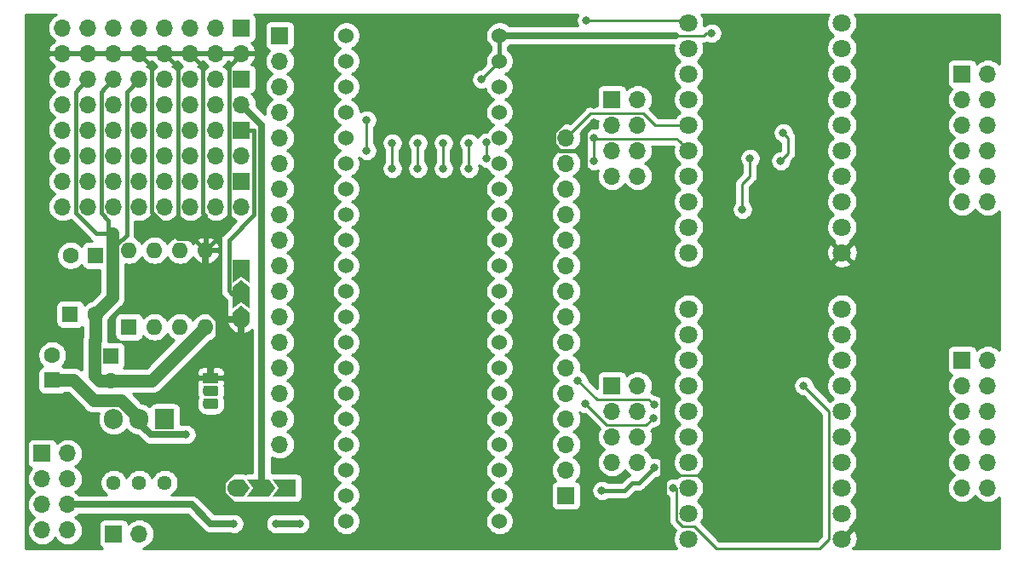
<source format=gbr>
G04 #@! TF.GenerationSoftware,KiCad,Pcbnew,5.1.4*
G04 #@! TF.CreationDate,2019-11-25T00:39:36+01:00*
G04 #@! TF.ProjectId,control_board_prototype,636f6e74-726f-46c5-9f62-6f6172645f70,rev?*
G04 #@! TF.SameCoordinates,Original*
G04 #@! TF.FileFunction,Copper,L2,Bot*
G04 #@! TF.FilePolarity,Positive*
%FSLAX46Y46*%
G04 Gerber Fmt 4.6, Leading zero omitted, Abs format (unit mm)*
G04 Created by KiCad (PCBNEW 5.1.4) date 2019-11-25 00:39:36*
%MOMM*%
%LPD*%
G04 APERTURE LIST*
%ADD10O,1.700000X1.700000*%
%ADD11R,1.700000X1.700000*%
%ADD12R,1.500000X1.050000*%
%ADD13C,0.100000*%
%ADD14C,1.050000*%
%ADD15O,1.905000X2.000000*%
%ADD16R,1.905000X2.000000*%
%ADD17C,1.440000*%
%ADD18C,1.700000*%
%ADD19C,1.600000*%
%ADD20R,1.600000X1.600000*%
%ADD21C,1.800000*%
%ADD22O,1.600000X1.600000*%
%ADD23C,1.524000*%
%ADD24C,0.800000*%
%ADD25C,0.400000*%
%ADD26C,0.250000*%
%ADD27C,0.700000*%
%ADD28C,1.300000*%
%ADD29C,0.254000*%
G04 APERTURE END LIST*
D10*
X167894000Y-82169000D03*
X165354000Y-82169000D03*
X167894000Y-79629000D03*
X165354000Y-79629000D03*
X167894000Y-77089000D03*
X165354000Y-77089000D03*
X167894000Y-74549000D03*
D11*
X165354000Y-74549000D03*
D10*
X167386000Y-50038000D03*
X167386000Y-47498000D03*
X169926000Y-50038000D03*
X169926000Y-47498000D03*
X172466000Y-50038000D03*
X172466000Y-47498000D03*
X175006000Y-50038000D03*
X175006000Y-47498000D03*
X177546000Y-50038000D03*
X177546000Y-47498000D03*
X180086000Y-50038000D03*
X180086000Y-47498000D03*
X182626000Y-50038000D03*
X182626000Y-47498000D03*
X185166000Y-50038000D03*
D11*
X185166000Y-47498000D03*
D10*
X167386000Y-44958000D03*
X167386000Y-42418000D03*
X169926000Y-44958000D03*
X169926000Y-42418000D03*
X172466000Y-44958000D03*
X172466000Y-42418000D03*
X175006000Y-44958000D03*
X175006000Y-42418000D03*
X177546000Y-44958000D03*
X177546000Y-42418000D03*
X180086000Y-44958000D03*
X180086000Y-42418000D03*
X182626000Y-44958000D03*
X182626000Y-42418000D03*
X185166000Y-44958000D03*
D11*
X185166000Y-42418000D03*
D10*
X167386000Y-39878000D03*
X167386000Y-37338000D03*
X169926000Y-39878000D03*
X169926000Y-37338000D03*
X172466000Y-39878000D03*
X172466000Y-37338000D03*
X175006000Y-39878000D03*
X175006000Y-37338000D03*
X177546000Y-39878000D03*
X177546000Y-37338000D03*
X180086000Y-39878000D03*
X180086000Y-37338000D03*
X182626000Y-39878000D03*
X182626000Y-37338000D03*
X185166000Y-39878000D03*
D11*
X185166000Y-37338000D03*
D10*
X167386000Y-34798000D03*
X167386000Y-32258000D03*
X169926000Y-34798000D03*
X169926000Y-32258000D03*
X172466000Y-34798000D03*
X172466000Y-32258000D03*
X175006000Y-34798000D03*
X175006000Y-32258000D03*
X177546000Y-34798000D03*
X177546000Y-32258000D03*
X180086000Y-34798000D03*
X180086000Y-32258000D03*
X182626000Y-34798000D03*
X182626000Y-32258000D03*
X185166000Y-34798000D03*
D11*
X185166000Y-32258000D03*
D12*
X182118000Y-67056000D03*
D13*
G36*
X182631229Y-69072264D02*
G01*
X182656711Y-69076044D01*
X182681700Y-69082303D01*
X182705954Y-69090982D01*
X182729242Y-69101996D01*
X182751337Y-69115239D01*
X182772028Y-69130585D01*
X182791116Y-69147884D01*
X182808415Y-69166972D01*
X182823761Y-69187663D01*
X182837004Y-69209758D01*
X182848018Y-69233046D01*
X182856697Y-69257300D01*
X182862956Y-69282289D01*
X182866736Y-69307771D01*
X182868000Y-69333500D01*
X182868000Y-69858500D01*
X182866736Y-69884229D01*
X182862956Y-69909711D01*
X182856697Y-69934700D01*
X182848018Y-69958954D01*
X182837004Y-69982242D01*
X182823761Y-70004337D01*
X182808415Y-70025028D01*
X182791116Y-70044116D01*
X182772028Y-70061415D01*
X182751337Y-70076761D01*
X182729242Y-70090004D01*
X182705954Y-70101018D01*
X182681700Y-70109697D01*
X182656711Y-70115956D01*
X182631229Y-70119736D01*
X182605500Y-70121000D01*
X181630500Y-70121000D01*
X181604771Y-70119736D01*
X181579289Y-70115956D01*
X181554300Y-70109697D01*
X181530046Y-70101018D01*
X181506758Y-70090004D01*
X181484663Y-70076761D01*
X181463972Y-70061415D01*
X181444884Y-70044116D01*
X181427585Y-70025028D01*
X181412239Y-70004337D01*
X181398996Y-69982242D01*
X181387982Y-69958954D01*
X181379303Y-69934700D01*
X181373044Y-69909711D01*
X181369264Y-69884229D01*
X181368000Y-69858500D01*
X181368000Y-69333500D01*
X181369264Y-69307771D01*
X181373044Y-69282289D01*
X181379303Y-69257300D01*
X181387982Y-69233046D01*
X181398996Y-69209758D01*
X181412239Y-69187663D01*
X181427585Y-69166972D01*
X181444884Y-69147884D01*
X181463972Y-69130585D01*
X181484663Y-69115239D01*
X181506758Y-69101996D01*
X181530046Y-69090982D01*
X181554300Y-69082303D01*
X181579289Y-69076044D01*
X181604771Y-69072264D01*
X181630500Y-69071000D01*
X182605500Y-69071000D01*
X182631229Y-69072264D01*
X182631229Y-69072264D01*
G37*
D14*
X182118000Y-69596000D03*
D13*
G36*
X182631229Y-67802264D02*
G01*
X182656711Y-67806044D01*
X182681700Y-67812303D01*
X182705954Y-67820982D01*
X182729242Y-67831996D01*
X182751337Y-67845239D01*
X182772028Y-67860585D01*
X182791116Y-67877884D01*
X182808415Y-67896972D01*
X182823761Y-67917663D01*
X182837004Y-67939758D01*
X182848018Y-67963046D01*
X182856697Y-67987300D01*
X182862956Y-68012289D01*
X182866736Y-68037771D01*
X182868000Y-68063500D01*
X182868000Y-68588500D01*
X182866736Y-68614229D01*
X182862956Y-68639711D01*
X182856697Y-68664700D01*
X182848018Y-68688954D01*
X182837004Y-68712242D01*
X182823761Y-68734337D01*
X182808415Y-68755028D01*
X182791116Y-68774116D01*
X182772028Y-68791415D01*
X182751337Y-68806761D01*
X182729242Y-68820004D01*
X182705954Y-68831018D01*
X182681700Y-68839697D01*
X182656711Y-68845956D01*
X182631229Y-68849736D01*
X182605500Y-68851000D01*
X181630500Y-68851000D01*
X181604771Y-68849736D01*
X181579289Y-68845956D01*
X181554300Y-68839697D01*
X181530046Y-68831018D01*
X181506758Y-68820004D01*
X181484663Y-68806761D01*
X181463972Y-68791415D01*
X181444884Y-68774116D01*
X181427585Y-68755028D01*
X181412239Y-68734337D01*
X181398996Y-68712242D01*
X181387982Y-68688954D01*
X181379303Y-68664700D01*
X181373044Y-68639711D01*
X181369264Y-68614229D01*
X181368000Y-68588500D01*
X181368000Y-68063500D01*
X181369264Y-68037771D01*
X181373044Y-68012289D01*
X181379303Y-67987300D01*
X181387982Y-67963046D01*
X181398996Y-67939758D01*
X181412239Y-67917663D01*
X181427585Y-67896972D01*
X181444884Y-67877884D01*
X181463972Y-67860585D01*
X181484663Y-67845239D01*
X181506758Y-67831996D01*
X181530046Y-67820982D01*
X181554300Y-67812303D01*
X181579289Y-67806044D01*
X181604771Y-67802264D01*
X181630500Y-67801000D01*
X182605500Y-67801000D01*
X182631229Y-67802264D01*
X182631229Y-67802264D01*
G37*
D14*
X182118000Y-68326000D03*
D15*
X172466000Y-71120000D03*
X175006000Y-71120000D03*
D16*
X177546000Y-71120000D03*
D11*
X256794000Y-36830000D03*
D10*
X259334000Y-36830000D03*
X256794000Y-39370000D03*
X259334000Y-39370000D03*
X256794000Y-41910000D03*
X259334000Y-41910000D03*
X256794000Y-44450000D03*
X259334000Y-44450000D03*
X256794000Y-46990000D03*
X259334000Y-46990000D03*
X256794000Y-49530000D03*
X259334000Y-49530000D03*
D17*
X177546000Y-77470000D03*
X175006000Y-77470000D03*
X172466000Y-77470000D03*
D18*
X184658000Y-77978000D03*
D13*
G36*
X184658000Y-78826976D02*
G01*
X184616292Y-78826976D01*
X184533279Y-78818800D01*
X184451467Y-78802527D01*
X184371644Y-78778312D01*
X184294578Y-78746391D01*
X184221013Y-78707069D01*
X184151656Y-78660726D01*
X184087175Y-78607808D01*
X184028192Y-78548825D01*
X183975274Y-78484344D01*
X183928931Y-78414987D01*
X183889609Y-78341422D01*
X183857688Y-78264356D01*
X183833473Y-78184533D01*
X183817200Y-78102721D01*
X183809024Y-78019708D01*
X183809024Y-77936292D01*
X183817200Y-77853279D01*
X183833473Y-77771467D01*
X183857688Y-77691644D01*
X183889609Y-77614578D01*
X183928931Y-77541013D01*
X183975274Y-77471656D01*
X184028192Y-77407175D01*
X184087175Y-77348192D01*
X184151656Y-77295274D01*
X184221013Y-77248931D01*
X184294578Y-77209609D01*
X184371644Y-77177688D01*
X184451467Y-77153473D01*
X184533279Y-77137200D01*
X184616292Y-77129024D01*
X184658000Y-77129024D01*
X184658000Y-77128000D01*
X185358000Y-77128000D01*
X185958000Y-77978000D01*
X185358000Y-78828000D01*
X184658000Y-78828000D01*
X184658000Y-78826976D01*
X184658000Y-78826976D01*
G37*
D18*
X187198000Y-77978000D03*
D13*
G36*
X186348000Y-77978000D02*
G01*
X185748000Y-77128000D01*
X187898000Y-77128000D01*
X188498000Y-77978000D01*
X187898000Y-78828000D01*
X185748000Y-78828000D01*
X186348000Y-77978000D01*
X186348000Y-77978000D01*
G37*
D18*
X189738000Y-77978000D03*
D13*
G36*
X188888000Y-77978000D02*
G01*
X188288000Y-77128000D01*
X190588000Y-77128000D01*
X190588000Y-78828000D01*
X188288000Y-78828000D01*
X188888000Y-77978000D01*
X188888000Y-77978000D01*
G37*
D18*
X185166000Y-61214000D03*
D13*
G36*
X186014976Y-61214000D02*
G01*
X186014976Y-61255708D01*
X186006800Y-61338721D01*
X185990527Y-61420533D01*
X185966312Y-61500356D01*
X185934391Y-61577422D01*
X185895069Y-61650987D01*
X185848726Y-61720344D01*
X185795808Y-61784825D01*
X185736825Y-61843808D01*
X185672344Y-61896726D01*
X185602987Y-61943069D01*
X185529422Y-61982391D01*
X185452356Y-62014312D01*
X185372533Y-62038527D01*
X185290721Y-62054800D01*
X185207708Y-62062976D01*
X185124292Y-62062976D01*
X185041279Y-62054800D01*
X184959467Y-62038527D01*
X184879644Y-62014312D01*
X184802578Y-61982391D01*
X184729013Y-61943069D01*
X184659656Y-61896726D01*
X184595175Y-61843808D01*
X184536192Y-61784825D01*
X184483274Y-61720344D01*
X184436931Y-61650987D01*
X184397609Y-61577422D01*
X184365688Y-61500356D01*
X184341473Y-61420533D01*
X184325200Y-61338721D01*
X184317024Y-61255708D01*
X184317024Y-61214000D01*
X184316000Y-61214000D01*
X184316000Y-60514000D01*
X185166000Y-59914000D01*
X186016000Y-60514000D01*
X186016000Y-61214000D01*
X186014976Y-61214000D01*
X186014976Y-61214000D01*
G37*
D18*
X185166000Y-58674000D03*
D13*
G36*
X185166000Y-59524000D02*
G01*
X184316000Y-60124000D01*
X184316000Y-57974000D01*
X185166000Y-57374000D01*
X186016000Y-57974000D01*
X186016000Y-60124000D01*
X185166000Y-59524000D01*
X185166000Y-59524000D01*
G37*
D18*
X185166000Y-56134000D03*
D13*
G36*
X185166000Y-56984000D02*
G01*
X184316000Y-57584000D01*
X184316000Y-55284000D01*
X186016000Y-55284000D01*
X186016000Y-57584000D01*
X185166000Y-56984000D01*
X185166000Y-56984000D01*
G37*
D11*
X172466000Y-82550000D03*
D10*
X175006000Y-82550000D03*
D19*
X170648000Y-60706000D03*
D20*
X168148000Y-60706000D03*
D19*
X168188000Y-54864000D03*
D20*
X170688000Y-54864000D03*
D19*
X172212000Y-67350000D03*
D20*
X172212000Y-64850000D03*
D19*
X166370000Y-64770000D03*
D20*
X166370000Y-67270000D03*
D21*
X229616000Y-54610000D03*
X244856000Y-54610000D03*
X229616000Y-52070000D03*
X244856000Y-52070000D03*
X229616000Y-49530000D03*
X244856000Y-49530000D03*
X229616000Y-46990000D03*
X244856000Y-46990000D03*
X229616000Y-44450000D03*
X244856000Y-44450000D03*
X229616000Y-41910000D03*
X244856000Y-41910000D03*
X229616000Y-39370000D03*
X244856000Y-39370000D03*
X229616000Y-36830000D03*
X244856000Y-36830000D03*
X229616000Y-34290000D03*
X244856000Y-34290000D03*
X229616000Y-31750000D03*
X244856000Y-31750000D03*
D11*
X221996000Y-39370000D03*
D10*
X224536000Y-39370000D03*
X221996000Y-41910000D03*
X224536000Y-41910000D03*
X221996000Y-44450000D03*
X224536000Y-44450000D03*
X221996000Y-46990000D03*
X224536000Y-46990000D03*
X224536000Y-75438000D03*
X221996000Y-75438000D03*
X224536000Y-72898000D03*
X221996000Y-72898000D03*
X224536000Y-70358000D03*
X221996000Y-70358000D03*
X224536000Y-67818000D03*
D11*
X221996000Y-67818000D03*
D21*
X244856000Y-60198000D03*
X229616000Y-60198000D03*
X244856000Y-62738000D03*
X229616000Y-62738000D03*
X244856000Y-65278000D03*
X229616000Y-65278000D03*
X244856000Y-67818000D03*
X229616000Y-67818000D03*
X244856000Y-70358000D03*
X229616000Y-70358000D03*
X244856000Y-72898000D03*
X229616000Y-72898000D03*
X244856000Y-75438000D03*
X229616000Y-75438000D03*
X244856000Y-77978000D03*
X229616000Y-77978000D03*
X244856000Y-80518000D03*
X229616000Y-80518000D03*
X244856000Y-83058000D03*
X229616000Y-83058000D03*
D22*
X173990000Y-54356000D03*
X181610000Y-61976000D03*
X176530000Y-54356000D03*
X179070000Y-61976000D03*
X179070000Y-54356000D03*
X176530000Y-61976000D03*
X181610000Y-54356000D03*
D20*
X173990000Y-61976000D03*
D10*
X259334000Y-77978000D03*
X256794000Y-77978000D03*
X259334000Y-75438000D03*
X256794000Y-75438000D03*
X259334000Y-72898000D03*
X256794000Y-72898000D03*
X259334000Y-70358000D03*
X256794000Y-70358000D03*
X259334000Y-67818000D03*
X256794000Y-67818000D03*
X259334000Y-65278000D03*
D11*
X256794000Y-65278000D03*
D10*
X217424000Y-43180000D03*
X217424000Y-45720000D03*
X217424000Y-48260000D03*
X217424000Y-50800000D03*
X217424000Y-53340000D03*
X217424000Y-55880000D03*
X217424000Y-58420000D03*
X217424000Y-60960000D03*
X217424000Y-63500000D03*
X217424000Y-66040000D03*
X217424000Y-68580000D03*
X217424000Y-71120000D03*
X217424000Y-73660000D03*
X217424000Y-76200000D03*
D11*
X217424000Y-78740000D03*
D10*
X188976000Y-73660000D03*
X188976000Y-71120000D03*
X188976000Y-68580000D03*
X188976000Y-66040000D03*
X188976000Y-63500000D03*
X188976000Y-60960000D03*
X188976000Y-58420000D03*
X188976000Y-55880000D03*
X188976000Y-53340000D03*
X188976000Y-50800000D03*
X188976000Y-48260000D03*
X188976000Y-45720000D03*
X188976000Y-43180000D03*
X188976000Y-40640000D03*
X188976000Y-38100000D03*
X188976000Y-35560000D03*
D11*
X188976000Y-33020000D03*
D23*
X195580000Y-76200000D03*
X210820000Y-33020000D03*
X210820000Y-35560000D03*
X210820000Y-38100000D03*
X210820000Y-40640000D03*
X210820000Y-43180000D03*
X210820000Y-45720000D03*
X210820000Y-48260000D03*
X210820000Y-50800000D03*
X210820000Y-53340000D03*
X210820000Y-55880000D03*
X210820000Y-58420000D03*
X210820000Y-60960000D03*
X210820000Y-63500000D03*
X210820000Y-66040000D03*
X210820000Y-68580000D03*
X210820000Y-71120000D03*
X210820000Y-73660000D03*
X210820000Y-76200000D03*
X210820000Y-78740000D03*
X210820000Y-81280000D03*
X195580000Y-81280000D03*
X195580000Y-78740000D03*
X195580000Y-73660000D03*
X195580000Y-71120000D03*
X195580000Y-68580000D03*
X195580000Y-66040000D03*
X195580000Y-63500000D03*
X195580000Y-60960000D03*
X195580000Y-58420000D03*
X195580000Y-55880000D03*
X195580000Y-53340000D03*
X195580000Y-50800000D03*
X195580000Y-48260000D03*
X195580000Y-45720000D03*
X195580000Y-43180000D03*
X195580000Y-40640000D03*
X195580000Y-38100000D03*
X195580000Y-35560000D03*
X195580000Y-33020000D03*
D24*
X231902000Y-32766000D03*
X209042000Y-37372001D03*
X202692000Y-43688000D03*
X202692000Y-46228000D03*
X205232000Y-46228000D03*
X205232000Y-43688000D03*
X207772000Y-46228000D03*
X207772000Y-43688000D03*
X200152000Y-43688000D03*
X200152000Y-46228000D03*
X197612000Y-44450000D03*
X197612000Y-41402000D03*
X209534486Y-43630001D03*
X209550000Y-45212000D03*
X190962186Y-81560815D03*
X188595000Y-81534000D03*
X184404000Y-81534000D03*
X218620990Y-67310000D03*
X226191653Y-69727653D03*
X220218000Y-43180000D03*
X219345990Y-69596000D03*
X226085851Y-71021960D03*
X220217999Y-45466000D03*
X179668999Y-72670001D03*
X219456000Y-31496000D03*
X235712000Y-45212000D03*
X234950000Y-50292000D03*
X254762000Y-77724000D03*
X254762000Y-75438000D03*
X254762000Y-80518000D03*
X254762000Y-62738000D03*
X254762000Y-68072000D03*
X254762000Y-66040000D03*
X254762000Y-49276000D03*
X254762000Y-46990000D03*
X254762000Y-34290000D03*
X254762000Y-52070000D03*
X254762000Y-39624000D03*
X219456000Y-83566000D03*
X220218000Y-41656000D03*
X220218000Y-39878000D03*
X254762000Y-37338000D03*
X237490000Y-76708000D03*
X220853000Y-64389000D03*
X220853000Y-57150000D03*
X220853000Y-50482500D03*
X238252000Y-49339500D03*
X239014000Y-42672000D03*
X238760000Y-45466000D03*
X220980000Y-78232000D03*
X226191654Y-75946000D03*
X228092000Y-77978000D03*
X241046000Y-67818000D03*
D25*
X186416000Y-42418000D02*
X185166000Y-42418000D01*
X183915990Y-53320010D02*
X186416001Y-50819999D01*
X183915990Y-58373990D02*
X183915990Y-53320010D01*
X184216000Y-58674000D02*
X183915990Y-58373990D01*
X186416001Y-50819999D02*
X186416000Y-42418000D01*
X185166000Y-58674000D02*
X184216000Y-58674000D01*
X210820000Y-33020000D02*
X210820000Y-35560000D01*
D26*
X231336315Y-32766000D02*
X231082315Y-33020000D01*
X231902000Y-32766000D02*
X231336315Y-32766000D01*
X231082315Y-33020000D02*
X228346000Y-33020000D01*
D27*
X228346000Y-33020000D02*
X210820000Y-33020000D01*
D26*
X210820000Y-35560000D02*
X209042000Y-37338000D01*
X209042000Y-37338000D02*
X209042000Y-37372001D01*
X202692000Y-43688000D02*
X202692000Y-46228000D01*
X205232000Y-46228000D02*
X205232000Y-43688000D01*
X207772000Y-46228000D02*
X207772000Y-43688000D01*
X200152000Y-43688000D02*
X200152000Y-46228000D01*
X197612000Y-44450000D02*
X197612000Y-41402000D01*
X209534486Y-43630001D02*
X209534486Y-45196486D01*
X209534486Y-45196486D02*
X209550000Y-45212000D01*
D27*
X190962186Y-81560815D02*
X188621815Y-81560815D01*
X188621815Y-81560815D02*
X188595000Y-81534000D01*
X184404000Y-81534000D02*
X182118000Y-81534000D01*
X180213000Y-79629000D02*
X167894000Y-79629000D01*
X182118000Y-81534000D02*
X180213000Y-79629000D01*
D26*
X218273999Y-42330001D02*
X217424000Y-43180000D01*
X225100001Y-40734999D02*
X219869001Y-40734999D01*
X226275002Y-41910000D02*
X225100001Y-40734999D01*
X219869001Y-40734999D02*
X218273999Y-42330001D01*
X229616000Y-41910000D02*
X226275002Y-41910000D01*
X218620990Y-67310000D02*
X220493989Y-69182999D01*
X220493989Y-69182999D02*
X225646999Y-69182999D01*
X225646999Y-69182999D02*
X226191653Y-69727653D01*
X228716001Y-43550001D02*
X229616000Y-44450000D01*
X228440999Y-43274999D02*
X228716001Y-43550001D01*
X220312999Y-43274999D02*
X228440999Y-43274999D01*
X220218000Y-43180000D02*
X220312999Y-43274999D01*
X221472989Y-71722999D02*
X219345990Y-69596000D01*
X221472989Y-71722999D02*
X225384812Y-71722999D01*
X225384812Y-71722999D02*
X226085851Y-71021960D01*
X220217999Y-43180001D02*
X220218000Y-43180000D01*
X220217999Y-45466000D02*
X220217999Y-43180001D01*
D27*
X176153499Y-72670001D02*
X175006000Y-71522502D01*
X179668999Y-72670001D02*
X176153499Y-72670001D01*
X175006000Y-71522502D02*
X175006000Y-71120000D01*
D26*
X229362000Y-31496000D02*
X229616000Y-31750000D01*
X219456000Y-31496000D02*
X229362000Y-31496000D01*
X234936347Y-47765653D02*
X235712000Y-46990000D01*
X235712000Y-46990000D02*
X235712000Y-45212000D01*
X234936347Y-47765653D02*
X234936347Y-50278347D01*
X234936347Y-50278347D02*
X234950000Y-50292000D01*
D28*
X175006000Y-71063366D02*
X175006000Y-71120000D01*
X170469990Y-69269990D02*
X173212624Y-69269990D01*
X168470000Y-67270000D02*
X170469990Y-69269990D01*
X173212624Y-69269990D02*
X175006000Y-71063366D01*
X166370000Y-67270000D02*
X168470000Y-67270000D01*
D25*
X171616001Y-38187999D02*
X172466000Y-37338000D01*
X171215999Y-38588001D02*
X171616001Y-38187999D01*
X171215999Y-50638001D02*
X171215999Y-38588001D01*
X171958000Y-51380002D02*
X171215999Y-50638001D01*
X171958000Y-59396000D02*
X171958000Y-51380002D01*
X170648000Y-60706000D02*
X171958000Y-59396000D01*
X172789999Y-58564001D02*
X170648000Y-60706000D01*
X172789999Y-53779999D02*
X172789999Y-58564001D01*
X175006000Y-37338000D02*
X173755999Y-38588001D01*
X173755999Y-52813999D02*
X172789999Y-53779999D01*
X173755999Y-38588001D02*
X173755999Y-52813999D01*
D28*
X172339999Y-59014001D02*
X172339999Y-52704001D01*
X170648000Y-60706000D02*
X172339999Y-59014001D01*
D25*
X168675999Y-38588001D02*
X169076001Y-38187999D01*
X168675999Y-50638001D02*
X168675999Y-38588001D01*
X170741999Y-52704001D02*
X168675999Y-50638001D01*
X169076001Y-38187999D02*
X169926000Y-37338000D01*
X172339999Y-52704001D02*
X170741999Y-52704001D01*
D28*
X170561999Y-66831369D02*
X171080630Y-67350000D01*
X170561999Y-63369999D02*
X170561999Y-66831369D01*
X170648000Y-63283998D02*
X170561999Y-63369999D01*
X171080630Y-67350000D02*
X172212000Y-67350000D01*
X170648000Y-60706000D02*
X170648000Y-63283998D01*
X176236000Y-67350000D02*
X172212000Y-67350000D01*
X181610000Y-61976000D02*
X176236000Y-67350000D01*
D26*
X254762000Y-77724000D02*
X254762000Y-75438000D01*
X254762000Y-77724000D02*
X254762000Y-80518000D01*
X254762000Y-75438000D02*
X254762000Y-68072000D01*
X254762000Y-68072000D02*
X254762000Y-66040000D01*
X254762000Y-66040000D02*
X254762000Y-62738000D01*
X254762000Y-49276000D02*
X254762000Y-52070000D01*
X254762000Y-46990000D02*
X254762000Y-39624000D01*
X254762000Y-49276000D02*
X254762000Y-46990000D01*
X254762000Y-39624000D02*
X254762000Y-37592000D01*
D27*
X182118000Y-65831000D02*
X182118000Y-67056000D01*
X182960001Y-64988999D02*
X182118000Y-65831000D01*
X182960001Y-61327999D02*
X182960001Y-64988999D01*
X181610000Y-59977998D02*
X182960001Y-61327999D01*
X181610000Y-54356000D02*
X181610000Y-59977998D01*
D26*
X247396000Y-52070000D02*
X244856000Y-54610000D01*
X254762000Y-52070000D02*
X247396000Y-52070000D01*
X247396000Y-80518000D02*
X244856000Y-83058000D01*
X254762000Y-80518000D02*
X247396000Y-80518000D01*
X254762000Y-52635685D02*
X254762000Y-62738000D01*
X254762000Y-52070000D02*
X254762000Y-52635685D01*
D27*
X183074000Y-61214000D02*
X182960001Y-61327999D01*
X185166000Y-61214000D02*
X183074000Y-61214000D01*
D25*
X183915999Y-52050001D02*
X182409999Y-53556001D01*
X182409999Y-53556001D02*
X181610000Y-54356000D01*
X183915999Y-36048001D02*
X183915999Y-52050001D01*
X185166000Y-34798000D02*
X183915999Y-36048001D01*
D27*
X185166000Y-75495875D02*
X183262083Y-77399792D01*
X185166000Y-61214000D02*
X185166000Y-75495875D01*
X183262083Y-77399792D02*
X183262083Y-78556208D01*
X183262083Y-78556208D02*
X188271875Y-83566000D01*
X188271875Y-83566000D02*
X219456000Y-83566000D01*
X219267999Y-42606001D02*
X220218000Y-41656000D01*
D25*
X216173999Y-43780001D02*
X216173999Y-42579999D01*
X218875998Y-39878000D02*
X219652315Y-39878000D01*
X216843998Y-44450000D02*
X216173999Y-43780001D01*
X219202000Y-44450000D02*
X216843998Y-44450000D01*
X219267999Y-44384001D02*
X219202000Y-44450000D01*
X216173999Y-42579999D02*
X218875998Y-39878000D01*
X219652315Y-39878000D02*
X220218000Y-39878000D01*
D27*
X219267999Y-44384001D02*
X219267999Y-42606001D01*
D26*
X254762000Y-37592000D02*
X254762000Y-37338000D01*
X254762000Y-37338000D02*
X254762000Y-34290000D01*
D27*
X224790000Y-83566000D02*
X219456000Y-83566000D01*
X227141654Y-81214346D02*
X224790000Y-83566000D01*
X225298000Y-65024000D02*
X227141654Y-66867654D01*
X219267999Y-47695997D02*
X220152001Y-48579999D01*
X219267999Y-44384001D02*
X219267999Y-47695997D01*
X221488000Y-65024000D02*
X225298000Y-65024000D01*
X227141654Y-66867654D02*
X227141654Y-76773654D01*
D26*
X227141654Y-76773654D02*
X227162309Y-76752999D01*
D27*
X227141654Y-76773654D02*
X227141654Y-81214346D01*
D26*
X227162309Y-76752999D02*
X237445001Y-76752999D01*
X237445001Y-76752999D02*
X237490000Y-76708000D01*
D27*
X220152001Y-63688001D02*
X220853000Y-64389000D01*
X220853000Y-64389000D02*
X221488000Y-65024000D01*
D25*
X220154500Y-57150000D02*
X220152001Y-57147501D01*
X220853000Y-57150000D02*
X220154500Y-57150000D01*
D27*
X220152001Y-57147501D02*
X220152001Y-63688001D01*
D25*
X220284816Y-50484999D02*
X220152001Y-50484999D01*
D27*
X220152001Y-48579999D02*
X220152001Y-50484999D01*
D25*
X220287315Y-50482500D02*
X220284816Y-50484999D01*
X220853000Y-50482500D02*
X220287315Y-50482500D01*
D27*
X220152001Y-50484999D02*
X220152001Y-57147501D01*
D25*
X230441500Y-57150000D02*
X220853000Y-57150000D01*
X238252000Y-49339500D02*
X230441500Y-57150000D01*
X181610000Y-50872002D02*
X181356000Y-50618002D01*
X181610000Y-54356000D02*
X181610000Y-50872002D01*
X181356000Y-36068000D02*
X180086000Y-34798000D01*
X181356000Y-50618002D02*
X181356000Y-36068000D01*
X178395999Y-35647999D02*
X177546000Y-34798000D01*
X178835999Y-36087999D02*
X178395999Y-35647999D01*
X178835999Y-51581999D02*
X178835999Y-36087999D01*
X181610000Y-54356000D02*
X178835999Y-51581999D01*
X176276000Y-36068000D02*
X175006000Y-34798000D01*
X176276000Y-50546000D02*
X176276000Y-36068000D01*
X181610000Y-54356000D02*
X180409999Y-53155999D01*
X178885999Y-53155999D02*
X176276000Y-50546000D01*
X180409999Y-53155999D02*
X178885999Y-53155999D01*
D27*
X187198000Y-41910000D02*
X185166000Y-39878000D01*
X187198000Y-77978000D02*
X187198000Y-41910000D01*
D26*
X239526653Y-43184653D02*
X239014000Y-42672000D01*
X239526653Y-44699347D02*
X239526653Y-44445347D01*
X238760000Y-45466000D02*
X239526653Y-44699347D01*
X239526653Y-44445347D02*
X239526653Y-43184653D01*
D25*
X220980000Y-78232000D02*
X223266000Y-78232000D01*
X223266000Y-78232000D02*
X224028000Y-77470000D01*
X224028000Y-77470000D02*
X224667654Y-77470000D01*
X224667654Y-77470000D02*
X226191654Y-75946000D01*
D26*
X230204001Y-81832999D02*
X232348992Y-83977990D01*
X228346000Y-77978000D02*
X228390999Y-78022999D01*
X228092000Y-77978000D02*
X228346000Y-77978000D01*
X228390999Y-78022999D02*
X228390999Y-81195999D01*
X228390999Y-81195999D02*
X229027999Y-81832999D01*
X229027999Y-81832999D02*
X230204001Y-81832999D01*
X232348992Y-83977990D02*
X242666010Y-83977990D01*
X242666010Y-83977990D02*
X243586000Y-83058000D01*
X243586000Y-83058000D02*
X243586000Y-70358000D01*
X243586000Y-70358000D02*
X241046000Y-67818000D01*
D29*
G36*
X166556986Y-31017294D02*
G01*
X166330866Y-31202866D01*
X166145294Y-31428986D01*
X166007401Y-31686966D01*
X165922487Y-31966889D01*
X165893815Y-32258000D01*
X165922487Y-32549111D01*
X166007401Y-32829034D01*
X166145294Y-33087014D01*
X166330866Y-33313134D01*
X166556986Y-33498706D01*
X166614756Y-33529584D01*
X166385731Y-33700412D01*
X166190822Y-33916645D01*
X166041843Y-34166748D01*
X165944519Y-34441109D01*
X166065186Y-34671000D01*
X167259000Y-34671000D01*
X167259000Y-34651000D01*
X167513000Y-34651000D01*
X167513000Y-34671000D01*
X169799000Y-34671000D01*
X169799000Y-34651000D01*
X170053000Y-34651000D01*
X170053000Y-34671000D01*
X172339000Y-34671000D01*
X172339000Y-34651000D01*
X172593000Y-34651000D01*
X172593000Y-34671000D01*
X174879000Y-34671000D01*
X174879000Y-34651000D01*
X175133000Y-34651000D01*
X175133000Y-34671000D01*
X177419000Y-34671000D01*
X177419000Y-34651000D01*
X177673000Y-34651000D01*
X177673000Y-34671000D01*
X179959000Y-34671000D01*
X179959000Y-34651000D01*
X180213000Y-34651000D01*
X180213000Y-34671000D01*
X182499000Y-34671000D01*
X182499000Y-34651000D01*
X182753000Y-34651000D01*
X182753000Y-34671000D01*
X185039000Y-34671000D01*
X185039000Y-34651000D01*
X185293000Y-34651000D01*
X185293000Y-34671000D01*
X186486814Y-34671000D01*
X186607481Y-34441109D01*
X186510157Y-34166748D01*
X186361178Y-33916645D01*
X186184374Y-33720498D01*
X186260180Y-33697502D01*
X186370494Y-33638537D01*
X186467185Y-33559185D01*
X186546537Y-33462494D01*
X186605502Y-33352180D01*
X186641812Y-33232482D01*
X186654072Y-33108000D01*
X186654072Y-31408000D01*
X186641812Y-31283518D01*
X186605502Y-31163820D01*
X186546537Y-31053506D01*
X186467185Y-30956815D01*
X186380896Y-30886000D01*
X218618805Y-30886000D01*
X218538795Y-31005744D01*
X218460774Y-31194102D01*
X218421000Y-31394061D01*
X218421000Y-31597939D01*
X218460774Y-31797898D01*
X218538795Y-31986256D01*
X218571365Y-32035000D01*
X211810655Y-32035000D01*
X211710535Y-31934880D01*
X211481727Y-31781995D01*
X211227490Y-31676686D01*
X210957592Y-31623000D01*
X210682408Y-31623000D01*
X210412510Y-31676686D01*
X210158273Y-31781995D01*
X209929465Y-31934880D01*
X209734880Y-32129465D01*
X209581995Y-32358273D01*
X209476686Y-32612510D01*
X209423000Y-32882408D01*
X209423000Y-33157592D01*
X209476686Y-33427490D01*
X209581995Y-33681727D01*
X209734880Y-33910535D01*
X209929465Y-34105120D01*
X209985000Y-34142228D01*
X209985001Y-34437772D01*
X209929465Y-34474880D01*
X209734880Y-34669465D01*
X209581995Y-34898273D01*
X209476686Y-35152510D01*
X209423000Y-35422408D01*
X209423000Y-35697592D01*
X209453628Y-35851570D01*
X208968198Y-36337001D01*
X208940061Y-36337001D01*
X208740102Y-36376775D01*
X208551744Y-36454796D01*
X208382226Y-36568064D01*
X208238063Y-36712227D01*
X208124795Y-36881745D01*
X208046774Y-37070103D01*
X208007000Y-37270062D01*
X208007000Y-37473940D01*
X208046774Y-37673899D01*
X208124795Y-37862257D01*
X208238063Y-38031775D01*
X208382226Y-38175938D01*
X208551744Y-38289206D01*
X208740102Y-38367227D01*
X208940061Y-38407001D01*
X209143939Y-38407001D01*
X209343898Y-38367227D01*
X209440802Y-38327088D01*
X209476686Y-38507490D01*
X209581995Y-38761727D01*
X209734880Y-38990535D01*
X209929465Y-39185120D01*
X210158273Y-39338005D01*
X210235515Y-39370000D01*
X210158273Y-39401995D01*
X209929465Y-39554880D01*
X209734880Y-39749465D01*
X209581995Y-39978273D01*
X209476686Y-40232510D01*
X209423000Y-40502408D01*
X209423000Y-40777592D01*
X209476686Y-41047490D01*
X209581995Y-41301727D01*
X209734880Y-41530535D01*
X209929465Y-41725120D01*
X210158273Y-41878005D01*
X210235515Y-41910000D01*
X210158273Y-41941995D01*
X209929465Y-42094880D01*
X209734880Y-42289465D01*
X209581995Y-42518273D01*
X209550213Y-42595001D01*
X209432547Y-42595001D01*
X209232588Y-42634775D01*
X209044230Y-42712796D01*
X208874712Y-42826064D01*
X208730549Y-42970227D01*
X208633866Y-43114923D01*
X208575937Y-43028226D01*
X208431774Y-42884063D01*
X208262256Y-42770795D01*
X208073898Y-42692774D01*
X207873939Y-42653000D01*
X207670061Y-42653000D01*
X207470102Y-42692774D01*
X207281744Y-42770795D01*
X207112226Y-42884063D01*
X206968063Y-43028226D01*
X206854795Y-43197744D01*
X206776774Y-43386102D01*
X206737000Y-43586061D01*
X206737000Y-43789939D01*
X206776774Y-43989898D01*
X206854795Y-44178256D01*
X206968063Y-44347774D01*
X207012001Y-44391712D01*
X207012000Y-45524289D01*
X206968063Y-45568226D01*
X206854795Y-45737744D01*
X206776774Y-45926102D01*
X206737000Y-46126061D01*
X206737000Y-46329939D01*
X206776774Y-46529898D01*
X206854795Y-46718256D01*
X206968063Y-46887774D01*
X207112226Y-47031937D01*
X207281744Y-47145205D01*
X207470102Y-47223226D01*
X207670061Y-47263000D01*
X207873939Y-47263000D01*
X208073898Y-47223226D01*
X208262256Y-47145205D01*
X208431774Y-47031937D01*
X208575937Y-46887774D01*
X208689205Y-46718256D01*
X208767226Y-46529898D01*
X208807000Y-46329939D01*
X208807000Y-46126061D01*
X208767226Y-45926102D01*
X208742536Y-45866495D01*
X208746063Y-45871774D01*
X208890226Y-46015937D01*
X209059744Y-46129205D01*
X209248102Y-46207226D01*
X209448061Y-46247000D01*
X209526189Y-46247000D01*
X209581995Y-46381727D01*
X209734880Y-46610535D01*
X209929465Y-46805120D01*
X210158273Y-46958005D01*
X210235515Y-46990000D01*
X210158273Y-47021995D01*
X209929465Y-47174880D01*
X209734880Y-47369465D01*
X209581995Y-47598273D01*
X209476686Y-47852510D01*
X209423000Y-48122408D01*
X209423000Y-48397592D01*
X209476686Y-48667490D01*
X209581995Y-48921727D01*
X209734880Y-49150535D01*
X209929465Y-49345120D01*
X210158273Y-49498005D01*
X210235515Y-49530000D01*
X210158273Y-49561995D01*
X209929465Y-49714880D01*
X209734880Y-49909465D01*
X209581995Y-50138273D01*
X209476686Y-50392510D01*
X209423000Y-50662408D01*
X209423000Y-50937592D01*
X209476686Y-51207490D01*
X209581995Y-51461727D01*
X209734880Y-51690535D01*
X209929465Y-51885120D01*
X210158273Y-52038005D01*
X210235515Y-52070000D01*
X210158273Y-52101995D01*
X209929465Y-52254880D01*
X209734880Y-52449465D01*
X209581995Y-52678273D01*
X209476686Y-52932510D01*
X209423000Y-53202408D01*
X209423000Y-53477592D01*
X209476686Y-53747490D01*
X209581995Y-54001727D01*
X209734880Y-54230535D01*
X209929465Y-54425120D01*
X210158273Y-54578005D01*
X210235515Y-54610000D01*
X210158273Y-54641995D01*
X209929465Y-54794880D01*
X209734880Y-54989465D01*
X209581995Y-55218273D01*
X209476686Y-55472510D01*
X209423000Y-55742408D01*
X209423000Y-56017592D01*
X209476686Y-56287490D01*
X209581995Y-56541727D01*
X209734880Y-56770535D01*
X209929465Y-56965120D01*
X210158273Y-57118005D01*
X210235515Y-57150000D01*
X210158273Y-57181995D01*
X209929465Y-57334880D01*
X209734880Y-57529465D01*
X209581995Y-57758273D01*
X209476686Y-58012510D01*
X209423000Y-58282408D01*
X209423000Y-58557592D01*
X209476686Y-58827490D01*
X209581995Y-59081727D01*
X209734880Y-59310535D01*
X209929465Y-59505120D01*
X210158273Y-59658005D01*
X210235515Y-59690000D01*
X210158273Y-59721995D01*
X209929465Y-59874880D01*
X209734880Y-60069465D01*
X209581995Y-60298273D01*
X209476686Y-60552510D01*
X209423000Y-60822408D01*
X209423000Y-61097592D01*
X209476686Y-61367490D01*
X209581995Y-61621727D01*
X209734880Y-61850535D01*
X209929465Y-62045120D01*
X210158273Y-62198005D01*
X210235515Y-62230000D01*
X210158273Y-62261995D01*
X209929465Y-62414880D01*
X209734880Y-62609465D01*
X209581995Y-62838273D01*
X209476686Y-63092510D01*
X209423000Y-63362408D01*
X209423000Y-63637592D01*
X209476686Y-63907490D01*
X209581995Y-64161727D01*
X209734880Y-64390535D01*
X209929465Y-64585120D01*
X210158273Y-64738005D01*
X210235515Y-64770000D01*
X210158273Y-64801995D01*
X209929465Y-64954880D01*
X209734880Y-65149465D01*
X209581995Y-65378273D01*
X209476686Y-65632510D01*
X209423000Y-65902408D01*
X209423000Y-66177592D01*
X209476686Y-66447490D01*
X209581995Y-66701727D01*
X209734880Y-66930535D01*
X209929465Y-67125120D01*
X210158273Y-67278005D01*
X210235515Y-67310000D01*
X210158273Y-67341995D01*
X209929465Y-67494880D01*
X209734880Y-67689465D01*
X209581995Y-67918273D01*
X209476686Y-68172510D01*
X209423000Y-68442408D01*
X209423000Y-68717592D01*
X209476686Y-68987490D01*
X209581995Y-69241727D01*
X209734880Y-69470535D01*
X209929465Y-69665120D01*
X210158273Y-69818005D01*
X210235515Y-69850000D01*
X210158273Y-69881995D01*
X209929465Y-70034880D01*
X209734880Y-70229465D01*
X209581995Y-70458273D01*
X209476686Y-70712510D01*
X209423000Y-70982408D01*
X209423000Y-71257592D01*
X209476686Y-71527490D01*
X209581995Y-71781727D01*
X209734880Y-72010535D01*
X209929465Y-72205120D01*
X210158273Y-72358005D01*
X210235515Y-72390000D01*
X210158273Y-72421995D01*
X209929465Y-72574880D01*
X209734880Y-72769465D01*
X209581995Y-72998273D01*
X209476686Y-73252510D01*
X209423000Y-73522408D01*
X209423000Y-73797592D01*
X209476686Y-74067490D01*
X209581995Y-74321727D01*
X209734880Y-74550535D01*
X209929465Y-74745120D01*
X210158273Y-74898005D01*
X210235515Y-74930000D01*
X210158273Y-74961995D01*
X209929465Y-75114880D01*
X209734880Y-75309465D01*
X209581995Y-75538273D01*
X209476686Y-75792510D01*
X209423000Y-76062408D01*
X209423000Y-76337592D01*
X209476686Y-76607490D01*
X209581995Y-76861727D01*
X209734880Y-77090535D01*
X209929465Y-77285120D01*
X210158273Y-77438005D01*
X210235515Y-77470000D01*
X210158273Y-77501995D01*
X209929465Y-77654880D01*
X209734880Y-77849465D01*
X209581995Y-78078273D01*
X209476686Y-78332510D01*
X209423000Y-78602408D01*
X209423000Y-78877592D01*
X209476686Y-79147490D01*
X209581995Y-79401727D01*
X209734880Y-79630535D01*
X209929465Y-79825120D01*
X210158273Y-79978005D01*
X210235515Y-80010000D01*
X210158273Y-80041995D01*
X209929465Y-80194880D01*
X209734880Y-80389465D01*
X209581995Y-80618273D01*
X209476686Y-80872510D01*
X209423000Y-81142408D01*
X209423000Y-81417592D01*
X209476686Y-81687490D01*
X209581995Y-81941727D01*
X209734880Y-82170535D01*
X209929465Y-82365120D01*
X210158273Y-82518005D01*
X210412510Y-82623314D01*
X210682408Y-82677000D01*
X210957592Y-82677000D01*
X211227490Y-82623314D01*
X211481727Y-82518005D01*
X211710535Y-82365120D01*
X211905120Y-82170535D01*
X212058005Y-81941727D01*
X212163314Y-81687490D01*
X212217000Y-81417592D01*
X212217000Y-81142408D01*
X212163314Y-80872510D01*
X212058005Y-80618273D01*
X211905120Y-80389465D01*
X211710535Y-80194880D01*
X211481727Y-80041995D01*
X211404485Y-80010000D01*
X211481727Y-79978005D01*
X211710535Y-79825120D01*
X211905120Y-79630535D01*
X212058005Y-79401727D01*
X212163314Y-79147490D01*
X212217000Y-78877592D01*
X212217000Y-78602408D01*
X212163314Y-78332510D01*
X212058005Y-78078273D01*
X211905120Y-77849465D01*
X211710535Y-77654880D01*
X211481727Y-77501995D01*
X211404485Y-77470000D01*
X211481727Y-77438005D01*
X211710535Y-77285120D01*
X211905120Y-77090535D01*
X212058005Y-76861727D01*
X212163314Y-76607490D01*
X212217000Y-76337592D01*
X212217000Y-76062408D01*
X212163314Y-75792510D01*
X212058005Y-75538273D01*
X211905120Y-75309465D01*
X211710535Y-75114880D01*
X211481727Y-74961995D01*
X211404485Y-74930000D01*
X211481727Y-74898005D01*
X211710535Y-74745120D01*
X211905120Y-74550535D01*
X212058005Y-74321727D01*
X212163314Y-74067490D01*
X212217000Y-73797592D01*
X212217000Y-73522408D01*
X212163314Y-73252510D01*
X212058005Y-72998273D01*
X211905120Y-72769465D01*
X211710535Y-72574880D01*
X211481727Y-72421995D01*
X211404485Y-72390000D01*
X211481727Y-72358005D01*
X211710535Y-72205120D01*
X211905120Y-72010535D01*
X212058005Y-71781727D01*
X212163314Y-71527490D01*
X212217000Y-71257592D01*
X212217000Y-70982408D01*
X212163314Y-70712510D01*
X212058005Y-70458273D01*
X211905120Y-70229465D01*
X211710535Y-70034880D01*
X211481727Y-69881995D01*
X211404485Y-69850000D01*
X211481727Y-69818005D01*
X211710535Y-69665120D01*
X211905120Y-69470535D01*
X212058005Y-69241727D01*
X212163314Y-68987490D01*
X212217000Y-68717592D01*
X212217000Y-68442408D01*
X212163314Y-68172510D01*
X212058005Y-67918273D01*
X211905120Y-67689465D01*
X211710535Y-67494880D01*
X211481727Y-67341995D01*
X211404485Y-67310000D01*
X211481727Y-67278005D01*
X211710535Y-67125120D01*
X211905120Y-66930535D01*
X212058005Y-66701727D01*
X212163314Y-66447490D01*
X212217000Y-66177592D01*
X212217000Y-65902408D01*
X212163314Y-65632510D01*
X212058005Y-65378273D01*
X211905120Y-65149465D01*
X211710535Y-64954880D01*
X211481727Y-64801995D01*
X211404485Y-64770000D01*
X211481727Y-64738005D01*
X211710535Y-64585120D01*
X211905120Y-64390535D01*
X212058005Y-64161727D01*
X212163314Y-63907490D01*
X212217000Y-63637592D01*
X212217000Y-63362408D01*
X212163314Y-63092510D01*
X212058005Y-62838273D01*
X211905120Y-62609465D01*
X211710535Y-62414880D01*
X211481727Y-62261995D01*
X211404485Y-62230000D01*
X211481727Y-62198005D01*
X211710535Y-62045120D01*
X211905120Y-61850535D01*
X212058005Y-61621727D01*
X212163314Y-61367490D01*
X212217000Y-61097592D01*
X212217000Y-60822408D01*
X212163314Y-60552510D01*
X212058005Y-60298273D01*
X211905120Y-60069465D01*
X211710535Y-59874880D01*
X211481727Y-59721995D01*
X211404485Y-59690000D01*
X211481727Y-59658005D01*
X211710535Y-59505120D01*
X211905120Y-59310535D01*
X212058005Y-59081727D01*
X212163314Y-58827490D01*
X212217000Y-58557592D01*
X212217000Y-58282408D01*
X212163314Y-58012510D01*
X212058005Y-57758273D01*
X211905120Y-57529465D01*
X211710535Y-57334880D01*
X211481727Y-57181995D01*
X211404485Y-57150000D01*
X211481727Y-57118005D01*
X211710535Y-56965120D01*
X211905120Y-56770535D01*
X212058005Y-56541727D01*
X212163314Y-56287490D01*
X212217000Y-56017592D01*
X212217000Y-55742408D01*
X212163314Y-55472510D01*
X212058005Y-55218273D01*
X211905120Y-54989465D01*
X211710535Y-54794880D01*
X211481727Y-54641995D01*
X211404485Y-54610000D01*
X211481727Y-54578005D01*
X211710535Y-54425120D01*
X211905120Y-54230535D01*
X212058005Y-54001727D01*
X212163314Y-53747490D01*
X212217000Y-53477592D01*
X212217000Y-53202408D01*
X212163314Y-52932510D01*
X212058005Y-52678273D01*
X211905120Y-52449465D01*
X211710535Y-52254880D01*
X211481727Y-52101995D01*
X211404485Y-52070000D01*
X211481727Y-52038005D01*
X211710535Y-51885120D01*
X211905120Y-51690535D01*
X212058005Y-51461727D01*
X212163314Y-51207490D01*
X212217000Y-50937592D01*
X212217000Y-50662408D01*
X212163314Y-50392510D01*
X212058005Y-50138273D01*
X211905120Y-49909465D01*
X211710535Y-49714880D01*
X211481727Y-49561995D01*
X211404485Y-49530000D01*
X211481727Y-49498005D01*
X211710535Y-49345120D01*
X211905120Y-49150535D01*
X212058005Y-48921727D01*
X212163314Y-48667490D01*
X212217000Y-48397592D01*
X212217000Y-48122408D01*
X212163314Y-47852510D01*
X212058005Y-47598273D01*
X211905120Y-47369465D01*
X211710535Y-47174880D01*
X211481727Y-47021995D01*
X211404485Y-46990000D01*
X211481727Y-46958005D01*
X211710535Y-46805120D01*
X211905120Y-46610535D01*
X212058005Y-46381727D01*
X212163314Y-46127490D01*
X212217000Y-45857592D01*
X212217000Y-45582408D01*
X212163314Y-45312510D01*
X212058005Y-45058273D01*
X211905120Y-44829465D01*
X211710535Y-44634880D01*
X211481727Y-44481995D01*
X211404485Y-44450000D01*
X211481727Y-44418005D01*
X211710535Y-44265120D01*
X211905120Y-44070535D01*
X212058005Y-43841727D01*
X212163314Y-43587490D01*
X212217000Y-43317592D01*
X212217000Y-43042408D01*
X212163314Y-42772510D01*
X212058005Y-42518273D01*
X211905120Y-42289465D01*
X211710535Y-42094880D01*
X211481727Y-41941995D01*
X211404485Y-41910000D01*
X211481727Y-41878005D01*
X211710535Y-41725120D01*
X211905120Y-41530535D01*
X212058005Y-41301727D01*
X212163314Y-41047490D01*
X212217000Y-40777592D01*
X212217000Y-40502408D01*
X212163314Y-40232510D01*
X212058005Y-39978273D01*
X211905120Y-39749465D01*
X211710535Y-39554880D01*
X211481727Y-39401995D01*
X211404485Y-39370000D01*
X211481727Y-39338005D01*
X211710535Y-39185120D01*
X211905120Y-38990535D01*
X212058005Y-38761727D01*
X212163314Y-38507490D01*
X212217000Y-38237592D01*
X212217000Y-37962408D01*
X212163314Y-37692510D01*
X212058005Y-37438273D01*
X211905120Y-37209465D01*
X211710535Y-37014880D01*
X211481727Y-36861995D01*
X211404485Y-36830000D01*
X211481727Y-36798005D01*
X211710535Y-36645120D01*
X211905120Y-36450535D01*
X212058005Y-36221727D01*
X212163314Y-35967490D01*
X212217000Y-35697592D01*
X212217000Y-35422408D01*
X212163314Y-35152510D01*
X212058005Y-34898273D01*
X211905120Y-34669465D01*
X211710535Y-34474880D01*
X211655000Y-34437773D01*
X211655000Y-34142227D01*
X211710535Y-34105120D01*
X211810655Y-34005000D01*
X228107618Y-34005000D01*
X228081000Y-34138816D01*
X228081000Y-34441184D01*
X228139989Y-34737743D01*
X228255701Y-35017095D01*
X228423688Y-35268505D01*
X228637495Y-35482312D01*
X228753763Y-35560000D01*
X228637495Y-35637688D01*
X228423688Y-35851495D01*
X228255701Y-36102905D01*
X228139989Y-36382257D01*
X228081000Y-36678816D01*
X228081000Y-36981184D01*
X228139989Y-37277743D01*
X228255701Y-37557095D01*
X228423688Y-37808505D01*
X228637495Y-38022312D01*
X228753763Y-38100000D01*
X228637495Y-38177688D01*
X228423688Y-38391495D01*
X228255701Y-38642905D01*
X228139989Y-38922257D01*
X228081000Y-39218816D01*
X228081000Y-39521184D01*
X228139989Y-39817743D01*
X228255701Y-40097095D01*
X228423688Y-40348505D01*
X228637495Y-40562312D01*
X228753763Y-40640000D01*
X228637495Y-40717688D01*
X228423688Y-40931495D01*
X228277687Y-41150000D01*
X226589804Y-41150000D01*
X225714552Y-40274749D01*
X225776706Y-40199014D01*
X225914599Y-39941034D01*
X225999513Y-39661111D01*
X226028185Y-39370000D01*
X225999513Y-39078889D01*
X225914599Y-38798966D01*
X225776706Y-38540986D01*
X225591134Y-38314866D01*
X225365014Y-38129294D01*
X225107034Y-37991401D01*
X224827111Y-37906487D01*
X224608950Y-37885000D01*
X224463050Y-37885000D01*
X224244889Y-37906487D01*
X223964966Y-37991401D01*
X223706986Y-38129294D01*
X223480866Y-38314866D01*
X223456393Y-38344687D01*
X223435502Y-38275820D01*
X223376537Y-38165506D01*
X223297185Y-38068815D01*
X223200494Y-37989463D01*
X223090180Y-37930498D01*
X222970482Y-37894188D01*
X222846000Y-37881928D01*
X221146000Y-37881928D01*
X221021518Y-37894188D01*
X220901820Y-37930498D01*
X220791506Y-37989463D01*
X220694815Y-38068815D01*
X220615463Y-38165506D01*
X220556498Y-38275820D01*
X220520188Y-38395518D01*
X220507928Y-38520000D01*
X220507928Y-39974999D01*
X219906323Y-39974999D01*
X219869000Y-39971323D01*
X219831677Y-39974999D01*
X219831668Y-39974999D01*
X219720015Y-39985996D01*
X219576754Y-40029453D01*
X219444725Y-40100025D01*
X219444723Y-40100026D01*
X219444724Y-40100026D01*
X219357997Y-40171200D01*
X219357993Y-40171204D01*
X219329000Y-40194998D01*
X219305206Y-40223991D01*
X217789996Y-41739203D01*
X217715111Y-41716487D01*
X217496950Y-41695000D01*
X217351050Y-41695000D01*
X217132889Y-41716487D01*
X216852966Y-41801401D01*
X216594986Y-41939294D01*
X216368866Y-42124866D01*
X216183294Y-42350986D01*
X216045401Y-42608966D01*
X215960487Y-42888889D01*
X215931815Y-43180000D01*
X215960487Y-43471111D01*
X216045401Y-43751034D01*
X216183294Y-44009014D01*
X216368866Y-44235134D01*
X216594986Y-44420706D01*
X216649791Y-44450000D01*
X216594986Y-44479294D01*
X216368866Y-44664866D01*
X216183294Y-44890986D01*
X216045401Y-45148966D01*
X215960487Y-45428889D01*
X215931815Y-45720000D01*
X215960487Y-46011111D01*
X216045401Y-46291034D01*
X216183294Y-46549014D01*
X216368866Y-46775134D01*
X216594986Y-46960706D01*
X216649791Y-46990000D01*
X216594986Y-47019294D01*
X216368866Y-47204866D01*
X216183294Y-47430986D01*
X216045401Y-47688966D01*
X215960487Y-47968889D01*
X215931815Y-48260000D01*
X215960487Y-48551111D01*
X216045401Y-48831034D01*
X216183294Y-49089014D01*
X216368866Y-49315134D01*
X216594986Y-49500706D01*
X216649791Y-49530000D01*
X216594986Y-49559294D01*
X216368866Y-49744866D01*
X216183294Y-49970986D01*
X216045401Y-50228966D01*
X215960487Y-50508889D01*
X215931815Y-50800000D01*
X215960487Y-51091111D01*
X216045401Y-51371034D01*
X216183294Y-51629014D01*
X216368866Y-51855134D01*
X216594986Y-52040706D01*
X216649791Y-52070000D01*
X216594986Y-52099294D01*
X216368866Y-52284866D01*
X216183294Y-52510986D01*
X216045401Y-52768966D01*
X215960487Y-53048889D01*
X215931815Y-53340000D01*
X215960487Y-53631111D01*
X216045401Y-53911034D01*
X216183294Y-54169014D01*
X216368866Y-54395134D01*
X216594986Y-54580706D01*
X216649791Y-54610000D01*
X216594986Y-54639294D01*
X216368866Y-54824866D01*
X216183294Y-55050986D01*
X216045401Y-55308966D01*
X215960487Y-55588889D01*
X215931815Y-55880000D01*
X215960487Y-56171111D01*
X216045401Y-56451034D01*
X216183294Y-56709014D01*
X216368866Y-56935134D01*
X216594986Y-57120706D01*
X216649791Y-57150000D01*
X216594986Y-57179294D01*
X216368866Y-57364866D01*
X216183294Y-57590986D01*
X216045401Y-57848966D01*
X215960487Y-58128889D01*
X215931815Y-58420000D01*
X215960487Y-58711111D01*
X216045401Y-58991034D01*
X216183294Y-59249014D01*
X216368866Y-59475134D01*
X216594986Y-59660706D01*
X216649791Y-59690000D01*
X216594986Y-59719294D01*
X216368866Y-59904866D01*
X216183294Y-60130986D01*
X216045401Y-60388966D01*
X215960487Y-60668889D01*
X215931815Y-60960000D01*
X215960487Y-61251111D01*
X216045401Y-61531034D01*
X216183294Y-61789014D01*
X216368866Y-62015134D01*
X216594986Y-62200706D01*
X216649791Y-62230000D01*
X216594986Y-62259294D01*
X216368866Y-62444866D01*
X216183294Y-62670986D01*
X216045401Y-62928966D01*
X215960487Y-63208889D01*
X215931815Y-63500000D01*
X215960487Y-63791111D01*
X216045401Y-64071034D01*
X216183294Y-64329014D01*
X216368866Y-64555134D01*
X216594986Y-64740706D01*
X216649791Y-64770000D01*
X216594986Y-64799294D01*
X216368866Y-64984866D01*
X216183294Y-65210986D01*
X216045401Y-65468966D01*
X215960487Y-65748889D01*
X215931815Y-66040000D01*
X215960487Y-66331111D01*
X216045401Y-66611034D01*
X216183294Y-66869014D01*
X216368866Y-67095134D01*
X216594986Y-67280706D01*
X216649791Y-67310000D01*
X216594986Y-67339294D01*
X216368866Y-67524866D01*
X216183294Y-67750986D01*
X216045401Y-68008966D01*
X215960487Y-68288889D01*
X215931815Y-68580000D01*
X215960487Y-68871111D01*
X216045401Y-69151034D01*
X216183294Y-69409014D01*
X216368866Y-69635134D01*
X216594986Y-69820706D01*
X216649791Y-69850000D01*
X216594986Y-69879294D01*
X216368866Y-70064866D01*
X216183294Y-70290986D01*
X216045401Y-70548966D01*
X215960487Y-70828889D01*
X215931815Y-71120000D01*
X215960487Y-71411111D01*
X216045401Y-71691034D01*
X216183294Y-71949014D01*
X216368866Y-72175134D01*
X216594986Y-72360706D01*
X216649791Y-72390000D01*
X216594986Y-72419294D01*
X216368866Y-72604866D01*
X216183294Y-72830986D01*
X216045401Y-73088966D01*
X215960487Y-73368889D01*
X215931815Y-73660000D01*
X215960487Y-73951111D01*
X216045401Y-74231034D01*
X216183294Y-74489014D01*
X216368866Y-74715134D01*
X216594986Y-74900706D01*
X216649791Y-74930000D01*
X216594986Y-74959294D01*
X216368866Y-75144866D01*
X216183294Y-75370986D01*
X216045401Y-75628966D01*
X215960487Y-75908889D01*
X215931815Y-76200000D01*
X215960487Y-76491111D01*
X216045401Y-76771034D01*
X216183294Y-77029014D01*
X216368866Y-77255134D01*
X216398687Y-77279607D01*
X216329820Y-77300498D01*
X216219506Y-77359463D01*
X216122815Y-77438815D01*
X216043463Y-77535506D01*
X215984498Y-77645820D01*
X215948188Y-77765518D01*
X215935928Y-77890000D01*
X215935928Y-79590000D01*
X215948188Y-79714482D01*
X215984498Y-79834180D01*
X216043463Y-79944494D01*
X216122815Y-80041185D01*
X216219506Y-80120537D01*
X216329820Y-80179502D01*
X216449518Y-80215812D01*
X216574000Y-80228072D01*
X218274000Y-80228072D01*
X218398482Y-80215812D01*
X218518180Y-80179502D01*
X218628494Y-80120537D01*
X218725185Y-80041185D01*
X218804537Y-79944494D01*
X218863502Y-79834180D01*
X218899812Y-79714482D01*
X218912072Y-79590000D01*
X218912072Y-77890000D01*
X218899812Y-77765518D01*
X218863502Y-77645820D01*
X218804537Y-77535506D01*
X218725185Y-77438815D01*
X218628494Y-77359463D01*
X218518180Y-77300498D01*
X218449313Y-77279607D01*
X218479134Y-77255134D01*
X218664706Y-77029014D01*
X218802599Y-76771034D01*
X218887513Y-76491111D01*
X218916185Y-76200000D01*
X218887513Y-75908889D01*
X218802599Y-75628966D01*
X218664706Y-75370986D01*
X218479134Y-75144866D01*
X218253014Y-74959294D01*
X218198209Y-74930000D01*
X218253014Y-74900706D01*
X218479134Y-74715134D01*
X218664706Y-74489014D01*
X218802599Y-74231034D01*
X218887513Y-73951111D01*
X218916185Y-73660000D01*
X218887513Y-73368889D01*
X218802599Y-73088966D01*
X218664706Y-72830986D01*
X218479134Y-72604866D01*
X218253014Y-72419294D01*
X218198209Y-72390000D01*
X218253014Y-72360706D01*
X218479134Y-72175134D01*
X218664706Y-71949014D01*
X218802599Y-71691034D01*
X218887513Y-71411111D01*
X218916185Y-71120000D01*
X218887513Y-70828889D01*
X218802599Y-70548966D01*
X218743345Y-70438109D01*
X218855734Y-70513205D01*
X219044092Y-70591226D01*
X219244051Y-70631000D01*
X219306189Y-70631000D01*
X220751421Y-72076233D01*
X220617401Y-72326966D01*
X220532487Y-72606889D01*
X220503815Y-72898000D01*
X220532487Y-73189111D01*
X220617401Y-73469034D01*
X220755294Y-73727014D01*
X220940866Y-73953134D01*
X221166986Y-74138706D01*
X221221791Y-74168000D01*
X221166986Y-74197294D01*
X220940866Y-74382866D01*
X220755294Y-74608986D01*
X220617401Y-74866966D01*
X220532487Y-75146889D01*
X220503815Y-75438000D01*
X220532487Y-75729111D01*
X220617401Y-76009034D01*
X220755294Y-76267014D01*
X220940866Y-76493134D01*
X221166986Y-76678706D01*
X221424966Y-76816599D01*
X221704889Y-76901513D01*
X221923050Y-76923000D01*
X222068950Y-76923000D01*
X222287111Y-76901513D01*
X222567034Y-76816599D01*
X222825014Y-76678706D01*
X223051134Y-76493134D01*
X223236706Y-76267014D01*
X223266000Y-76212209D01*
X223295294Y-76267014D01*
X223480866Y-76493134D01*
X223706986Y-76678706D01*
X223726202Y-76688977D01*
X223706913Y-76694828D01*
X223561854Y-76772364D01*
X223493858Y-76828167D01*
X223434709Y-76876709D01*
X223408563Y-76908569D01*
X222920132Y-77397000D01*
X221593285Y-77397000D01*
X221470256Y-77314795D01*
X221281898Y-77236774D01*
X221081939Y-77197000D01*
X220878061Y-77197000D01*
X220678102Y-77236774D01*
X220489744Y-77314795D01*
X220320226Y-77428063D01*
X220176063Y-77572226D01*
X220062795Y-77741744D01*
X219984774Y-77930102D01*
X219945000Y-78130061D01*
X219945000Y-78333939D01*
X219984774Y-78533898D01*
X220062795Y-78722256D01*
X220176063Y-78891774D01*
X220320226Y-79035937D01*
X220489744Y-79149205D01*
X220678102Y-79227226D01*
X220878061Y-79267000D01*
X221081939Y-79267000D01*
X221281898Y-79227226D01*
X221470256Y-79149205D01*
X221593285Y-79067000D01*
X223224982Y-79067000D01*
X223266000Y-79071040D01*
X223307018Y-79067000D01*
X223307019Y-79067000D01*
X223429689Y-79054918D01*
X223587087Y-79007172D01*
X223732146Y-78929636D01*
X223859291Y-78825291D01*
X223885445Y-78793422D01*
X224373868Y-78305000D01*
X224626636Y-78305000D01*
X224667654Y-78309040D01*
X224708672Y-78305000D01*
X224708673Y-78305000D01*
X224831343Y-78292918D01*
X224988741Y-78245172D01*
X225133800Y-78167636D01*
X225260945Y-78063291D01*
X225287100Y-78031421D01*
X226348429Y-76970092D01*
X226493552Y-76941226D01*
X226681910Y-76863205D01*
X226851428Y-76749937D01*
X226995591Y-76605774D01*
X227108859Y-76436256D01*
X227186880Y-76247898D01*
X227226654Y-76047939D01*
X227226654Y-75844061D01*
X227186880Y-75644102D01*
X227108859Y-75455744D01*
X226995591Y-75286226D01*
X226851428Y-75142063D01*
X226681910Y-75028795D01*
X226493552Y-74950774D01*
X226293593Y-74911000D01*
X226089715Y-74911000D01*
X225937162Y-74941345D01*
X225914599Y-74866966D01*
X225776706Y-74608986D01*
X225591134Y-74382866D01*
X225365014Y-74197294D01*
X225310209Y-74168000D01*
X225365014Y-74138706D01*
X225591134Y-73953134D01*
X225776706Y-73727014D01*
X225914599Y-73469034D01*
X225999513Y-73189111D01*
X226028185Y-72898000D01*
X225999513Y-72606889D01*
X225914599Y-72326966D01*
X225893948Y-72288330D01*
X225924813Y-72263000D01*
X225948615Y-72233997D01*
X226125652Y-72056960D01*
X226187790Y-72056960D01*
X226387749Y-72017186D01*
X226576107Y-71939165D01*
X226745625Y-71825897D01*
X226889788Y-71681734D01*
X227003056Y-71512216D01*
X227081077Y-71323858D01*
X227120851Y-71123899D01*
X227120851Y-70920021D01*
X227081077Y-70720062D01*
X227003056Y-70531704D01*
X226942276Y-70440741D01*
X226995590Y-70387427D01*
X227108858Y-70217909D01*
X227186879Y-70029551D01*
X227226653Y-69829592D01*
X227226653Y-69625714D01*
X227186879Y-69425755D01*
X227108858Y-69237397D01*
X226995590Y-69067879D01*
X226851427Y-68923716D01*
X226681909Y-68810448D01*
X226493551Y-68732427D01*
X226293592Y-68692653D01*
X226231454Y-68692653D01*
X226210802Y-68672001D01*
X226187000Y-68642998D01*
X226071275Y-68548025D01*
X225939246Y-68477453D01*
X225877371Y-68458684D01*
X225914599Y-68389034D01*
X225999513Y-68109111D01*
X226028185Y-67818000D01*
X225999513Y-67526889D01*
X225914599Y-67246966D01*
X225776706Y-66988986D01*
X225591134Y-66762866D01*
X225365014Y-66577294D01*
X225107034Y-66439401D01*
X224827111Y-66354487D01*
X224608950Y-66333000D01*
X224463050Y-66333000D01*
X224244889Y-66354487D01*
X223964966Y-66439401D01*
X223706986Y-66577294D01*
X223480866Y-66762866D01*
X223456393Y-66792687D01*
X223435502Y-66723820D01*
X223376537Y-66613506D01*
X223297185Y-66516815D01*
X223200494Y-66437463D01*
X223090180Y-66378498D01*
X222970482Y-66342188D01*
X222846000Y-66329928D01*
X221146000Y-66329928D01*
X221021518Y-66342188D01*
X220901820Y-66378498D01*
X220791506Y-66437463D01*
X220694815Y-66516815D01*
X220615463Y-66613506D01*
X220556498Y-66723820D01*
X220520188Y-66843518D01*
X220507928Y-66968000D01*
X220507928Y-68122136D01*
X219655990Y-67270199D01*
X219655990Y-67208061D01*
X219616216Y-67008102D01*
X219538195Y-66819744D01*
X219424927Y-66650226D01*
X219280764Y-66506063D01*
X219111246Y-66392795D01*
X218922888Y-66314774D01*
X218889771Y-66308187D01*
X218916185Y-66040000D01*
X218887513Y-65748889D01*
X218802599Y-65468966D01*
X218664706Y-65210986D01*
X218479134Y-64984866D01*
X218253014Y-64799294D01*
X218198209Y-64770000D01*
X218253014Y-64740706D01*
X218479134Y-64555134D01*
X218664706Y-64329014D01*
X218802599Y-64071034D01*
X218887513Y-63791111D01*
X218916185Y-63500000D01*
X218887513Y-63208889D01*
X218802599Y-62928966D01*
X218664706Y-62670986D01*
X218479134Y-62444866D01*
X218253014Y-62259294D01*
X218198209Y-62230000D01*
X218253014Y-62200706D01*
X218479134Y-62015134D01*
X218664706Y-61789014D01*
X218802599Y-61531034D01*
X218887513Y-61251111D01*
X218916185Y-60960000D01*
X218887513Y-60668889D01*
X218802599Y-60388966D01*
X218664706Y-60130986D01*
X218479134Y-59904866D01*
X218253014Y-59719294D01*
X218198209Y-59690000D01*
X218253014Y-59660706D01*
X218479134Y-59475134D01*
X218664706Y-59249014D01*
X218802599Y-58991034D01*
X218887513Y-58711111D01*
X218916185Y-58420000D01*
X218887513Y-58128889D01*
X218802599Y-57848966D01*
X218664706Y-57590986D01*
X218479134Y-57364866D01*
X218253014Y-57179294D01*
X218198209Y-57150000D01*
X218253014Y-57120706D01*
X218479134Y-56935134D01*
X218664706Y-56709014D01*
X218802599Y-56451034D01*
X218887513Y-56171111D01*
X218916185Y-55880000D01*
X218887513Y-55588889D01*
X218802599Y-55308966D01*
X218664706Y-55050986D01*
X218479134Y-54824866D01*
X218253014Y-54639294D01*
X218198209Y-54610000D01*
X218253014Y-54580706D01*
X218479134Y-54395134D01*
X218664706Y-54169014D01*
X218802599Y-53911034D01*
X218887513Y-53631111D01*
X218916185Y-53340000D01*
X218887513Y-53048889D01*
X218802599Y-52768966D01*
X218664706Y-52510986D01*
X218479134Y-52284866D01*
X218253014Y-52099294D01*
X218198209Y-52070000D01*
X218253014Y-52040706D01*
X218479134Y-51855134D01*
X218664706Y-51629014D01*
X218802599Y-51371034D01*
X218887513Y-51091111D01*
X218916185Y-50800000D01*
X218887513Y-50508889D01*
X218802599Y-50228966D01*
X218664706Y-49970986D01*
X218479134Y-49744866D01*
X218253014Y-49559294D01*
X218198209Y-49530000D01*
X218253014Y-49500706D01*
X218479134Y-49315134D01*
X218664706Y-49089014D01*
X218802599Y-48831034D01*
X218887513Y-48551111D01*
X218916185Y-48260000D01*
X218887513Y-47968889D01*
X218802599Y-47688966D01*
X218664706Y-47430986D01*
X218479134Y-47204866D01*
X218253014Y-47019294D01*
X218198209Y-46990000D01*
X218253014Y-46960706D01*
X218479134Y-46775134D01*
X218664706Y-46549014D01*
X218802599Y-46291034D01*
X218887513Y-46011111D01*
X218916185Y-45720000D01*
X218887513Y-45428889D01*
X218802599Y-45148966D01*
X218664706Y-44890986D01*
X218479134Y-44664866D01*
X218253014Y-44479294D01*
X218198209Y-44450000D01*
X218253014Y-44420706D01*
X218479134Y-44235134D01*
X218664706Y-44009014D01*
X218802599Y-43751034D01*
X218887513Y-43471111D01*
X218916185Y-43180000D01*
X218887513Y-42888889D01*
X218864797Y-42814004D01*
X220183804Y-41494999D01*
X220570069Y-41494999D01*
X220532487Y-41618889D01*
X220503815Y-41910000D01*
X220531345Y-42189516D01*
X220519898Y-42184774D01*
X220319939Y-42145000D01*
X220116061Y-42145000D01*
X219916102Y-42184774D01*
X219727744Y-42262795D01*
X219558226Y-42376063D01*
X219414063Y-42520226D01*
X219300795Y-42689744D01*
X219222774Y-42878102D01*
X219183000Y-43078061D01*
X219183000Y-43281939D01*
X219222774Y-43481898D01*
X219300795Y-43670256D01*
X219414063Y-43839774D01*
X219458000Y-43883711D01*
X219457999Y-44762289D01*
X219414062Y-44806226D01*
X219300794Y-44975744D01*
X219222773Y-45164102D01*
X219182999Y-45364061D01*
X219182999Y-45567939D01*
X219222773Y-45767898D01*
X219300794Y-45956256D01*
X219414062Y-46125774D01*
X219558225Y-46269937D01*
X219727743Y-46383205D01*
X219916101Y-46461226D01*
X220116060Y-46501000D01*
X220319938Y-46501000D01*
X220519897Y-46461226D01*
X220616751Y-46421107D01*
X220532487Y-46698889D01*
X220503815Y-46990000D01*
X220532487Y-47281111D01*
X220617401Y-47561034D01*
X220755294Y-47819014D01*
X220940866Y-48045134D01*
X221166986Y-48230706D01*
X221424966Y-48368599D01*
X221704889Y-48453513D01*
X221923050Y-48475000D01*
X222068950Y-48475000D01*
X222287111Y-48453513D01*
X222567034Y-48368599D01*
X222825014Y-48230706D01*
X223051134Y-48045134D01*
X223236706Y-47819014D01*
X223266000Y-47764209D01*
X223295294Y-47819014D01*
X223480866Y-48045134D01*
X223706986Y-48230706D01*
X223964966Y-48368599D01*
X224244889Y-48453513D01*
X224463050Y-48475000D01*
X224608950Y-48475000D01*
X224827111Y-48453513D01*
X225107034Y-48368599D01*
X225365014Y-48230706D01*
X225591134Y-48045134D01*
X225776706Y-47819014D01*
X225914599Y-47561034D01*
X225999513Y-47281111D01*
X226028185Y-46990000D01*
X225999513Y-46698889D01*
X225914599Y-46418966D01*
X225776706Y-46160986D01*
X225591134Y-45934866D01*
X225365014Y-45749294D01*
X225310209Y-45720000D01*
X225365014Y-45690706D01*
X225591134Y-45505134D01*
X225776706Y-45279014D01*
X225914599Y-45021034D01*
X225999513Y-44741111D01*
X226028185Y-44450000D01*
X225999513Y-44158889D01*
X225961931Y-44034999D01*
X228126198Y-44034999D01*
X228132269Y-44041070D01*
X228081000Y-44298816D01*
X228081000Y-44601184D01*
X228139989Y-44897743D01*
X228255701Y-45177095D01*
X228423688Y-45428505D01*
X228637495Y-45642312D01*
X228753763Y-45720000D01*
X228637495Y-45797688D01*
X228423688Y-46011495D01*
X228255701Y-46262905D01*
X228139989Y-46542257D01*
X228081000Y-46838816D01*
X228081000Y-47141184D01*
X228139989Y-47437743D01*
X228255701Y-47717095D01*
X228423688Y-47968505D01*
X228637495Y-48182312D01*
X228753763Y-48260000D01*
X228637495Y-48337688D01*
X228423688Y-48551495D01*
X228255701Y-48802905D01*
X228139989Y-49082257D01*
X228081000Y-49378816D01*
X228081000Y-49681184D01*
X228139989Y-49977743D01*
X228255701Y-50257095D01*
X228423688Y-50508505D01*
X228637495Y-50722312D01*
X228753763Y-50800000D01*
X228637495Y-50877688D01*
X228423688Y-51091495D01*
X228255701Y-51342905D01*
X228139989Y-51622257D01*
X228081000Y-51918816D01*
X228081000Y-52221184D01*
X228139989Y-52517743D01*
X228255701Y-52797095D01*
X228423688Y-53048505D01*
X228637495Y-53262312D01*
X228753763Y-53340000D01*
X228637495Y-53417688D01*
X228423688Y-53631495D01*
X228255701Y-53882905D01*
X228139989Y-54162257D01*
X228081000Y-54458816D01*
X228081000Y-54761184D01*
X228139989Y-55057743D01*
X228255701Y-55337095D01*
X228423688Y-55588505D01*
X228637495Y-55802312D01*
X228888905Y-55970299D01*
X229168257Y-56086011D01*
X229464816Y-56145000D01*
X229767184Y-56145000D01*
X230063743Y-56086011D01*
X230343095Y-55970299D01*
X230594505Y-55802312D01*
X230722737Y-55674080D01*
X243971525Y-55674080D01*
X244055208Y-55928261D01*
X244327775Y-56059158D01*
X244620642Y-56134365D01*
X244922553Y-56150991D01*
X245221907Y-56108397D01*
X245507199Y-56008222D01*
X245656792Y-55928261D01*
X245740475Y-55674080D01*
X244856000Y-54789605D01*
X243971525Y-55674080D01*
X230722737Y-55674080D01*
X230808312Y-55588505D01*
X230976299Y-55337095D01*
X231092011Y-55057743D01*
X231151000Y-54761184D01*
X231151000Y-54676553D01*
X243315009Y-54676553D01*
X243357603Y-54975907D01*
X243457778Y-55261199D01*
X243537739Y-55410792D01*
X243791920Y-55494475D01*
X244676395Y-54610000D01*
X245035605Y-54610000D01*
X245920080Y-55494475D01*
X246174261Y-55410792D01*
X246305158Y-55138225D01*
X246380365Y-54845358D01*
X246396991Y-54543447D01*
X246354397Y-54244093D01*
X246254222Y-53958801D01*
X246174261Y-53809208D01*
X245920080Y-53725525D01*
X245035605Y-54610000D01*
X244676395Y-54610000D01*
X243791920Y-53725525D01*
X243537739Y-53809208D01*
X243406842Y-54081775D01*
X243331635Y-54374642D01*
X243315009Y-54676553D01*
X231151000Y-54676553D01*
X231151000Y-54458816D01*
X231092011Y-54162257D01*
X230976299Y-53882905D01*
X230808312Y-53631495D01*
X230594505Y-53417688D01*
X230478237Y-53340000D01*
X230594505Y-53262312D01*
X230808312Y-53048505D01*
X230976299Y-52797095D01*
X231092011Y-52517743D01*
X231151000Y-52221184D01*
X231151000Y-51918816D01*
X231092011Y-51622257D01*
X230976299Y-51342905D01*
X230808312Y-51091495D01*
X230594505Y-50877688D01*
X230478237Y-50800000D01*
X230594505Y-50722312D01*
X230808312Y-50508505D01*
X230976299Y-50257095D01*
X231004065Y-50190061D01*
X233915000Y-50190061D01*
X233915000Y-50393939D01*
X233954774Y-50593898D01*
X234032795Y-50782256D01*
X234146063Y-50951774D01*
X234290226Y-51095937D01*
X234459744Y-51209205D01*
X234648102Y-51287226D01*
X234848061Y-51327000D01*
X235051939Y-51327000D01*
X235251898Y-51287226D01*
X235440256Y-51209205D01*
X235609774Y-51095937D01*
X235753937Y-50951774D01*
X235867205Y-50782256D01*
X235945226Y-50593898D01*
X235985000Y-50393939D01*
X235985000Y-50190061D01*
X235945226Y-49990102D01*
X235867205Y-49801744D01*
X235753937Y-49632226D01*
X235696347Y-49574636D01*
X235696347Y-48080454D01*
X236223004Y-47553798D01*
X236252001Y-47530001D01*
X236278332Y-47497917D01*
X236346974Y-47414277D01*
X236417546Y-47282247D01*
X236425917Y-47254651D01*
X236461003Y-47138986D01*
X236472000Y-47027333D01*
X236472000Y-47027323D01*
X236475676Y-46990000D01*
X236472000Y-46952678D01*
X236472000Y-45915711D01*
X236515937Y-45871774D01*
X236629205Y-45702256D01*
X236707226Y-45513898D01*
X236737030Y-45364061D01*
X237725000Y-45364061D01*
X237725000Y-45567939D01*
X237764774Y-45767898D01*
X237842795Y-45956256D01*
X237956063Y-46125774D01*
X238100226Y-46269937D01*
X238269744Y-46383205D01*
X238458102Y-46461226D01*
X238658061Y-46501000D01*
X238861939Y-46501000D01*
X239061898Y-46461226D01*
X239250256Y-46383205D01*
X239419774Y-46269937D01*
X239563937Y-46125774D01*
X239677205Y-45956256D01*
X239755226Y-45767898D01*
X239795000Y-45567939D01*
X239795000Y-45505802D01*
X240037657Y-45263145D01*
X240066654Y-45239348D01*
X240117744Y-45177095D01*
X240161627Y-45123624D01*
X240232199Y-44991594D01*
X240258697Y-44904240D01*
X240275656Y-44848333D01*
X240286653Y-44736680D01*
X240286653Y-44736671D01*
X240290329Y-44699348D01*
X240286653Y-44662025D01*
X240286653Y-43221976D01*
X240290329Y-43184653D01*
X240286653Y-43147330D01*
X240286653Y-43147320D01*
X240275656Y-43035667D01*
X240232199Y-42892406D01*
X240161627Y-42760377D01*
X240066654Y-42644652D01*
X240049000Y-42630164D01*
X240049000Y-42570061D01*
X240009226Y-42370102D01*
X239931205Y-42181744D01*
X239817937Y-42012226D01*
X239673774Y-41868063D01*
X239504256Y-41754795D01*
X239315898Y-41676774D01*
X239115939Y-41637000D01*
X238912061Y-41637000D01*
X238712102Y-41676774D01*
X238523744Y-41754795D01*
X238354226Y-41868063D01*
X238210063Y-42012226D01*
X238096795Y-42181744D01*
X238018774Y-42370102D01*
X237979000Y-42570061D01*
X237979000Y-42773939D01*
X238018774Y-42973898D01*
X238096795Y-43162256D01*
X238210063Y-43331774D01*
X238354226Y-43475937D01*
X238523744Y-43589205D01*
X238712102Y-43667226D01*
X238766654Y-43678077D01*
X238766653Y-44384545D01*
X238720198Y-44431000D01*
X238658061Y-44431000D01*
X238458102Y-44470774D01*
X238269744Y-44548795D01*
X238100226Y-44662063D01*
X237956063Y-44806226D01*
X237842795Y-44975744D01*
X237764774Y-45164102D01*
X237725000Y-45364061D01*
X236737030Y-45364061D01*
X236747000Y-45313939D01*
X236747000Y-45110061D01*
X236707226Y-44910102D01*
X236629205Y-44721744D01*
X236515937Y-44552226D01*
X236371774Y-44408063D01*
X236202256Y-44294795D01*
X236013898Y-44216774D01*
X235813939Y-44177000D01*
X235610061Y-44177000D01*
X235410102Y-44216774D01*
X235221744Y-44294795D01*
X235052226Y-44408063D01*
X234908063Y-44552226D01*
X234794795Y-44721744D01*
X234716774Y-44910102D01*
X234677000Y-45110061D01*
X234677000Y-45313939D01*
X234716774Y-45513898D01*
X234794795Y-45702256D01*
X234908063Y-45871774D01*
X234952001Y-45915712D01*
X234952000Y-46675198D01*
X234425349Y-47201850D01*
X234396346Y-47225652D01*
X234349901Y-47282246D01*
X234301373Y-47341377D01*
X234262407Y-47414277D01*
X234230801Y-47473407D01*
X234187344Y-47616668D01*
X234176347Y-47728321D01*
X234176347Y-47728331D01*
X234172671Y-47765653D01*
X234176347Y-47802976D01*
X234176348Y-49601941D01*
X234146063Y-49632226D01*
X234032795Y-49801744D01*
X233954774Y-49990102D01*
X233915000Y-50190061D01*
X231004065Y-50190061D01*
X231092011Y-49977743D01*
X231151000Y-49681184D01*
X231151000Y-49378816D01*
X231092011Y-49082257D01*
X230976299Y-48802905D01*
X230808312Y-48551495D01*
X230594505Y-48337688D01*
X230478237Y-48260000D01*
X230594505Y-48182312D01*
X230808312Y-47968505D01*
X230976299Y-47717095D01*
X231092011Y-47437743D01*
X231151000Y-47141184D01*
X231151000Y-46838816D01*
X231092011Y-46542257D01*
X230976299Y-46262905D01*
X230808312Y-46011495D01*
X230594505Y-45797688D01*
X230478237Y-45720000D01*
X230594505Y-45642312D01*
X230808312Y-45428505D01*
X230976299Y-45177095D01*
X231092011Y-44897743D01*
X231151000Y-44601184D01*
X231151000Y-44298816D01*
X231092011Y-44002257D01*
X230976299Y-43722905D01*
X230808312Y-43471495D01*
X230594505Y-43257688D01*
X230478237Y-43180000D01*
X230594505Y-43102312D01*
X230808312Y-42888505D01*
X230976299Y-42637095D01*
X231092011Y-42357743D01*
X231151000Y-42061184D01*
X231151000Y-41758816D01*
X231092011Y-41462257D01*
X230976299Y-41182905D01*
X230808312Y-40931495D01*
X230594505Y-40717688D01*
X230478237Y-40640000D01*
X230594505Y-40562312D01*
X230808312Y-40348505D01*
X230976299Y-40097095D01*
X231092011Y-39817743D01*
X231151000Y-39521184D01*
X231151000Y-39218816D01*
X231092011Y-38922257D01*
X230976299Y-38642905D01*
X230808312Y-38391495D01*
X230594505Y-38177688D01*
X230478237Y-38100000D01*
X230594505Y-38022312D01*
X230808312Y-37808505D01*
X230976299Y-37557095D01*
X231092011Y-37277743D01*
X231151000Y-36981184D01*
X231151000Y-36678816D01*
X231092011Y-36382257D01*
X230976299Y-36102905D01*
X230808312Y-35851495D01*
X230594505Y-35637688D01*
X230478237Y-35560000D01*
X230594505Y-35482312D01*
X230808312Y-35268505D01*
X230976299Y-35017095D01*
X231092011Y-34737743D01*
X231151000Y-34441184D01*
X231151000Y-34138816D01*
X231092011Y-33842257D01*
X231067126Y-33782180D01*
X231082315Y-33783676D01*
X231119637Y-33780000D01*
X231119648Y-33780000D01*
X231231301Y-33769003D01*
X231374562Y-33725546D01*
X231435424Y-33693014D01*
X231600102Y-33761226D01*
X231800061Y-33801000D01*
X232003939Y-33801000D01*
X232203898Y-33761226D01*
X232392256Y-33683205D01*
X232561774Y-33569937D01*
X232705937Y-33425774D01*
X232819205Y-33256256D01*
X232897226Y-33067898D01*
X232937000Y-32867939D01*
X232937000Y-32664061D01*
X232897226Y-32464102D01*
X232819205Y-32275744D01*
X232705937Y-32106226D01*
X232561774Y-31962063D01*
X232392256Y-31848795D01*
X232203898Y-31770774D01*
X232003939Y-31731000D01*
X231800061Y-31731000D01*
X231600102Y-31770774D01*
X231411744Y-31848795D01*
X231242226Y-31962063D01*
X231187276Y-32017013D01*
X231124151Y-32036161D01*
X231151000Y-31901184D01*
X231151000Y-31598816D01*
X231092011Y-31302257D01*
X230976299Y-31022905D01*
X230884822Y-30886000D01*
X243587178Y-30886000D01*
X243495701Y-31022905D01*
X243379989Y-31302257D01*
X243321000Y-31598816D01*
X243321000Y-31901184D01*
X243379989Y-32197743D01*
X243495701Y-32477095D01*
X243663688Y-32728505D01*
X243877495Y-32942312D01*
X243993763Y-33020000D01*
X243877495Y-33097688D01*
X243663688Y-33311495D01*
X243495701Y-33562905D01*
X243379989Y-33842257D01*
X243321000Y-34138816D01*
X243321000Y-34441184D01*
X243379989Y-34737743D01*
X243495701Y-35017095D01*
X243663688Y-35268505D01*
X243877495Y-35482312D01*
X243993763Y-35560000D01*
X243877495Y-35637688D01*
X243663688Y-35851495D01*
X243495701Y-36102905D01*
X243379989Y-36382257D01*
X243321000Y-36678816D01*
X243321000Y-36981184D01*
X243379989Y-37277743D01*
X243495701Y-37557095D01*
X243663688Y-37808505D01*
X243877495Y-38022312D01*
X243993763Y-38100000D01*
X243877495Y-38177688D01*
X243663688Y-38391495D01*
X243495701Y-38642905D01*
X243379989Y-38922257D01*
X243321000Y-39218816D01*
X243321000Y-39521184D01*
X243379989Y-39817743D01*
X243495701Y-40097095D01*
X243663688Y-40348505D01*
X243877495Y-40562312D01*
X243993763Y-40640000D01*
X243877495Y-40717688D01*
X243663688Y-40931495D01*
X243495701Y-41182905D01*
X243379989Y-41462257D01*
X243321000Y-41758816D01*
X243321000Y-42061184D01*
X243379989Y-42357743D01*
X243495701Y-42637095D01*
X243663688Y-42888505D01*
X243877495Y-43102312D01*
X243993763Y-43180000D01*
X243877495Y-43257688D01*
X243663688Y-43471495D01*
X243495701Y-43722905D01*
X243379989Y-44002257D01*
X243321000Y-44298816D01*
X243321000Y-44601184D01*
X243379989Y-44897743D01*
X243495701Y-45177095D01*
X243663688Y-45428505D01*
X243877495Y-45642312D01*
X243993763Y-45720000D01*
X243877495Y-45797688D01*
X243663688Y-46011495D01*
X243495701Y-46262905D01*
X243379989Y-46542257D01*
X243321000Y-46838816D01*
X243321000Y-47141184D01*
X243379989Y-47437743D01*
X243495701Y-47717095D01*
X243663688Y-47968505D01*
X243877495Y-48182312D01*
X243993763Y-48260000D01*
X243877495Y-48337688D01*
X243663688Y-48551495D01*
X243495701Y-48802905D01*
X243379989Y-49082257D01*
X243321000Y-49378816D01*
X243321000Y-49681184D01*
X243379989Y-49977743D01*
X243495701Y-50257095D01*
X243663688Y-50508505D01*
X243877495Y-50722312D01*
X243993763Y-50800000D01*
X243877495Y-50877688D01*
X243663688Y-51091495D01*
X243495701Y-51342905D01*
X243379989Y-51622257D01*
X243321000Y-51918816D01*
X243321000Y-52221184D01*
X243379989Y-52517743D01*
X243495701Y-52797095D01*
X243663688Y-53048505D01*
X243877495Y-53262312D01*
X244031105Y-53364951D01*
X243971525Y-53545920D01*
X244856000Y-54430395D01*
X245740475Y-53545920D01*
X245680895Y-53364951D01*
X245834505Y-53262312D01*
X246048312Y-53048505D01*
X246216299Y-52797095D01*
X246332011Y-52517743D01*
X246391000Y-52221184D01*
X246391000Y-51918816D01*
X246332011Y-51622257D01*
X246216299Y-51342905D01*
X246048312Y-51091495D01*
X245834505Y-50877688D01*
X245718237Y-50800000D01*
X245834505Y-50722312D01*
X246048312Y-50508505D01*
X246216299Y-50257095D01*
X246332011Y-49977743D01*
X246391000Y-49681184D01*
X246391000Y-49378816D01*
X246332011Y-49082257D01*
X246216299Y-48802905D01*
X246048312Y-48551495D01*
X245834505Y-48337688D01*
X245718237Y-48260000D01*
X245834505Y-48182312D01*
X246048312Y-47968505D01*
X246216299Y-47717095D01*
X246332011Y-47437743D01*
X246391000Y-47141184D01*
X246391000Y-46838816D01*
X246332011Y-46542257D01*
X246216299Y-46262905D01*
X246048312Y-46011495D01*
X245834505Y-45797688D01*
X245718237Y-45720000D01*
X245834505Y-45642312D01*
X246048312Y-45428505D01*
X246216299Y-45177095D01*
X246332011Y-44897743D01*
X246391000Y-44601184D01*
X246391000Y-44298816D01*
X246332011Y-44002257D01*
X246216299Y-43722905D01*
X246048312Y-43471495D01*
X245834505Y-43257688D01*
X245718237Y-43180000D01*
X245834505Y-43102312D01*
X246048312Y-42888505D01*
X246216299Y-42637095D01*
X246332011Y-42357743D01*
X246391000Y-42061184D01*
X246391000Y-41758816D01*
X246332011Y-41462257D01*
X246216299Y-41182905D01*
X246048312Y-40931495D01*
X245834505Y-40717688D01*
X245718237Y-40640000D01*
X245834505Y-40562312D01*
X246048312Y-40348505D01*
X246216299Y-40097095D01*
X246332011Y-39817743D01*
X246391000Y-39521184D01*
X246391000Y-39218816D01*
X246332011Y-38922257D01*
X246216299Y-38642905D01*
X246048312Y-38391495D01*
X245834505Y-38177688D01*
X245718237Y-38100000D01*
X245834505Y-38022312D01*
X246048312Y-37808505D01*
X246216299Y-37557095D01*
X246332011Y-37277743D01*
X246391000Y-36981184D01*
X246391000Y-36678816D01*
X246332011Y-36382257D01*
X246216299Y-36102905D01*
X246048312Y-35851495D01*
X245834505Y-35637688D01*
X245718237Y-35560000D01*
X245834505Y-35482312D01*
X246048312Y-35268505D01*
X246216299Y-35017095D01*
X246332011Y-34737743D01*
X246391000Y-34441184D01*
X246391000Y-34138816D01*
X246332011Y-33842257D01*
X246216299Y-33562905D01*
X246048312Y-33311495D01*
X245834505Y-33097688D01*
X245718237Y-33020000D01*
X245834505Y-32942312D01*
X246048312Y-32728505D01*
X246216299Y-32477095D01*
X246332011Y-32197743D01*
X246391000Y-31901184D01*
X246391000Y-31598816D01*
X246332011Y-31302257D01*
X246216299Y-31022905D01*
X246124822Y-30886000D01*
X260452001Y-30886000D01*
X260452001Y-35851469D01*
X260389134Y-35774866D01*
X260163014Y-35589294D01*
X259905034Y-35451401D01*
X259625111Y-35366487D01*
X259406950Y-35345000D01*
X259261050Y-35345000D01*
X259042889Y-35366487D01*
X258762966Y-35451401D01*
X258504986Y-35589294D01*
X258278866Y-35774866D01*
X258254393Y-35804687D01*
X258233502Y-35735820D01*
X258174537Y-35625506D01*
X258095185Y-35528815D01*
X257998494Y-35449463D01*
X257888180Y-35390498D01*
X257768482Y-35354188D01*
X257644000Y-35341928D01*
X255944000Y-35341928D01*
X255819518Y-35354188D01*
X255699820Y-35390498D01*
X255589506Y-35449463D01*
X255492815Y-35528815D01*
X255413463Y-35625506D01*
X255354498Y-35735820D01*
X255318188Y-35855518D01*
X255305928Y-35980000D01*
X255305928Y-37680000D01*
X255318188Y-37804482D01*
X255354498Y-37924180D01*
X255413463Y-38034494D01*
X255492815Y-38131185D01*
X255589506Y-38210537D01*
X255699820Y-38269502D01*
X255768687Y-38290393D01*
X255738866Y-38314866D01*
X255553294Y-38540986D01*
X255415401Y-38798966D01*
X255330487Y-39078889D01*
X255301815Y-39370000D01*
X255330487Y-39661111D01*
X255415401Y-39941034D01*
X255553294Y-40199014D01*
X255738866Y-40425134D01*
X255964986Y-40610706D01*
X256019791Y-40640000D01*
X255964986Y-40669294D01*
X255738866Y-40854866D01*
X255553294Y-41080986D01*
X255415401Y-41338966D01*
X255330487Y-41618889D01*
X255301815Y-41910000D01*
X255330487Y-42201111D01*
X255415401Y-42481034D01*
X255553294Y-42739014D01*
X255738866Y-42965134D01*
X255964986Y-43150706D01*
X256019791Y-43180000D01*
X255964986Y-43209294D01*
X255738866Y-43394866D01*
X255553294Y-43620986D01*
X255415401Y-43878966D01*
X255330487Y-44158889D01*
X255301815Y-44450000D01*
X255330487Y-44741111D01*
X255415401Y-45021034D01*
X255553294Y-45279014D01*
X255738866Y-45505134D01*
X255964986Y-45690706D01*
X256019791Y-45720000D01*
X255964986Y-45749294D01*
X255738866Y-45934866D01*
X255553294Y-46160986D01*
X255415401Y-46418966D01*
X255330487Y-46698889D01*
X255301815Y-46990000D01*
X255330487Y-47281111D01*
X255415401Y-47561034D01*
X255553294Y-47819014D01*
X255738866Y-48045134D01*
X255964986Y-48230706D01*
X256019791Y-48260000D01*
X255964986Y-48289294D01*
X255738866Y-48474866D01*
X255553294Y-48700986D01*
X255415401Y-48958966D01*
X255330487Y-49238889D01*
X255301815Y-49530000D01*
X255330487Y-49821111D01*
X255415401Y-50101034D01*
X255553294Y-50359014D01*
X255738866Y-50585134D01*
X255964986Y-50770706D01*
X256222966Y-50908599D01*
X256502889Y-50993513D01*
X256721050Y-51015000D01*
X256866950Y-51015000D01*
X257085111Y-50993513D01*
X257365034Y-50908599D01*
X257623014Y-50770706D01*
X257849134Y-50585134D01*
X258034706Y-50359014D01*
X258064000Y-50304209D01*
X258093294Y-50359014D01*
X258278866Y-50585134D01*
X258504986Y-50770706D01*
X258762966Y-50908599D01*
X259042889Y-50993513D01*
X259261050Y-51015000D01*
X259406950Y-51015000D01*
X259625111Y-50993513D01*
X259905034Y-50908599D01*
X260163014Y-50770706D01*
X260389134Y-50585134D01*
X260452001Y-50508531D01*
X260452000Y-64299469D01*
X260389134Y-64222866D01*
X260163014Y-64037294D01*
X259905034Y-63899401D01*
X259625111Y-63814487D01*
X259406950Y-63793000D01*
X259261050Y-63793000D01*
X259042889Y-63814487D01*
X258762966Y-63899401D01*
X258504986Y-64037294D01*
X258278866Y-64222866D01*
X258254393Y-64252687D01*
X258233502Y-64183820D01*
X258174537Y-64073506D01*
X258095185Y-63976815D01*
X257998494Y-63897463D01*
X257888180Y-63838498D01*
X257768482Y-63802188D01*
X257644000Y-63789928D01*
X255944000Y-63789928D01*
X255819518Y-63802188D01*
X255699820Y-63838498D01*
X255589506Y-63897463D01*
X255492815Y-63976815D01*
X255413463Y-64073506D01*
X255354498Y-64183820D01*
X255318188Y-64303518D01*
X255305928Y-64428000D01*
X255305928Y-66128000D01*
X255318188Y-66252482D01*
X255354498Y-66372180D01*
X255413463Y-66482494D01*
X255492815Y-66579185D01*
X255589506Y-66658537D01*
X255699820Y-66717502D01*
X255768687Y-66738393D01*
X255738866Y-66762866D01*
X255553294Y-66988986D01*
X255415401Y-67246966D01*
X255330487Y-67526889D01*
X255301815Y-67818000D01*
X255330487Y-68109111D01*
X255415401Y-68389034D01*
X255553294Y-68647014D01*
X255738866Y-68873134D01*
X255964986Y-69058706D01*
X256019791Y-69088000D01*
X255964986Y-69117294D01*
X255738866Y-69302866D01*
X255553294Y-69528986D01*
X255415401Y-69786966D01*
X255330487Y-70066889D01*
X255301815Y-70358000D01*
X255330487Y-70649111D01*
X255415401Y-70929034D01*
X255553294Y-71187014D01*
X255738866Y-71413134D01*
X255964986Y-71598706D01*
X256019791Y-71628000D01*
X255964986Y-71657294D01*
X255738866Y-71842866D01*
X255553294Y-72068986D01*
X255415401Y-72326966D01*
X255330487Y-72606889D01*
X255301815Y-72898000D01*
X255330487Y-73189111D01*
X255415401Y-73469034D01*
X255553294Y-73727014D01*
X255738866Y-73953134D01*
X255964986Y-74138706D01*
X256019791Y-74168000D01*
X255964986Y-74197294D01*
X255738866Y-74382866D01*
X255553294Y-74608986D01*
X255415401Y-74866966D01*
X255330487Y-75146889D01*
X255301815Y-75438000D01*
X255330487Y-75729111D01*
X255415401Y-76009034D01*
X255553294Y-76267014D01*
X255738866Y-76493134D01*
X255964986Y-76678706D01*
X256019791Y-76708000D01*
X255964986Y-76737294D01*
X255738866Y-76922866D01*
X255553294Y-77148986D01*
X255415401Y-77406966D01*
X255330487Y-77686889D01*
X255301815Y-77978000D01*
X255330487Y-78269111D01*
X255415401Y-78549034D01*
X255553294Y-78807014D01*
X255738866Y-79033134D01*
X255964986Y-79218706D01*
X256222966Y-79356599D01*
X256502889Y-79441513D01*
X256721050Y-79463000D01*
X256866950Y-79463000D01*
X257085111Y-79441513D01*
X257365034Y-79356599D01*
X257623014Y-79218706D01*
X257849134Y-79033134D01*
X258034706Y-78807014D01*
X258064000Y-78752209D01*
X258093294Y-78807014D01*
X258278866Y-79033134D01*
X258504986Y-79218706D01*
X258762966Y-79356599D01*
X259042889Y-79441513D01*
X259261050Y-79463000D01*
X259406950Y-79463000D01*
X259625111Y-79441513D01*
X259905034Y-79356599D01*
X260163014Y-79218706D01*
X260389134Y-79033134D01*
X260452000Y-78956531D01*
X260452000Y-83985500D01*
X245963108Y-83985500D01*
X245920082Y-83942474D01*
X246174261Y-83858792D01*
X246305158Y-83586225D01*
X246380365Y-83293358D01*
X246396991Y-82991447D01*
X246354397Y-82692093D01*
X246254222Y-82406801D01*
X246174261Y-82257208D01*
X245920080Y-82173525D01*
X245035605Y-83058000D01*
X245049748Y-83072143D01*
X244870143Y-83251748D01*
X244856000Y-83237605D01*
X244841858Y-83251748D01*
X244662253Y-83072143D01*
X244676395Y-83058000D01*
X244662253Y-83043858D01*
X244841858Y-82864253D01*
X244856000Y-82878395D01*
X245740475Y-81993920D01*
X245680895Y-81812951D01*
X245834505Y-81710312D01*
X246048312Y-81496505D01*
X246216299Y-81245095D01*
X246332011Y-80965743D01*
X246391000Y-80669184D01*
X246391000Y-80366816D01*
X246332011Y-80070257D01*
X246216299Y-79790905D01*
X246048312Y-79539495D01*
X245834505Y-79325688D01*
X245718237Y-79248000D01*
X245834505Y-79170312D01*
X246048312Y-78956505D01*
X246216299Y-78705095D01*
X246332011Y-78425743D01*
X246391000Y-78129184D01*
X246391000Y-77826816D01*
X246332011Y-77530257D01*
X246216299Y-77250905D01*
X246048312Y-76999495D01*
X245834505Y-76785688D01*
X245718237Y-76708000D01*
X245834505Y-76630312D01*
X246048312Y-76416505D01*
X246216299Y-76165095D01*
X246332011Y-75885743D01*
X246391000Y-75589184D01*
X246391000Y-75286816D01*
X246332011Y-74990257D01*
X246216299Y-74710905D01*
X246048312Y-74459495D01*
X245834505Y-74245688D01*
X245718237Y-74168000D01*
X245834505Y-74090312D01*
X246048312Y-73876505D01*
X246216299Y-73625095D01*
X246332011Y-73345743D01*
X246391000Y-73049184D01*
X246391000Y-72746816D01*
X246332011Y-72450257D01*
X246216299Y-72170905D01*
X246048312Y-71919495D01*
X245834505Y-71705688D01*
X245718237Y-71628000D01*
X245834505Y-71550312D01*
X246048312Y-71336505D01*
X246216299Y-71085095D01*
X246332011Y-70805743D01*
X246391000Y-70509184D01*
X246391000Y-70206816D01*
X246332011Y-69910257D01*
X246216299Y-69630905D01*
X246048312Y-69379495D01*
X245834505Y-69165688D01*
X245718237Y-69088000D01*
X245834505Y-69010312D01*
X246048312Y-68796505D01*
X246216299Y-68545095D01*
X246332011Y-68265743D01*
X246391000Y-67969184D01*
X246391000Y-67666816D01*
X246332011Y-67370257D01*
X246216299Y-67090905D01*
X246048312Y-66839495D01*
X245834505Y-66625688D01*
X245718237Y-66548000D01*
X245834505Y-66470312D01*
X246048312Y-66256505D01*
X246216299Y-66005095D01*
X246332011Y-65725743D01*
X246391000Y-65429184D01*
X246391000Y-65126816D01*
X246332011Y-64830257D01*
X246216299Y-64550905D01*
X246048312Y-64299495D01*
X245834505Y-64085688D01*
X245718237Y-64008000D01*
X245834505Y-63930312D01*
X246048312Y-63716505D01*
X246216299Y-63465095D01*
X246332011Y-63185743D01*
X246391000Y-62889184D01*
X246391000Y-62586816D01*
X246332011Y-62290257D01*
X246216299Y-62010905D01*
X246048312Y-61759495D01*
X245834505Y-61545688D01*
X245718237Y-61468000D01*
X245834505Y-61390312D01*
X246048312Y-61176505D01*
X246216299Y-60925095D01*
X246332011Y-60645743D01*
X246391000Y-60349184D01*
X246391000Y-60046816D01*
X246332011Y-59750257D01*
X246216299Y-59470905D01*
X246048312Y-59219495D01*
X245834505Y-59005688D01*
X245583095Y-58837701D01*
X245303743Y-58721989D01*
X245007184Y-58663000D01*
X244704816Y-58663000D01*
X244408257Y-58721989D01*
X244128905Y-58837701D01*
X243877495Y-59005688D01*
X243663688Y-59219495D01*
X243495701Y-59470905D01*
X243379989Y-59750257D01*
X243321000Y-60046816D01*
X243321000Y-60349184D01*
X243379989Y-60645743D01*
X243495701Y-60925095D01*
X243663688Y-61176505D01*
X243877495Y-61390312D01*
X243993763Y-61468000D01*
X243877495Y-61545688D01*
X243663688Y-61759495D01*
X243495701Y-62010905D01*
X243379989Y-62290257D01*
X243321000Y-62586816D01*
X243321000Y-62889184D01*
X243379989Y-63185743D01*
X243495701Y-63465095D01*
X243663688Y-63716505D01*
X243877495Y-63930312D01*
X243993763Y-64008000D01*
X243877495Y-64085688D01*
X243663688Y-64299495D01*
X243495701Y-64550905D01*
X243379989Y-64830257D01*
X243321000Y-65126816D01*
X243321000Y-65429184D01*
X243379989Y-65725743D01*
X243495701Y-66005095D01*
X243663688Y-66256505D01*
X243877495Y-66470312D01*
X243993763Y-66548000D01*
X243877495Y-66625688D01*
X243663688Y-66839495D01*
X243495701Y-67090905D01*
X243379989Y-67370257D01*
X243321000Y-67666816D01*
X243321000Y-67969184D01*
X243379989Y-68265743D01*
X243495701Y-68545095D01*
X243663688Y-68796505D01*
X243877495Y-69010312D01*
X243993763Y-69088000D01*
X243877495Y-69165688D01*
X243672993Y-69370190D01*
X242081000Y-67778199D01*
X242081000Y-67716061D01*
X242041226Y-67516102D01*
X241963205Y-67327744D01*
X241849937Y-67158226D01*
X241705774Y-67014063D01*
X241536256Y-66900795D01*
X241347898Y-66822774D01*
X241147939Y-66783000D01*
X240944061Y-66783000D01*
X240744102Y-66822774D01*
X240555744Y-66900795D01*
X240386226Y-67014063D01*
X240242063Y-67158226D01*
X240128795Y-67327744D01*
X240050774Y-67516102D01*
X240011000Y-67716061D01*
X240011000Y-67919939D01*
X240050774Y-68119898D01*
X240128795Y-68308256D01*
X240242063Y-68477774D01*
X240386226Y-68621937D01*
X240555744Y-68735205D01*
X240744102Y-68813226D01*
X240944061Y-68853000D01*
X241006199Y-68853000D01*
X242826001Y-70672804D01*
X242826000Y-82743198D01*
X242351209Y-83217990D01*
X232663794Y-83217990D01*
X230861983Y-81416180D01*
X230976299Y-81245095D01*
X231092011Y-80965743D01*
X231151000Y-80669184D01*
X231151000Y-80366816D01*
X231092011Y-80070257D01*
X230976299Y-79790905D01*
X230808312Y-79539495D01*
X230594505Y-79325688D01*
X230478237Y-79248000D01*
X230594505Y-79170312D01*
X230808312Y-78956505D01*
X230976299Y-78705095D01*
X231092011Y-78425743D01*
X231151000Y-78129184D01*
X231151000Y-77826816D01*
X231092011Y-77530257D01*
X230976299Y-77250905D01*
X230808312Y-76999495D01*
X230594505Y-76785688D01*
X230478237Y-76708000D01*
X230594505Y-76630312D01*
X230808312Y-76416505D01*
X230976299Y-76165095D01*
X231092011Y-75885743D01*
X231151000Y-75589184D01*
X231151000Y-75286816D01*
X231092011Y-74990257D01*
X230976299Y-74710905D01*
X230808312Y-74459495D01*
X230594505Y-74245688D01*
X230478237Y-74168000D01*
X230594505Y-74090312D01*
X230808312Y-73876505D01*
X230976299Y-73625095D01*
X231092011Y-73345743D01*
X231151000Y-73049184D01*
X231151000Y-72746816D01*
X231092011Y-72450257D01*
X230976299Y-72170905D01*
X230808312Y-71919495D01*
X230594505Y-71705688D01*
X230478237Y-71628000D01*
X230594505Y-71550312D01*
X230808312Y-71336505D01*
X230976299Y-71085095D01*
X231092011Y-70805743D01*
X231151000Y-70509184D01*
X231151000Y-70206816D01*
X231092011Y-69910257D01*
X230976299Y-69630905D01*
X230808312Y-69379495D01*
X230594505Y-69165688D01*
X230478237Y-69088000D01*
X230594505Y-69010312D01*
X230808312Y-68796505D01*
X230976299Y-68545095D01*
X231092011Y-68265743D01*
X231151000Y-67969184D01*
X231151000Y-67666816D01*
X231092011Y-67370257D01*
X230976299Y-67090905D01*
X230808312Y-66839495D01*
X230594505Y-66625688D01*
X230478237Y-66548000D01*
X230594505Y-66470312D01*
X230808312Y-66256505D01*
X230976299Y-66005095D01*
X231092011Y-65725743D01*
X231151000Y-65429184D01*
X231151000Y-65126816D01*
X231092011Y-64830257D01*
X230976299Y-64550905D01*
X230808312Y-64299495D01*
X230594505Y-64085688D01*
X230478237Y-64008000D01*
X230594505Y-63930312D01*
X230808312Y-63716505D01*
X230976299Y-63465095D01*
X231092011Y-63185743D01*
X231151000Y-62889184D01*
X231151000Y-62586816D01*
X231092011Y-62290257D01*
X230976299Y-62010905D01*
X230808312Y-61759495D01*
X230594505Y-61545688D01*
X230478237Y-61468000D01*
X230594505Y-61390312D01*
X230808312Y-61176505D01*
X230976299Y-60925095D01*
X231092011Y-60645743D01*
X231151000Y-60349184D01*
X231151000Y-60046816D01*
X231092011Y-59750257D01*
X230976299Y-59470905D01*
X230808312Y-59219495D01*
X230594505Y-59005688D01*
X230343095Y-58837701D01*
X230063743Y-58721989D01*
X229767184Y-58663000D01*
X229464816Y-58663000D01*
X229168257Y-58721989D01*
X228888905Y-58837701D01*
X228637495Y-59005688D01*
X228423688Y-59219495D01*
X228255701Y-59470905D01*
X228139989Y-59750257D01*
X228081000Y-60046816D01*
X228081000Y-60349184D01*
X228139989Y-60645743D01*
X228255701Y-60925095D01*
X228423688Y-61176505D01*
X228637495Y-61390312D01*
X228753763Y-61468000D01*
X228637495Y-61545688D01*
X228423688Y-61759495D01*
X228255701Y-62010905D01*
X228139989Y-62290257D01*
X228081000Y-62586816D01*
X228081000Y-62889184D01*
X228139989Y-63185743D01*
X228255701Y-63465095D01*
X228423688Y-63716505D01*
X228637495Y-63930312D01*
X228753763Y-64008000D01*
X228637495Y-64085688D01*
X228423688Y-64299495D01*
X228255701Y-64550905D01*
X228139989Y-64830257D01*
X228081000Y-65126816D01*
X228081000Y-65429184D01*
X228139989Y-65725743D01*
X228255701Y-66005095D01*
X228423688Y-66256505D01*
X228637495Y-66470312D01*
X228753763Y-66548000D01*
X228637495Y-66625688D01*
X228423688Y-66839495D01*
X228255701Y-67090905D01*
X228139989Y-67370257D01*
X228081000Y-67666816D01*
X228081000Y-67969184D01*
X228139989Y-68265743D01*
X228255701Y-68545095D01*
X228423688Y-68796505D01*
X228637495Y-69010312D01*
X228753763Y-69088000D01*
X228637495Y-69165688D01*
X228423688Y-69379495D01*
X228255701Y-69630905D01*
X228139989Y-69910257D01*
X228081000Y-70206816D01*
X228081000Y-70509184D01*
X228139989Y-70805743D01*
X228255701Y-71085095D01*
X228423688Y-71336505D01*
X228637495Y-71550312D01*
X228753763Y-71628000D01*
X228637495Y-71705688D01*
X228423688Y-71919495D01*
X228255701Y-72170905D01*
X228139989Y-72450257D01*
X228081000Y-72746816D01*
X228081000Y-73049184D01*
X228139989Y-73345743D01*
X228255701Y-73625095D01*
X228423688Y-73876505D01*
X228637495Y-74090312D01*
X228753763Y-74168000D01*
X228637495Y-74245688D01*
X228423688Y-74459495D01*
X228255701Y-74710905D01*
X228139989Y-74990257D01*
X228081000Y-75286816D01*
X228081000Y-75589184D01*
X228139989Y-75885743D01*
X228255701Y-76165095D01*
X228423688Y-76416505D01*
X228637495Y-76630312D01*
X228753763Y-76708000D01*
X228637495Y-76785688D01*
X228426786Y-76996397D01*
X228393898Y-76982774D01*
X228193939Y-76943000D01*
X227990061Y-76943000D01*
X227790102Y-76982774D01*
X227601744Y-77060795D01*
X227432226Y-77174063D01*
X227288063Y-77318226D01*
X227174795Y-77487744D01*
X227096774Y-77676102D01*
X227057000Y-77876061D01*
X227057000Y-78079939D01*
X227096774Y-78279898D01*
X227174795Y-78468256D01*
X227288063Y-78637774D01*
X227432226Y-78781937D01*
X227601744Y-78895205D01*
X227630999Y-78907323D01*
X227631000Y-81158667D01*
X227627323Y-81195999D01*
X227641997Y-81344984D01*
X227685453Y-81488245D01*
X227756025Y-81620275D01*
X227827200Y-81707001D01*
X227850999Y-81736000D01*
X227879997Y-81759798D01*
X228333968Y-82213770D01*
X228255701Y-82330905D01*
X228139989Y-82610257D01*
X228081000Y-82906816D01*
X228081000Y-83209184D01*
X228139989Y-83505743D01*
X228255701Y-83785095D01*
X228389608Y-83985500D01*
X175389457Y-83985500D01*
X175577034Y-83928599D01*
X175835014Y-83790706D01*
X176061134Y-83605134D01*
X176246706Y-83379014D01*
X176384599Y-83121034D01*
X176469513Y-82841111D01*
X176498185Y-82550000D01*
X176469513Y-82258889D01*
X176384599Y-81978966D01*
X176246706Y-81720986D01*
X176061134Y-81494866D01*
X175835014Y-81309294D01*
X175577034Y-81171401D01*
X175297111Y-81086487D01*
X175078950Y-81065000D01*
X174933050Y-81065000D01*
X174714889Y-81086487D01*
X174434966Y-81171401D01*
X174176986Y-81309294D01*
X173950866Y-81494866D01*
X173926393Y-81524687D01*
X173905502Y-81455820D01*
X173846537Y-81345506D01*
X173767185Y-81248815D01*
X173670494Y-81169463D01*
X173560180Y-81110498D01*
X173440482Y-81074188D01*
X173316000Y-81061928D01*
X171616000Y-81061928D01*
X171491518Y-81074188D01*
X171371820Y-81110498D01*
X171261506Y-81169463D01*
X171164815Y-81248815D01*
X171085463Y-81345506D01*
X171026498Y-81455820D01*
X170990188Y-81575518D01*
X170977928Y-81700000D01*
X170977928Y-83400000D01*
X170990188Y-83524482D01*
X171026498Y-83644180D01*
X171085463Y-83754494D01*
X171164815Y-83851185D01*
X171261506Y-83930537D01*
X171364333Y-83985500D01*
X163728000Y-83985500D01*
X163728000Y-77089000D01*
X163861815Y-77089000D01*
X163890487Y-77380111D01*
X163975401Y-77660034D01*
X164113294Y-77918014D01*
X164298866Y-78144134D01*
X164524986Y-78329706D01*
X164579791Y-78359000D01*
X164524986Y-78388294D01*
X164298866Y-78573866D01*
X164113294Y-78799986D01*
X163975401Y-79057966D01*
X163890487Y-79337889D01*
X163861815Y-79629000D01*
X163890487Y-79920111D01*
X163975401Y-80200034D01*
X164113294Y-80458014D01*
X164298866Y-80684134D01*
X164524986Y-80869706D01*
X164579791Y-80899000D01*
X164524986Y-80928294D01*
X164298866Y-81113866D01*
X164113294Y-81339986D01*
X163975401Y-81597966D01*
X163890487Y-81877889D01*
X163861815Y-82169000D01*
X163890487Y-82460111D01*
X163975401Y-82740034D01*
X164113294Y-82998014D01*
X164298866Y-83224134D01*
X164524986Y-83409706D01*
X164782966Y-83547599D01*
X165062889Y-83632513D01*
X165281050Y-83654000D01*
X165426950Y-83654000D01*
X165645111Y-83632513D01*
X165925034Y-83547599D01*
X166183014Y-83409706D01*
X166409134Y-83224134D01*
X166594706Y-82998014D01*
X166624000Y-82943209D01*
X166653294Y-82998014D01*
X166838866Y-83224134D01*
X167064986Y-83409706D01*
X167322966Y-83547599D01*
X167602889Y-83632513D01*
X167821050Y-83654000D01*
X167966950Y-83654000D01*
X168185111Y-83632513D01*
X168465034Y-83547599D01*
X168723014Y-83409706D01*
X168949134Y-83224134D01*
X169134706Y-82998014D01*
X169272599Y-82740034D01*
X169357513Y-82460111D01*
X169386185Y-82169000D01*
X169357513Y-81877889D01*
X169272599Y-81597966D01*
X169134706Y-81339986D01*
X168949134Y-81113866D01*
X168723014Y-80928294D01*
X168668209Y-80899000D01*
X168723014Y-80869706D01*
X168949134Y-80684134D01*
X169006692Y-80614000D01*
X179805000Y-80614000D01*
X181387289Y-82196290D01*
X181418130Y-82233870D01*
X181568116Y-82356960D01*
X181691719Y-82423027D01*
X181739233Y-82448424D01*
X181924906Y-82504747D01*
X182118000Y-82523765D01*
X182166380Y-82519000D01*
X184077414Y-82519000D01*
X184102102Y-82529226D01*
X184302061Y-82569000D01*
X184505939Y-82569000D01*
X184705898Y-82529226D01*
X184894256Y-82451205D01*
X185063774Y-82337937D01*
X185207937Y-82193774D01*
X185321205Y-82024256D01*
X185399226Y-81835898D01*
X185439000Y-81635939D01*
X185439000Y-81432061D01*
X187560000Y-81432061D01*
X187560000Y-81635939D01*
X187599774Y-81835898D01*
X187677795Y-82024256D01*
X187791063Y-82193774D01*
X187935226Y-82337937D01*
X188104744Y-82451205D01*
X188293102Y-82529226D01*
X188493061Y-82569000D01*
X188696939Y-82569000D01*
X188813499Y-82545815D01*
X190635600Y-82545815D01*
X190660288Y-82556041D01*
X190860247Y-82595815D01*
X191064125Y-82595815D01*
X191264084Y-82556041D01*
X191452442Y-82478020D01*
X191621960Y-82364752D01*
X191766123Y-82220589D01*
X191879391Y-82051071D01*
X191957412Y-81862713D01*
X191997186Y-81662754D01*
X191997186Y-81458876D01*
X191957412Y-81258917D01*
X191879391Y-81070559D01*
X191766123Y-80901041D01*
X191621960Y-80756878D01*
X191452442Y-80643610D01*
X191264084Y-80565589D01*
X191064125Y-80525815D01*
X190860247Y-80525815D01*
X190660288Y-80565589D01*
X190635600Y-80575815D01*
X188986322Y-80575815D01*
X188896898Y-80538774D01*
X188696939Y-80499000D01*
X188493061Y-80499000D01*
X188293102Y-80538774D01*
X188104744Y-80616795D01*
X187935226Y-80730063D01*
X187791063Y-80874226D01*
X187677795Y-81043744D01*
X187599774Y-81232102D01*
X187560000Y-81432061D01*
X185439000Y-81432061D01*
X185399226Y-81232102D01*
X185321205Y-81043744D01*
X185207937Y-80874226D01*
X185063774Y-80730063D01*
X184894256Y-80616795D01*
X184705898Y-80538774D01*
X184505939Y-80499000D01*
X184302061Y-80499000D01*
X184102102Y-80538774D01*
X184077414Y-80549000D01*
X182526001Y-80549000D01*
X180943716Y-78966716D01*
X180912870Y-78929130D01*
X180762884Y-78806040D01*
X180591767Y-78714576D01*
X180406094Y-78658253D01*
X180261380Y-78644000D01*
X180213000Y-78639235D01*
X180164620Y-78644000D01*
X178227920Y-78644000D01*
X178409762Y-78522497D01*
X178598497Y-78333762D01*
X178746785Y-78111833D01*
X178848928Y-77865239D01*
X178901000Y-77603456D01*
X178901000Y-77336544D01*
X178848928Y-77074761D01*
X178746785Y-76828167D01*
X178598497Y-76606238D01*
X178409762Y-76417503D01*
X178187833Y-76269215D01*
X177941239Y-76167072D01*
X177679456Y-76115000D01*
X177412544Y-76115000D01*
X177150761Y-76167072D01*
X176904167Y-76269215D01*
X176682238Y-76417503D01*
X176493503Y-76606238D01*
X176345215Y-76828167D01*
X176276000Y-76995266D01*
X176206785Y-76828167D01*
X176058497Y-76606238D01*
X175869762Y-76417503D01*
X175647833Y-76269215D01*
X175401239Y-76167072D01*
X175139456Y-76115000D01*
X174872544Y-76115000D01*
X174610761Y-76167072D01*
X174364167Y-76269215D01*
X174142238Y-76417503D01*
X173953503Y-76606238D01*
X173805215Y-76828167D01*
X173736000Y-76995266D01*
X173666785Y-76828167D01*
X173518497Y-76606238D01*
X173329762Y-76417503D01*
X173107833Y-76269215D01*
X172861239Y-76167072D01*
X172599456Y-76115000D01*
X172332544Y-76115000D01*
X172070761Y-76167072D01*
X171824167Y-76269215D01*
X171602238Y-76417503D01*
X171413503Y-76606238D01*
X171265215Y-76828167D01*
X171163072Y-77074761D01*
X171111000Y-77336544D01*
X171111000Y-77603456D01*
X171163072Y-77865239D01*
X171265215Y-78111833D01*
X171413503Y-78333762D01*
X171602238Y-78522497D01*
X171784080Y-78644000D01*
X169006692Y-78644000D01*
X168949134Y-78573866D01*
X168723014Y-78388294D01*
X168668209Y-78359000D01*
X168723014Y-78329706D01*
X168949134Y-78144134D01*
X169134706Y-77918014D01*
X169272599Y-77660034D01*
X169357513Y-77380111D01*
X169386185Y-77089000D01*
X169357513Y-76797889D01*
X169272599Y-76517966D01*
X169134706Y-76259986D01*
X168949134Y-76033866D01*
X168723014Y-75848294D01*
X168668209Y-75819000D01*
X168723014Y-75789706D01*
X168949134Y-75604134D01*
X169134706Y-75378014D01*
X169272599Y-75120034D01*
X169357513Y-74840111D01*
X169386185Y-74549000D01*
X169357513Y-74257889D01*
X169272599Y-73977966D01*
X169134706Y-73719986D01*
X168949134Y-73493866D01*
X168723014Y-73308294D01*
X168465034Y-73170401D01*
X168185111Y-73085487D01*
X167966950Y-73064000D01*
X167821050Y-73064000D01*
X167602889Y-73085487D01*
X167322966Y-73170401D01*
X167064986Y-73308294D01*
X166838866Y-73493866D01*
X166814393Y-73523687D01*
X166793502Y-73454820D01*
X166734537Y-73344506D01*
X166655185Y-73247815D01*
X166558494Y-73168463D01*
X166448180Y-73109498D01*
X166328482Y-73073188D01*
X166204000Y-73060928D01*
X164504000Y-73060928D01*
X164379518Y-73073188D01*
X164259820Y-73109498D01*
X164149506Y-73168463D01*
X164052815Y-73247815D01*
X163973463Y-73344506D01*
X163914498Y-73454820D01*
X163878188Y-73574518D01*
X163865928Y-73699000D01*
X163865928Y-75399000D01*
X163878188Y-75523482D01*
X163914498Y-75643180D01*
X163973463Y-75753494D01*
X164052815Y-75850185D01*
X164149506Y-75929537D01*
X164259820Y-75988502D01*
X164328687Y-76009393D01*
X164298866Y-76033866D01*
X164113294Y-76259986D01*
X163975401Y-76517966D01*
X163890487Y-76797889D01*
X163861815Y-77089000D01*
X163728000Y-77089000D01*
X163728000Y-66470000D01*
X164931928Y-66470000D01*
X164931928Y-68070000D01*
X164944188Y-68194482D01*
X164980498Y-68314180D01*
X165039463Y-68424494D01*
X165118815Y-68521185D01*
X165215506Y-68600537D01*
X165325820Y-68659502D01*
X165445518Y-68695812D01*
X165570000Y-68708072D01*
X167170000Y-68708072D01*
X167294482Y-68695812D01*
X167414180Y-68659502D01*
X167524494Y-68600537D01*
X167579981Y-68555000D01*
X167937737Y-68555000D01*
X169516723Y-70133987D01*
X169556962Y-70183018D01*
X169752628Y-70343598D01*
X169975863Y-70462919D01*
X170218086Y-70536397D01*
X170406867Y-70554990D01*
X170406874Y-70554990D01*
X170469990Y-70561206D01*
X170533105Y-70554990D01*
X170964052Y-70554990D01*
X170901470Y-70761296D01*
X170878500Y-70994514D01*
X170878500Y-71245485D01*
X170901470Y-71478703D01*
X170992245Y-71777948D01*
X171139655Y-72053734D01*
X171338037Y-72295463D01*
X171579765Y-72493845D01*
X171855551Y-72641255D01*
X172154796Y-72732030D01*
X172466000Y-72762681D01*
X172777203Y-72732030D01*
X173076448Y-72641255D01*
X173352234Y-72493845D01*
X173593963Y-72295463D01*
X173736000Y-72122391D01*
X173878037Y-72295463D01*
X174119765Y-72493845D01*
X174395551Y-72641255D01*
X174694796Y-72732030D01*
X174836482Y-72745985D01*
X175422788Y-73332291D01*
X175453629Y-73369871D01*
X175491208Y-73400711D01*
X175603615Y-73492961D01*
X175774732Y-73584425D01*
X175960405Y-73640748D01*
X176153499Y-73659766D01*
X176201879Y-73655001D01*
X179342413Y-73655001D01*
X179367101Y-73665227D01*
X179567060Y-73705001D01*
X179770938Y-73705001D01*
X179970897Y-73665227D01*
X180159255Y-73587206D01*
X180328773Y-73473938D01*
X180472936Y-73329775D01*
X180586204Y-73160257D01*
X180664225Y-72971899D01*
X180703999Y-72771940D01*
X180703999Y-72568062D01*
X180664225Y-72368103D01*
X180586204Y-72179745D01*
X180472936Y-72010227D01*
X180328773Y-71866064D01*
X180159255Y-71752796D01*
X179970897Y-71674775D01*
X179770938Y-71635001D01*
X179567060Y-71635001D01*
X179367101Y-71674775D01*
X179342413Y-71685001D01*
X179136572Y-71685001D01*
X179136572Y-70120000D01*
X179124312Y-69995518D01*
X179088002Y-69875820D01*
X179029037Y-69765506D01*
X178949685Y-69668815D01*
X178852994Y-69589463D01*
X178742680Y-69530498D01*
X178622982Y-69494188D01*
X178498500Y-69481928D01*
X176593500Y-69481928D01*
X176469018Y-69494188D01*
X176349320Y-69530498D01*
X176239006Y-69589463D01*
X176142315Y-69668815D01*
X176062963Y-69765506D01*
X176018095Y-69849446D01*
X175892235Y-69746155D01*
X175616449Y-69598745D01*
X175317204Y-69507970D01*
X175262478Y-69502580D01*
X174394897Y-68635000D01*
X176172885Y-68635000D01*
X176236000Y-68641216D01*
X176299115Y-68635000D01*
X176299123Y-68635000D01*
X176487904Y-68616407D01*
X176730127Y-68542929D01*
X176953362Y-68423608D01*
X177149028Y-68263028D01*
X177189271Y-68213992D01*
X177822263Y-67581000D01*
X180729928Y-67581000D01*
X180742188Y-67705482D01*
X180772364Y-67804959D01*
X180747232Y-67887807D01*
X180729928Y-68063500D01*
X180729928Y-68588500D01*
X180747232Y-68764193D01*
X180798480Y-68933134D01*
X180813375Y-68961000D01*
X180798480Y-68988866D01*
X180747232Y-69157807D01*
X180729928Y-69333500D01*
X180729928Y-69858500D01*
X180747232Y-70034193D01*
X180798480Y-70203134D01*
X180881702Y-70358831D01*
X180993699Y-70495301D01*
X181130169Y-70607298D01*
X181285866Y-70690520D01*
X181454807Y-70741768D01*
X181630500Y-70759072D01*
X182605500Y-70759072D01*
X182781193Y-70741768D01*
X182950134Y-70690520D01*
X183105831Y-70607298D01*
X183242301Y-70495301D01*
X183354298Y-70358831D01*
X183437520Y-70203134D01*
X183488768Y-70034193D01*
X183506072Y-69858500D01*
X183506072Y-69333500D01*
X183488768Y-69157807D01*
X183437520Y-68988866D01*
X183422625Y-68961000D01*
X183437520Y-68933134D01*
X183488768Y-68764193D01*
X183506072Y-68588500D01*
X183506072Y-68063500D01*
X183488768Y-67887807D01*
X183463636Y-67804959D01*
X183493812Y-67705482D01*
X183506072Y-67581000D01*
X183503000Y-67341750D01*
X183344250Y-67183000D01*
X182790318Y-67183000D01*
X182781193Y-67180232D01*
X182605500Y-67162928D01*
X181630500Y-67162928D01*
X181454807Y-67180232D01*
X181445682Y-67183000D01*
X180891750Y-67183000D01*
X180733000Y-67341750D01*
X180729928Y-67581000D01*
X177822263Y-67581000D01*
X178872263Y-66531000D01*
X180729928Y-66531000D01*
X180733000Y-66770250D01*
X180891750Y-66929000D01*
X181991000Y-66929000D01*
X181991000Y-66054750D01*
X182245000Y-66054750D01*
X182245000Y-66929000D01*
X183344250Y-66929000D01*
X183503000Y-66770250D01*
X183506072Y-66531000D01*
X183493812Y-66406518D01*
X183457502Y-66286820D01*
X183398537Y-66176506D01*
X183319185Y-66079815D01*
X183222494Y-66000463D01*
X183112180Y-65941498D01*
X182992482Y-65905188D01*
X182868000Y-65892928D01*
X182403750Y-65896000D01*
X182245000Y-66054750D01*
X181991000Y-66054750D01*
X181832250Y-65896000D01*
X181368000Y-65892928D01*
X181243518Y-65905188D01*
X181123820Y-65941498D01*
X181013506Y-66000463D01*
X180916815Y-66079815D01*
X180837463Y-66176506D01*
X180778498Y-66286820D01*
X180742188Y-66406518D01*
X180729928Y-66531000D01*
X178872263Y-66531000D01*
X182066029Y-63337236D01*
X182161808Y-63308182D01*
X182411101Y-63174932D01*
X182629608Y-62995608D01*
X182808932Y-62777101D01*
X182942182Y-62527808D01*
X183024236Y-62257309D01*
X183051943Y-61976000D01*
X183024236Y-61694691D01*
X182942182Y-61424192D01*
X182808932Y-61174899D01*
X182629608Y-60956392D01*
X182411101Y-60777068D01*
X182161808Y-60643818D01*
X181891309Y-60561764D01*
X181680492Y-60541000D01*
X181539508Y-60541000D01*
X181328691Y-60561764D01*
X181058192Y-60643818D01*
X180808899Y-60777068D01*
X180590392Y-60956392D01*
X180411068Y-61174899D01*
X180340000Y-61307858D01*
X180268932Y-61174899D01*
X180089608Y-60956392D01*
X179871101Y-60777068D01*
X179621808Y-60643818D01*
X179351309Y-60561764D01*
X179140492Y-60541000D01*
X178999508Y-60541000D01*
X178788691Y-60561764D01*
X178518192Y-60643818D01*
X178268899Y-60777068D01*
X178050392Y-60956392D01*
X177871068Y-61174899D01*
X177800000Y-61307858D01*
X177728932Y-61174899D01*
X177549608Y-60956392D01*
X177331101Y-60777068D01*
X177081808Y-60643818D01*
X176811309Y-60561764D01*
X176600492Y-60541000D01*
X176459508Y-60541000D01*
X176248691Y-60561764D01*
X175978192Y-60643818D01*
X175728899Y-60777068D01*
X175510392Y-60956392D01*
X175417581Y-61069482D01*
X175415812Y-61051518D01*
X175379502Y-60931820D01*
X175320537Y-60821506D01*
X175241185Y-60724815D01*
X175144494Y-60645463D01*
X175034180Y-60586498D01*
X174914482Y-60550188D01*
X174790000Y-60537928D01*
X173190000Y-60537928D01*
X173065518Y-60550188D01*
X172945820Y-60586498D01*
X172835506Y-60645463D01*
X172738815Y-60724815D01*
X172659463Y-60821506D01*
X172600498Y-60931820D01*
X172564188Y-61051518D01*
X172551928Y-61176000D01*
X172551928Y-62776000D01*
X172564188Y-62900482D01*
X172600498Y-63020180D01*
X172659463Y-63130494D01*
X172738815Y-63227185D01*
X172835506Y-63306537D01*
X172945820Y-63365502D01*
X173065518Y-63401812D01*
X173190000Y-63414072D01*
X174790000Y-63414072D01*
X174914482Y-63401812D01*
X175034180Y-63365502D01*
X175144494Y-63306537D01*
X175241185Y-63227185D01*
X175320537Y-63130494D01*
X175379502Y-63020180D01*
X175415812Y-62900482D01*
X175417581Y-62882518D01*
X175510392Y-62995608D01*
X175728899Y-63174932D01*
X175978192Y-63308182D01*
X176248691Y-63390236D01*
X176459508Y-63411000D01*
X176600492Y-63411000D01*
X176811309Y-63390236D01*
X177081808Y-63308182D01*
X177331101Y-63174932D01*
X177549608Y-62995608D01*
X177728932Y-62777101D01*
X177800000Y-62644142D01*
X177871068Y-62777101D01*
X178050392Y-62995608D01*
X178268899Y-63174932D01*
X178480631Y-63288105D01*
X175703737Y-66065000D01*
X173492881Y-66065000D01*
X173542537Y-66004494D01*
X173601502Y-65894180D01*
X173637812Y-65774482D01*
X173650072Y-65650000D01*
X173650072Y-64050000D01*
X173637812Y-63925518D01*
X173601502Y-63805820D01*
X173542537Y-63695506D01*
X173463185Y-63598815D01*
X173366494Y-63519463D01*
X173256180Y-63460498D01*
X173136482Y-63424188D01*
X173012000Y-63411928D01*
X171926617Y-63411928D01*
X171933000Y-63347121D01*
X171933000Y-63347113D01*
X171939216Y-63283998D01*
X171933000Y-63220882D01*
X171933000Y-61353570D01*
X172014534Y-61156730D01*
X173203997Y-59967267D01*
X173253027Y-59927029D01*
X173413607Y-59731363D01*
X173532928Y-59508128D01*
X173606406Y-59265905D01*
X173624999Y-59077124D01*
X173624999Y-59077117D01*
X173631215Y-59014001D01*
X173624999Y-58950885D01*
X173624999Y-58605020D01*
X173629039Y-58564002D01*
X173624999Y-58522983D01*
X173624999Y-55744849D01*
X173708691Y-55770236D01*
X173919508Y-55791000D01*
X174060492Y-55791000D01*
X174271309Y-55770236D01*
X174541808Y-55688182D01*
X174791101Y-55554932D01*
X175009608Y-55375608D01*
X175188932Y-55157101D01*
X175260000Y-55024142D01*
X175331068Y-55157101D01*
X175510392Y-55375608D01*
X175728899Y-55554932D01*
X175978192Y-55688182D01*
X176248691Y-55770236D01*
X176459508Y-55791000D01*
X176600492Y-55791000D01*
X176811309Y-55770236D01*
X177081808Y-55688182D01*
X177331101Y-55554932D01*
X177549608Y-55375608D01*
X177728932Y-55157101D01*
X177800000Y-55024142D01*
X177871068Y-55157101D01*
X178050392Y-55375608D01*
X178268899Y-55554932D01*
X178518192Y-55688182D01*
X178788691Y-55770236D01*
X178999508Y-55791000D01*
X179140492Y-55791000D01*
X179351309Y-55770236D01*
X179621808Y-55688182D01*
X179871101Y-55554932D01*
X180089608Y-55375608D01*
X180268932Y-55157101D01*
X180342579Y-55019318D01*
X180457615Y-55211131D01*
X180646586Y-55419519D01*
X180872580Y-55587037D01*
X181126913Y-55707246D01*
X181260961Y-55747904D01*
X181483000Y-55625915D01*
X181483000Y-54483000D01*
X181737000Y-54483000D01*
X181737000Y-55625915D01*
X181959039Y-55747904D01*
X182093087Y-55707246D01*
X182347420Y-55587037D01*
X182573414Y-55419519D01*
X182762385Y-55211131D01*
X182907070Y-54969881D01*
X183001909Y-54705040D01*
X182880624Y-54483000D01*
X181737000Y-54483000D01*
X181483000Y-54483000D01*
X181463000Y-54483000D01*
X181463000Y-54229000D01*
X181483000Y-54229000D01*
X181483000Y-53086085D01*
X181737000Y-53086085D01*
X181737000Y-54229000D01*
X182880624Y-54229000D01*
X183001909Y-54006960D01*
X182907070Y-53742119D01*
X182762385Y-53500869D01*
X182573414Y-53292481D01*
X182347420Y-53124963D01*
X182093087Y-53004754D01*
X181959039Y-52964096D01*
X181737000Y-53086085D01*
X181483000Y-53086085D01*
X181260961Y-52964096D01*
X181126913Y-53004754D01*
X180872580Y-53124963D01*
X180646586Y-53292481D01*
X180457615Y-53500869D01*
X180342579Y-53692682D01*
X180268932Y-53554899D01*
X180089608Y-53336392D01*
X179871101Y-53157068D01*
X179621808Y-53023818D01*
X179351309Y-52941764D01*
X179140492Y-52921000D01*
X178999508Y-52921000D01*
X178788691Y-52941764D01*
X178518192Y-53023818D01*
X178268899Y-53157068D01*
X178050392Y-53336392D01*
X177871068Y-53554899D01*
X177800000Y-53687858D01*
X177728932Y-53554899D01*
X177549608Y-53336392D01*
X177331101Y-53157068D01*
X177081808Y-53023818D01*
X176811309Y-52941764D01*
X176600492Y-52921000D01*
X176459508Y-52921000D01*
X176248691Y-52941764D01*
X175978192Y-53023818D01*
X175728899Y-53157068D01*
X175510392Y-53336392D01*
X175331068Y-53554899D01*
X175260000Y-53687858D01*
X175188932Y-53554899D01*
X175009608Y-53336392D01*
X174791101Y-53157068D01*
X174561699Y-53034450D01*
X174578917Y-52977688D01*
X174590999Y-52855018D01*
X174590999Y-52855008D01*
X174595038Y-52814000D01*
X174590999Y-52772992D01*
X174590999Y-51463931D01*
X174714889Y-51501513D01*
X174933050Y-51523000D01*
X175078950Y-51523000D01*
X175297111Y-51501513D01*
X175577034Y-51416599D01*
X175835014Y-51278706D01*
X176061134Y-51093134D01*
X176246706Y-50867014D01*
X176276000Y-50812209D01*
X176305294Y-50867014D01*
X176490866Y-51093134D01*
X176716986Y-51278706D01*
X176974966Y-51416599D01*
X177254889Y-51501513D01*
X177473050Y-51523000D01*
X177618950Y-51523000D01*
X177837111Y-51501513D01*
X178117034Y-51416599D01*
X178375014Y-51278706D01*
X178601134Y-51093134D01*
X178786706Y-50867014D01*
X178816000Y-50812209D01*
X178845294Y-50867014D01*
X179030866Y-51093134D01*
X179256986Y-51278706D01*
X179514966Y-51416599D01*
X179794889Y-51501513D01*
X180013050Y-51523000D01*
X180158950Y-51523000D01*
X180377111Y-51501513D01*
X180657034Y-51416599D01*
X180915014Y-51278706D01*
X181141134Y-51093134D01*
X181326706Y-50867014D01*
X181356000Y-50812209D01*
X181385294Y-50867014D01*
X181570866Y-51093134D01*
X181796986Y-51278706D01*
X182054966Y-51416599D01*
X182334889Y-51501513D01*
X182553050Y-51523000D01*
X182698950Y-51523000D01*
X182917111Y-51501513D01*
X183197034Y-51416599D01*
X183455014Y-51278706D01*
X183681134Y-51093134D01*
X183866706Y-50867014D01*
X183896000Y-50812209D01*
X183925294Y-50867014D01*
X184110866Y-51093134D01*
X184336986Y-51278706D01*
X184594966Y-51416599D01*
X184628393Y-51426739D01*
X183354564Y-52700569D01*
X183322700Y-52726719D01*
X183241897Y-52825178D01*
X183218354Y-52853865D01*
X183140818Y-52998924D01*
X183093072Y-53156322D01*
X183076950Y-53320010D01*
X183080991Y-53361038D01*
X183080990Y-58332971D01*
X183076950Y-58373990D01*
X183080990Y-58415008D01*
X183093072Y-58537678D01*
X183140818Y-58695076D01*
X183218354Y-58840135D01*
X183322699Y-58967281D01*
X183354569Y-58993436D01*
X183596554Y-59235421D01*
X183622709Y-59267291D01*
X183677928Y-59312608D01*
X183677928Y-60124000D01*
X183693582Y-60264469D01*
X183711619Y-60318871D01*
X183690188Y-60389518D01*
X183677928Y-60514000D01*
X183677928Y-61214000D01*
X183682021Y-61255558D01*
X183682021Y-61297315D01*
X183694282Y-61421798D01*
X183726790Y-61585225D01*
X183763099Y-61704921D01*
X183826865Y-61858866D01*
X183885829Y-61969180D01*
X183978403Y-62107727D01*
X184057756Y-62204419D01*
X184175581Y-62322244D01*
X184272273Y-62401597D01*
X184410820Y-62494171D01*
X184521134Y-62553135D01*
X184675079Y-62616901D01*
X184794775Y-62653210D01*
X184958202Y-62685718D01*
X185082685Y-62697979D01*
X185249315Y-62697979D01*
X185373798Y-62685718D01*
X185537225Y-62653210D01*
X185656921Y-62616901D01*
X185810866Y-62553135D01*
X185921180Y-62494171D01*
X186059727Y-62401597D01*
X186156419Y-62322244D01*
X186213000Y-62265663D01*
X186213000Y-76489928D01*
X185748000Y-76489928D01*
X185607531Y-76505582D01*
X185553129Y-76523619D01*
X185482482Y-76502188D01*
X185358000Y-76489928D01*
X184658000Y-76489928D01*
X184616442Y-76494021D01*
X184574685Y-76494021D01*
X184450202Y-76506282D01*
X184286775Y-76538790D01*
X184167079Y-76575099D01*
X184013134Y-76638865D01*
X183902820Y-76697829D01*
X183764273Y-76790403D01*
X183667581Y-76869756D01*
X183549756Y-76987581D01*
X183470403Y-77084273D01*
X183377829Y-77222820D01*
X183318865Y-77333134D01*
X183255099Y-77487079D01*
X183218790Y-77606775D01*
X183186282Y-77770202D01*
X183174021Y-77894685D01*
X183174021Y-78061315D01*
X183186282Y-78185798D01*
X183218790Y-78349225D01*
X183255099Y-78468921D01*
X183318865Y-78622866D01*
X183377829Y-78733180D01*
X183470403Y-78871727D01*
X183549756Y-78968419D01*
X183667581Y-79086244D01*
X183764273Y-79165597D01*
X183902820Y-79258171D01*
X184013134Y-79317135D01*
X184167079Y-79380901D01*
X184286775Y-79417210D01*
X184450202Y-79449718D01*
X184574685Y-79461979D01*
X184616442Y-79461979D01*
X184658000Y-79466072D01*
X185358000Y-79466072D01*
X185466413Y-79456795D01*
X185553884Y-79432689D01*
X185623518Y-79453812D01*
X185748000Y-79466072D01*
X187898000Y-79466072D01*
X188006413Y-79456795D01*
X188093884Y-79432689D01*
X188163518Y-79453812D01*
X188288000Y-79466072D01*
X190588000Y-79466072D01*
X190712482Y-79453812D01*
X190832180Y-79417502D01*
X190942494Y-79358537D01*
X191039185Y-79279185D01*
X191118537Y-79182494D01*
X191177502Y-79072180D01*
X191213812Y-78952482D01*
X191226072Y-78828000D01*
X191226072Y-77128000D01*
X191213812Y-77003518D01*
X191177502Y-76883820D01*
X191118537Y-76773506D01*
X191039185Y-76676815D01*
X190942494Y-76597463D01*
X190832180Y-76538498D01*
X190712482Y-76502188D01*
X190588000Y-76489928D01*
X188288000Y-76489928D01*
X188183000Y-76501629D01*
X188183000Y-74919956D01*
X188404966Y-75038599D01*
X188684889Y-75123513D01*
X188903050Y-75145000D01*
X189048950Y-75145000D01*
X189267111Y-75123513D01*
X189547034Y-75038599D01*
X189805014Y-74900706D01*
X190031134Y-74715134D01*
X190216706Y-74489014D01*
X190354599Y-74231034D01*
X190439513Y-73951111D01*
X190468185Y-73660000D01*
X190439513Y-73368889D01*
X190354599Y-73088966D01*
X190216706Y-72830986D01*
X190031134Y-72604866D01*
X189805014Y-72419294D01*
X189750209Y-72390000D01*
X189805014Y-72360706D01*
X190031134Y-72175134D01*
X190216706Y-71949014D01*
X190354599Y-71691034D01*
X190439513Y-71411111D01*
X190468185Y-71120000D01*
X190439513Y-70828889D01*
X190354599Y-70548966D01*
X190216706Y-70290986D01*
X190031134Y-70064866D01*
X189805014Y-69879294D01*
X189750209Y-69850000D01*
X189805014Y-69820706D01*
X190031134Y-69635134D01*
X190216706Y-69409014D01*
X190354599Y-69151034D01*
X190439513Y-68871111D01*
X190468185Y-68580000D01*
X190439513Y-68288889D01*
X190354599Y-68008966D01*
X190216706Y-67750986D01*
X190031134Y-67524866D01*
X189805014Y-67339294D01*
X189750209Y-67310000D01*
X189805014Y-67280706D01*
X190031134Y-67095134D01*
X190216706Y-66869014D01*
X190354599Y-66611034D01*
X190439513Y-66331111D01*
X190468185Y-66040000D01*
X190439513Y-65748889D01*
X190354599Y-65468966D01*
X190216706Y-65210986D01*
X190031134Y-64984866D01*
X189805014Y-64799294D01*
X189750209Y-64770000D01*
X189805014Y-64740706D01*
X190031134Y-64555134D01*
X190216706Y-64329014D01*
X190354599Y-64071034D01*
X190439513Y-63791111D01*
X190468185Y-63500000D01*
X190439513Y-63208889D01*
X190354599Y-62928966D01*
X190216706Y-62670986D01*
X190031134Y-62444866D01*
X189805014Y-62259294D01*
X189750209Y-62230000D01*
X189805014Y-62200706D01*
X190031134Y-62015134D01*
X190216706Y-61789014D01*
X190354599Y-61531034D01*
X190439513Y-61251111D01*
X190468185Y-60960000D01*
X190439513Y-60668889D01*
X190354599Y-60388966D01*
X190216706Y-60130986D01*
X190031134Y-59904866D01*
X189805014Y-59719294D01*
X189750209Y-59690000D01*
X189805014Y-59660706D01*
X190031134Y-59475134D01*
X190216706Y-59249014D01*
X190354599Y-58991034D01*
X190439513Y-58711111D01*
X190468185Y-58420000D01*
X190439513Y-58128889D01*
X190354599Y-57848966D01*
X190216706Y-57590986D01*
X190031134Y-57364866D01*
X189805014Y-57179294D01*
X189750209Y-57150000D01*
X189805014Y-57120706D01*
X190031134Y-56935134D01*
X190216706Y-56709014D01*
X190354599Y-56451034D01*
X190439513Y-56171111D01*
X190468185Y-55880000D01*
X190439513Y-55588889D01*
X190354599Y-55308966D01*
X190216706Y-55050986D01*
X190031134Y-54824866D01*
X189805014Y-54639294D01*
X189750209Y-54610000D01*
X189805014Y-54580706D01*
X190031134Y-54395134D01*
X190216706Y-54169014D01*
X190354599Y-53911034D01*
X190439513Y-53631111D01*
X190468185Y-53340000D01*
X190439513Y-53048889D01*
X190354599Y-52768966D01*
X190216706Y-52510986D01*
X190031134Y-52284866D01*
X189805014Y-52099294D01*
X189750209Y-52070000D01*
X189805014Y-52040706D01*
X190031134Y-51855134D01*
X190216706Y-51629014D01*
X190354599Y-51371034D01*
X190439513Y-51091111D01*
X190468185Y-50800000D01*
X190439513Y-50508889D01*
X190354599Y-50228966D01*
X190216706Y-49970986D01*
X190031134Y-49744866D01*
X189805014Y-49559294D01*
X189750209Y-49530000D01*
X189805014Y-49500706D01*
X190031134Y-49315134D01*
X190216706Y-49089014D01*
X190354599Y-48831034D01*
X190439513Y-48551111D01*
X190468185Y-48260000D01*
X190439513Y-47968889D01*
X190354599Y-47688966D01*
X190216706Y-47430986D01*
X190031134Y-47204866D01*
X189805014Y-47019294D01*
X189750209Y-46990000D01*
X189805014Y-46960706D01*
X190031134Y-46775134D01*
X190216706Y-46549014D01*
X190354599Y-46291034D01*
X190439513Y-46011111D01*
X190468185Y-45720000D01*
X190439513Y-45428889D01*
X190354599Y-45148966D01*
X190216706Y-44890986D01*
X190031134Y-44664866D01*
X189805014Y-44479294D01*
X189750209Y-44450000D01*
X189805014Y-44420706D01*
X190031134Y-44235134D01*
X190216706Y-44009014D01*
X190354599Y-43751034D01*
X190439513Y-43471111D01*
X190468185Y-43180000D01*
X190439513Y-42888889D01*
X190354599Y-42608966D01*
X190216706Y-42350986D01*
X190031134Y-42124866D01*
X189805014Y-41939294D01*
X189750209Y-41910000D01*
X189805014Y-41880706D01*
X190031134Y-41695134D01*
X190216706Y-41469014D01*
X190354599Y-41211034D01*
X190439513Y-40931111D01*
X190468185Y-40640000D01*
X190439513Y-40348889D01*
X190354599Y-40068966D01*
X190216706Y-39810986D01*
X190031134Y-39584866D01*
X189805014Y-39399294D01*
X189750209Y-39370000D01*
X189805014Y-39340706D01*
X190031134Y-39155134D01*
X190216706Y-38929014D01*
X190354599Y-38671034D01*
X190439513Y-38391111D01*
X190468185Y-38100000D01*
X190439513Y-37808889D01*
X190354599Y-37528966D01*
X190216706Y-37270986D01*
X190031134Y-37044866D01*
X189805014Y-36859294D01*
X189750209Y-36830000D01*
X189805014Y-36800706D01*
X190031134Y-36615134D01*
X190216706Y-36389014D01*
X190354599Y-36131034D01*
X190439513Y-35851111D01*
X190468185Y-35560000D01*
X190439513Y-35268889D01*
X190354599Y-34988966D01*
X190216706Y-34730986D01*
X190031134Y-34504866D01*
X190001313Y-34480393D01*
X190070180Y-34459502D01*
X190180494Y-34400537D01*
X190277185Y-34321185D01*
X190356537Y-34224494D01*
X190415502Y-34114180D01*
X190451812Y-33994482D01*
X190464072Y-33870000D01*
X190464072Y-32882408D01*
X194183000Y-32882408D01*
X194183000Y-33157592D01*
X194236686Y-33427490D01*
X194341995Y-33681727D01*
X194494880Y-33910535D01*
X194689465Y-34105120D01*
X194918273Y-34258005D01*
X194995515Y-34290000D01*
X194918273Y-34321995D01*
X194689465Y-34474880D01*
X194494880Y-34669465D01*
X194341995Y-34898273D01*
X194236686Y-35152510D01*
X194183000Y-35422408D01*
X194183000Y-35697592D01*
X194236686Y-35967490D01*
X194341995Y-36221727D01*
X194494880Y-36450535D01*
X194689465Y-36645120D01*
X194918273Y-36798005D01*
X194995515Y-36830000D01*
X194918273Y-36861995D01*
X194689465Y-37014880D01*
X194494880Y-37209465D01*
X194341995Y-37438273D01*
X194236686Y-37692510D01*
X194183000Y-37962408D01*
X194183000Y-38237592D01*
X194236686Y-38507490D01*
X194341995Y-38761727D01*
X194494880Y-38990535D01*
X194689465Y-39185120D01*
X194918273Y-39338005D01*
X194995515Y-39370000D01*
X194918273Y-39401995D01*
X194689465Y-39554880D01*
X194494880Y-39749465D01*
X194341995Y-39978273D01*
X194236686Y-40232510D01*
X194183000Y-40502408D01*
X194183000Y-40777592D01*
X194236686Y-41047490D01*
X194341995Y-41301727D01*
X194494880Y-41530535D01*
X194689465Y-41725120D01*
X194918273Y-41878005D01*
X194995515Y-41910000D01*
X194918273Y-41941995D01*
X194689465Y-42094880D01*
X194494880Y-42289465D01*
X194341995Y-42518273D01*
X194236686Y-42772510D01*
X194183000Y-43042408D01*
X194183000Y-43317592D01*
X194236686Y-43587490D01*
X194341995Y-43841727D01*
X194494880Y-44070535D01*
X194689465Y-44265120D01*
X194918273Y-44418005D01*
X194995515Y-44450000D01*
X194918273Y-44481995D01*
X194689465Y-44634880D01*
X194494880Y-44829465D01*
X194341995Y-45058273D01*
X194236686Y-45312510D01*
X194183000Y-45582408D01*
X194183000Y-45857592D01*
X194236686Y-46127490D01*
X194341995Y-46381727D01*
X194494880Y-46610535D01*
X194689465Y-46805120D01*
X194918273Y-46958005D01*
X194995515Y-46990000D01*
X194918273Y-47021995D01*
X194689465Y-47174880D01*
X194494880Y-47369465D01*
X194341995Y-47598273D01*
X194236686Y-47852510D01*
X194183000Y-48122408D01*
X194183000Y-48397592D01*
X194236686Y-48667490D01*
X194341995Y-48921727D01*
X194494880Y-49150535D01*
X194689465Y-49345120D01*
X194918273Y-49498005D01*
X194995515Y-49530000D01*
X194918273Y-49561995D01*
X194689465Y-49714880D01*
X194494880Y-49909465D01*
X194341995Y-50138273D01*
X194236686Y-50392510D01*
X194183000Y-50662408D01*
X194183000Y-50937592D01*
X194236686Y-51207490D01*
X194341995Y-51461727D01*
X194494880Y-51690535D01*
X194689465Y-51885120D01*
X194918273Y-52038005D01*
X194995515Y-52070000D01*
X194918273Y-52101995D01*
X194689465Y-52254880D01*
X194494880Y-52449465D01*
X194341995Y-52678273D01*
X194236686Y-52932510D01*
X194183000Y-53202408D01*
X194183000Y-53477592D01*
X194236686Y-53747490D01*
X194341995Y-54001727D01*
X194494880Y-54230535D01*
X194689465Y-54425120D01*
X194918273Y-54578005D01*
X194995515Y-54610000D01*
X194918273Y-54641995D01*
X194689465Y-54794880D01*
X194494880Y-54989465D01*
X194341995Y-55218273D01*
X194236686Y-55472510D01*
X194183000Y-55742408D01*
X194183000Y-56017592D01*
X194236686Y-56287490D01*
X194341995Y-56541727D01*
X194494880Y-56770535D01*
X194689465Y-56965120D01*
X194918273Y-57118005D01*
X194995515Y-57150000D01*
X194918273Y-57181995D01*
X194689465Y-57334880D01*
X194494880Y-57529465D01*
X194341995Y-57758273D01*
X194236686Y-58012510D01*
X194183000Y-58282408D01*
X194183000Y-58557592D01*
X194236686Y-58827490D01*
X194341995Y-59081727D01*
X194494880Y-59310535D01*
X194689465Y-59505120D01*
X194918273Y-59658005D01*
X194995515Y-59690000D01*
X194918273Y-59721995D01*
X194689465Y-59874880D01*
X194494880Y-60069465D01*
X194341995Y-60298273D01*
X194236686Y-60552510D01*
X194183000Y-60822408D01*
X194183000Y-61097592D01*
X194236686Y-61367490D01*
X194341995Y-61621727D01*
X194494880Y-61850535D01*
X194689465Y-62045120D01*
X194918273Y-62198005D01*
X194995515Y-62230000D01*
X194918273Y-62261995D01*
X194689465Y-62414880D01*
X194494880Y-62609465D01*
X194341995Y-62838273D01*
X194236686Y-63092510D01*
X194183000Y-63362408D01*
X194183000Y-63637592D01*
X194236686Y-63907490D01*
X194341995Y-64161727D01*
X194494880Y-64390535D01*
X194689465Y-64585120D01*
X194918273Y-64738005D01*
X194995515Y-64770000D01*
X194918273Y-64801995D01*
X194689465Y-64954880D01*
X194494880Y-65149465D01*
X194341995Y-65378273D01*
X194236686Y-65632510D01*
X194183000Y-65902408D01*
X194183000Y-66177592D01*
X194236686Y-66447490D01*
X194341995Y-66701727D01*
X194494880Y-66930535D01*
X194689465Y-67125120D01*
X194918273Y-67278005D01*
X194995515Y-67310000D01*
X194918273Y-67341995D01*
X194689465Y-67494880D01*
X194494880Y-67689465D01*
X194341995Y-67918273D01*
X194236686Y-68172510D01*
X194183000Y-68442408D01*
X194183000Y-68717592D01*
X194236686Y-68987490D01*
X194341995Y-69241727D01*
X194494880Y-69470535D01*
X194689465Y-69665120D01*
X194918273Y-69818005D01*
X194995515Y-69850000D01*
X194918273Y-69881995D01*
X194689465Y-70034880D01*
X194494880Y-70229465D01*
X194341995Y-70458273D01*
X194236686Y-70712510D01*
X194183000Y-70982408D01*
X194183000Y-71257592D01*
X194236686Y-71527490D01*
X194341995Y-71781727D01*
X194494880Y-72010535D01*
X194689465Y-72205120D01*
X194918273Y-72358005D01*
X194995515Y-72390000D01*
X194918273Y-72421995D01*
X194689465Y-72574880D01*
X194494880Y-72769465D01*
X194341995Y-72998273D01*
X194236686Y-73252510D01*
X194183000Y-73522408D01*
X194183000Y-73797592D01*
X194236686Y-74067490D01*
X194341995Y-74321727D01*
X194494880Y-74550535D01*
X194689465Y-74745120D01*
X194918273Y-74898005D01*
X194995515Y-74930000D01*
X194918273Y-74961995D01*
X194689465Y-75114880D01*
X194494880Y-75309465D01*
X194341995Y-75538273D01*
X194236686Y-75792510D01*
X194183000Y-76062408D01*
X194183000Y-76337592D01*
X194236686Y-76607490D01*
X194341995Y-76861727D01*
X194494880Y-77090535D01*
X194689465Y-77285120D01*
X194918273Y-77438005D01*
X194995515Y-77470000D01*
X194918273Y-77501995D01*
X194689465Y-77654880D01*
X194494880Y-77849465D01*
X194341995Y-78078273D01*
X194236686Y-78332510D01*
X194183000Y-78602408D01*
X194183000Y-78877592D01*
X194236686Y-79147490D01*
X194341995Y-79401727D01*
X194494880Y-79630535D01*
X194689465Y-79825120D01*
X194918273Y-79978005D01*
X194995515Y-80010000D01*
X194918273Y-80041995D01*
X194689465Y-80194880D01*
X194494880Y-80389465D01*
X194341995Y-80618273D01*
X194236686Y-80872510D01*
X194183000Y-81142408D01*
X194183000Y-81417592D01*
X194236686Y-81687490D01*
X194341995Y-81941727D01*
X194494880Y-82170535D01*
X194689465Y-82365120D01*
X194918273Y-82518005D01*
X195172510Y-82623314D01*
X195442408Y-82677000D01*
X195717592Y-82677000D01*
X195987490Y-82623314D01*
X196241727Y-82518005D01*
X196470535Y-82365120D01*
X196665120Y-82170535D01*
X196818005Y-81941727D01*
X196923314Y-81687490D01*
X196977000Y-81417592D01*
X196977000Y-81142408D01*
X196923314Y-80872510D01*
X196818005Y-80618273D01*
X196665120Y-80389465D01*
X196470535Y-80194880D01*
X196241727Y-80041995D01*
X196164485Y-80010000D01*
X196241727Y-79978005D01*
X196470535Y-79825120D01*
X196665120Y-79630535D01*
X196818005Y-79401727D01*
X196923314Y-79147490D01*
X196977000Y-78877592D01*
X196977000Y-78602408D01*
X196923314Y-78332510D01*
X196818005Y-78078273D01*
X196665120Y-77849465D01*
X196470535Y-77654880D01*
X196241727Y-77501995D01*
X196164485Y-77470000D01*
X196241727Y-77438005D01*
X196470535Y-77285120D01*
X196665120Y-77090535D01*
X196818005Y-76861727D01*
X196923314Y-76607490D01*
X196977000Y-76337592D01*
X196977000Y-76062408D01*
X196923314Y-75792510D01*
X196818005Y-75538273D01*
X196665120Y-75309465D01*
X196470535Y-75114880D01*
X196241727Y-74961995D01*
X196164485Y-74930000D01*
X196241727Y-74898005D01*
X196470535Y-74745120D01*
X196665120Y-74550535D01*
X196818005Y-74321727D01*
X196923314Y-74067490D01*
X196977000Y-73797592D01*
X196977000Y-73522408D01*
X196923314Y-73252510D01*
X196818005Y-72998273D01*
X196665120Y-72769465D01*
X196470535Y-72574880D01*
X196241727Y-72421995D01*
X196164485Y-72390000D01*
X196241727Y-72358005D01*
X196470535Y-72205120D01*
X196665120Y-72010535D01*
X196818005Y-71781727D01*
X196923314Y-71527490D01*
X196977000Y-71257592D01*
X196977000Y-70982408D01*
X196923314Y-70712510D01*
X196818005Y-70458273D01*
X196665120Y-70229465D01*
X196470535Y-70034880D01*
X196241727Y-69881995D01*
X196164485Y-69850000D01*
X196241727Y-69818005D01*
X196470535Y-69665120D01*
X196665120Y-69470535D01*
X196818005Y-69241727D01*
X196923314Y-68987490D01*
X196977000Y-68717592D01*
X196977000Y-68442408D01*
X196923314Y-68172510D01*
X196818005Y-67918273D01*
X196665120Y-67689465D01*
X196470535Y-67494880D01*
X196241727Y-67341995D01*
X196164485Y-67310000D01*
X196241727Y-67278005D01*
X196470535Y-67125120D01*
X196665120Y-66930535D01*
X196818005Y-66701727D01*
X196923314Y-66447490D01*
X196977000Y-66177592D01*
X196977000Y-65902408D01*
X196923314Y-65632510D01*
X196818005Y-65378273D01*
X196665120Y-65149465D01*
X196470535Y-64954880D01*
X196241727Y-64801995D01*
X196164485Y-64770000D01*
X196241727Y-64738005D01*
X196470535Y-64585120D01*
X196665120Y-64390535D01*
X196818005Y-64161727D01*
X196923314Y-63907490D01*
X196977000Y-63637592D01*
X196977000Y-63362408D01*
X196923314Y-63092510D01*
X196818005Y-62838273D01*
X196665120Y-62609465D01*
X196470535Y-62414880D01*
X196241727Y-62261995D01*
X196164485Y-62230000D01*
X196241727Y-62198005D01*
X196470535Y-62045120D01*
X196665120Y-61850535D01*
X196818005Y-61621727D01*
X196923314Y-61367490D01*
X196977000Y-61097592D01*
X196977000Y-60822408D01*
X196923314Y-60552510D01*
X196818005Y-60298273D01*
X196665120Y-60069465D01*
X196470535Y-59874880D01*
X196241727Y-59721995D01*
X196164485Y-59690000D01*
X196241727Y-59658005D01*
X196470535Y-59505120D01*
X196665120Y-59310535D01*
X196818005Y-59081727D01*
X196923314Y-58827490D01*
X196977000Y-58557592D01*
X196977000Y-58282408D01*
X196923314Y-58012510D01*
X196818005Y-57758273D01*
X196665120Y-57529465D01*
X196470535Y-57334880D01*
X196241727Y-57181995D01*
X196164485Y-57150000D01*
X196241727Y-57118005D01*
X196470535Y-56965120D01*
X196665120Y-56770535D01*
X196818005Y-56541727D01*
X196923314Y-56287490D01*
X196977000Y-56017592D01*
X196977000Y-55742408D01*
X196923314Y-55472510D01*
X196818005Y-55218273D01*
X196665120Y-54989465D01*
X196470535Y-54794880D01*
X196241727Y-54641995D01*
X196164485Y-54610000D01*
X196241727Y-54578005D01*
X196470535Y-54425120D01*
X196665120Y-54230535D01*
X196818005Y-54001727D01*
X196923314Y-53747490D01*
X196977000Y-53477592D01*
X196977000Y-53202408D01*
X196923314Y-52932510D01*
X196818005Y-52678273D01*
X196665120Y-52449465D01*
X196470535Y-52254880D01*
X196241727Y-52101995D01*
X196164485Y-52070000D01*
X196241727Y-52038005D01*
X196470535Y-51885120D01*
X196665120Y-51690535D01*
X196818005Y-51461727D01*
X196923314Y-51207490D01*
X196977000Y-50937592D01*
X196977000Y-50662408D01*
X196923314Y-50392510D01*
X196818005Y-50138273D01*
X196665120Y-49909465D01*
X196470535Y-49714880D01*
X196241727Y-49561995D01*
X196164485Y-49530000D01*
X196241727Y-49498005D01*
X196470535Y-49345120D01*
X196665120Y-49150535D01*
X196818005Y-48921727D01*
X196923314Y-48667490D01*
X196977000Y-48397592D01*
X196977000Y-48122408D01*
X196923314Y-47852510D01*
X196818005Y-47598273D01*
X196665120Y-47369465D01*
X196470535Y-47174880D01*
X196241727Y-47021995D01*
X196164485Y-46990000D01*
X196241727Y-46958005D01*
X196470535Y-46805120D01*
X196665120Y-46610535D01*
X196818005Y-46381727D01*
X196923314Y-46127490D01*
X196977000Y-45857592D01*
X196977000Y-45582408D01*
X196923314Y-45312510D01*
X196861452Y-45163163D01*
X196952226Y-45253937D01*
X197121744Y-45367205D01*
X197310102Y-45445226D01*
X197510061Y-45485000D01*
X197713939Y-45485000D01*
X197913898Y-45445226D01*
X198102256Y-45367205D01*
X198271774Y-45253937D01*
X198415937Y-45109774D01*
X198529205Y-44940256D01*
X198607226Y-44751898D01*
X198647000Y-44551939D01*
X198647000Y-44348061D01*
X198607226Y-44148102D01*
X198529205Y-43959744D01*
X198415937Y-43790226D01*
X198372000Y-43746289D01*
X198372000Y-43586061D01*
X199117000Y-43586061D01*
X199117000Y-43789939D01*
X199156774Y-43989898D01*
X199234795Y-44178256D01*
X199348063Y-44347774D01*
X199392000Y-44391711D01*
X199392001Y-45524288D01*
X199348063Y-45568226D01*
X199234795Y-45737744D01*
X199156774Y-45926102D01*
X199117000Y-46126061D01*
X199117000Y-46329939D01*
X199156774Y-46529898D01*
X199234795Y-46718256D01*
X199348063Y-46887774D01*
X199492226Y-47031937D01*
X199661744Y-47145205D01*
X199850102Y-47223226D01*
X200050061Y-47263000D01*
X200253939Y-47263000D01*
X200453898Y-47223226D01*
X200642256Y-47145205D01*
X200811774Y-47031937D01*
X200955937Y-46887774D01*
X201069205Y-46718256D01*
X201147226Y-46529898D01*
X201187000Y-46329939D01*
X201187000Y-46126061D01*
X201147226Y-45926102D01*
X201069205Y-45737744D01*
X200955937Y-45568226D01*
X200912000Y-45524289D01*
X200912000Y-44391711D01*
X200955937Y-44347774D01*
X201069205Y-44178256D01*
X201147226Y-43989898D01*
X201187000Y-43789939D01*
X201187000Y-43586061D01*
X201657000Y-43586061D01*
X201657000Y-43789939D01*
X201696774Y-43989898D01*
X201774795Y-44178256D01*
X201888063Y-44347774D01*
X201932000Y-44391711D01*
X201932001Y-45524288D01*
X201888063Y-45568226D01*
X201774795Y-45737744D01*
X201696774Y-45926102D01*
X201657000Y-46126061D01*
X201657000Y-46329939D01*
X201696774Y-46529898D01*
X201774795Y-46718256D01*
X201888063Y-46887774D01*
X202032226Y-47031937D01*
X202201744Y-47145205D01*
X202390102Y-47223226D01*
X202590061Y-47263000D01*
X202793939Y-47263000D01*
X202993898Y-47223226D01*
X203182256Y-47145205D01*
X203351774Y-47031937D01*
X203495937Y-46887774D01*
X203609205Y-46718256D01*
X203687226Y-46529898D01*
X203727000Y-46329939D01*
X203727000Y-46126061D01*
X203687226Y-45926102D01*
X203609205Y-45737744D01*
X203495937Y-45568226D01*
X203452000Y-45524289D01*
X203452000Y-44391711D01*
X203495937Y-44347774D01*
X203609205Y-44178256D01*
X203687226Y-43989898D01*
X203727000Y-43789939D01*
X203727000Y-43586061D01*
X204197000Y-43586061D01*
X204197000Y-43789939D01*
X204236774Y-43989898D01*
X204314795Y-44178256D01*
X204428063Y-44347774D01*
X204472001Y-44391712D01*
X204472000Y-45524289D01*
X204428063Y-45568226D01*
X204314795Y-45737744D01*
X204236774Y-45926102D01*
X204197000Y-46126061D01*
X204197000Y-46329939D01*
X204236774Y-46529898D01*
X204314795Y-46718256D01*
X204428063Y-46887774D01*
X204572226Y-47031937D01*
X204741744Y-47145205D01*
X204930102Y-47223226D01*
X205130061Y-47263000D01*
X205333939Y-47263000D01*
X205533898Y-47223226D01*
X205722256Y-47145205D01*
X205891774Y-47031937D01*
X206035937Y-46887774D01*
X206149205Y-46718256D01*
X206227226Y-46529898D01*
X206267000Y-46329939D01*
X206267000Y-46126061D01*
X206227226Y-45926102D01*
X206149205Y-45737744D01*
X206035937Y-45568226D01*
X205992000Y-45524289D01*
X205992000Y-44391711D01*
X206035937Y-44347774D01*
X206149205Y-44178256D01*
X206227226Y-43989898D01*
X206267000Y-43789939D01*
X206267000Y-43586061D01*
X206227226Y-43386102D01*
X206149205Y-43197744D01*
X206035937Y-43028226D01*
X205891774Y-42884063D01*
X205722256Y-42770795D01*
X205533898Y-42692774D01*
X205333939Y-42653000D01*
X205130061Y-42653000D01*
X204930102Y-42692774D01*
X204741744Y-42770795D01*
X204572226Y-42884063D01*
X204428063Y-43028226D01*
X204314795Y-43197744D01*
X204236774Y-43386102D01*
X204197000Y-43586061D01*
X203727000Y-43586061D01*
X203687226Y-43386102D01*
X203609205Y-43197744D01*
X203495937Y-43028226D01*
X203351774Y-42884063D01*
X203182256Y-42770795D01*
X202993898Y-42692774D01*
X202793939Y-42653000D01*
X202590061Y-42653000D01*
X202390102Y-42692774D01*
X202201744Y-42770795D01*
X202032226Y-42884063D01*
X201888063Y-43028226D01*
X201774795Y-43197744D01*
X201696774Y-43386102D01*
X201657000Y-43586061D01*
X201187000Y-43586061D01*
X201147226Y-43386102D01*
X201069205Y-43197744D01*
X200955937Y-43028226D01*
X200811774Y-42884063D01*
X200642256Y-42770795D01*
X200453898Y-42692774D01*
X200253939Y-42653000D01*
X200050061Y-42653000D01*
X199850102Y-42692774D01*
X199661744Y-42770795D01*
X199492226Y-42884063D01*
X199348063Y-43028226D01*
X199234795Y-43197744D01*
X199156774Y-43386102D01*
X199117000Y-43586061D01*
X198372000Y-43586061D01*
X198372000Y-42105711D01*
X198415937Y-42061774D01*
X198529205Y-41892256D01*
X198607226Y-41703898D01*
X198647000Y-41503939D01*
X198647000Y-41300061D01*
X198607226Y-41100102D01*
X198529205Y-40911744D01*
X198415937Y-40742226D01*
X198271774Y-40598063D01*
X198102256Y-40484795D01*
X197913898Y-40406774D01*
X197713939Y-40367000D01*
X197510061Y-40367000D01*
X197310102Y-40406774D01*
X197121744Y-40484795D01*
X196977000Y-40581510D01*
X196977000Y-40502408D01*
X196923314Y-40232510D01*
X196818005Y-39978273D01*
X196665120Y-39749465D01*
X196470535Y-39554880D01*
X196241727Y-39401995D01*
X196164485Y-39370000D01*
X196241727Y-39338005D01*
X196470535Y-39185120D01*
X196665120Y-38990535D01*
X196818005Y-38761727D01*
X196923314Y-38507490D01*
X196977000Y-38237592D01*
X196977000Y-37962408D01*
X196923314Y-37692510D01*
X196818005Y-37438273D01*
X196665120Y-37209465D01*
X196470535Y-37014880D01*
X196241727Y-36861995D01*
X196164485Y-36830000D01*
X196241727Y-36798005D01*
X196470535Y-36645120D01*
X196665120Y-36450535D01*
X196818005Y-36221727D01*
X196923314Y-35967490D01*
X196977000Y-35697592D01*
X196977000Y-35422408D01*
X196923314Y-35152510D01*
X196818005Y-34898273D01*
X196665120Y-34669465D01*
X196470535Y-34474880D01*
X196241727Y-34321995D01*
X196164485Y-34290000D01*
X196241727Y-34258005D01*
X196470535Y-34105120D01*
X196665120Y-33910535D01*
X196818005Y-33681727D01*
X196923314Y-33427490D01*
X196977000Y-33157592D01*
X196977000Y-32882408D01*
X196923314Y-32612510D01*
X196818005Y-32358273D01*
X196665120Y-32129465D01*
X196470535Y-31934880D01*
X196241727Y-31781995D01*
X195987490Y-31676686D01*
X195717592Y-31623000D01*
X195442408Y-31623000D01*
X195172510Y-31676686D01*
X194918273Y-31781995D01*
X194689465Y-31934880D01*
X194494880Y-32129465D01*
X194341995Y-32358273D01*
X194236686Y-32612510D01*
X194183000Y-32882408D01*
X190464072Y-32882408D01*
X190464072Y-32170000D01*
X190451812Y-32045518D01*
X190415502Y-31925820D01*
X190356537Y-31815506D01*
X190277185Y-31718815D01*
X190180494Y-31639463D01*
X190070180Y-31580498D01*
X189950482Y-31544188D01*
X189826000Y-31531928D01*
X188126000Y-31531928D01*
X188001518Y-31544188D01*
X187881820Y-31580498D01*
X187771506Y-31639463D01*
X187674815Y-31718815D01*
X187595463Y-31815506D01*
X187536498Y-31925820D01*
X187500188Y-32045518D01*
X187487928Y-32170000D01*
X187487928Y-33870000D01*
X187500188Y-33994482D01*
X187536498Y-34114180D01*
X187595463Y-34224494D01*
X187674815Y-34321185D01*
X187771506Y-34400537D01*
X187881820Y-34459502D01*
X187950687Y-34480393D01*
X187920866Y-34504866D01*
X187735294Y-34730986D01*
X187597401Y-34988966D01*
X187512487Y-35268889D01*
X187483815Y-35560000D01*
X187512487Y-35851111D01*
X187597401Y-36131034D01*
X187735294Y-36389014D01*
X187920866Y-36615134D01*
X188146986Y-36800706D01*
X188201791Y-36830000D01*
X188146986Y-36859294D01*
X187920866Y-37044866D01*
X187735294Y-37270986D01*
X187597401Y-37528966D01*
X187512487Y-37808889D01*
X187483815Y-38100000D01*
X187512487Y-38391111D01*
X187597401Y-38671034D01*
X187735294Y-38929014D01*
X187920866Y-39155134D01*
X188146986Y-39340706D01*
X188201791Y-39370000D01*
X188146986Y-39399294D01*
X187920866Y-39584866D01*
X187735294Y-39810986D01*
X187597401Y-40068966D01*
X187512487Y-40348889D01*
X187483815Y-40640000D01*
X187501603Y-40820602D01*
X186649292Y-39968292D01*
X186658185Y-39878000D01*
X186629513Y-39586889D01*
X186544599Y-39306966D01*
X186406706Y-39048986D01*
X186221134Y-38822866D01*
X186191313Y-38798393D01*
X186260180Y-38777502D01*
X186370494Y-38718537D01*
X186467185Y-38639185D01*
X186546537Y-38542494D01*
X186605502Y-38432180D01*
X186641812Y-38312482D01*
X186654072Y-38188000D01*
X186654072Y-36488000D01*
X186641812Y-36363518D01*
X186605502Y-36243820D01*
X186546537Y-36133506D01*
X186467185Y-36036815D01*
X186370494Y-35957463D01*
X186260180Y-35898498D01*
X186184374Y-35875502D01*
X186361178Y-35679355D01*
X186510157Y-35429252D01*
X186607481Y-35154891D01*
X186486814Y-34925000D01*
X185293000Y-34925000D01*
X185293000Y-34945000D01*
X185039000Y-34945000D01*
X185039000Y-34925000D01*
X182753000Y-34925000D01*
X182753000Y-34945000D01*
X182499000Y-34945000D01*
X182499000Y-34925000D01*
X180213000Y-34925000D01*
X180213000Y-34945000D01*
X179959000Y-34945000D01*
X179959000Y-34925000D01*
X177673000Y-34925000D01*
X177673000Y-34945000D01*
X177419000Y-34945000D01*
X177419000Y-34925000D01*
X175133000Y-34925000D01*
X175133000Y-34945000D01*
X174879000Y-34945000D01*
X174879000Y-34925000D01*
X172593000Y-34925000D01*
X172593000Y-34945000D01*
X172339000Y-34945000D01*
X172339000Y-34925000D01*
X170053000Y-34925000D01*
X170053000Y-34945000D01*
X169799000Y-34945000D01*
X169799000Y-34925000D01*
X167513000Y-34925000D01*
X167513000Y-34945000D01*
X167259000Y-34945000D01*
X167259000Y-34925000D01*
X166065186Y-34925000D01*
X165944519Y-35154891D01*
X166041843Y-35429252D01*
X166190822Y-35679355D01*
X166385731Y-35895588D01*
X166614756Y-36066416D01*
X166556986Y-36097294D01*
X166330866Y-36282866D01*
X166145294Y-36508986D01*
X166007401Y-36766966D01*
X165922487Y-37046889D01*
X165893815Y-37338000D01*
X165922487Y-37629111D01*
X166007401Y-37909034D01*
X166145294Y-38167014D01*
X166330866Y-38393134D01*
X166556986Y-38578706D01*
X166611791Y-38608000D01*
X166556986Y-38637294D01*
X166330866Y-38822866D01*
X166145294Y-39048986D01*
X166007401Y-39306966D01*
X165922487Y-39586889D01*
X165893815Y-39878000D01*
X165922487Y-40169111D01*
X166007401Y-40449034D01*
X166145294Y-40707014D01*
X166330866Y-40933134D01*
X166556986Y-41118706D01*
X166611791Y-41148000D01*
X166556986Y-41177294D01*
X166330866Y-41362866D01*
X166145294Y-41588986D01*
X166007401Y-41846966D01*
X165922487Y-42126889D01*
X165893815Y-42418000D01*
X165922487Y-42709111D01*
X166007401Y-42989034D01*
X166145294Y-43247014D01*
X166330866Y-43473134D01*
X166556986Y-43658706D01*
X166611791Y-43688000D01*
X166556986Y-43717294D01*
X166330866Y-43902866D01*
X166145294Y-44128986D01*
X166007401Y-44386966D01*
X165922487Y-44666889D01*
X165893815Y-44958000D01*
X165922487Y-45249111D01*
X166007401Y-45529034D01*
X166145294Y-45787014D01*
X166330866Y-46013134D01*
X166556986Y-46198706D01*
X166611791Y-46228000D01*
X166556986Y-46257294D01*
X166330866Y-46442866D01*
X166145294Y-46668986D01*
X166007401Y-46926966D01*
X165922487Y-47206889D01*
X165893815Y-47498000D01*
X165922487Y-47789111D01*
X166007401Y-48069034D01*
X166145294Y-48327014D01*
X166330866Y-48553134D01*
X166556986Y-48738706D01*
X166611791Y-48768000D01*
X166556986Y-48797294D01*
X166330866Y-48982866D01*
X166145294Y-49208986D01*
X166007401Y-49466966D01*
X165922487Y-49746889D01*
X165893815Y-50038000D01*
X165922487Y-50329111D01*
X166007401Y-50609034D01*
X166145294Y-50867014D01*
X166330866Y-51093134D01*
X166556986Y-51278706D01*
X166814966Y-51416599D01*
X167094889Y-51501513D01*
X167313050Y-51523000D01*
X167458950Y-51523000D01*
X167677111Y-51501513D01*
X167957034Y-51416599D01*
X168163416Y-51306285D01*
X170122558Y-53265428D01*
X170148708Y-53297292D01*
X170275853Y-53401637D01*
X170321298Y-53425928D01*
X169888000Y-53425928D01*
X169763518Y-53438188D01*
X169643820Y-53474498D01*
X169533506Y-53533463D01*
X169436815Y-53612815D01*
X169357463Y-53709506D01*
X169298498Y-53819820D01*
X169269339Y-53915943D01*
X169102759Y-53749363D01*
X168867727Y-53592320D01*
X168606574Y-53484147D01*
X168329335Y-53429000D01*
X168046665Y-53429000D01*
X167769426Y-53484147D01*
X167508273Y-53592320D01*
X167273241Y-53749363D01*
X167073363Y-53949241D01*
X166916320Y-54184273D01*
X166808147Y-54445426D01*
X166753000Y-54722665D01*
X166753000Y-55005335D01*
X166808147Y-55282574D01*
X166916320Y-55543727D01*
X167073363Y-55778759D01*
X167273241Y-55978637D01*
X167508273Y-56135680D01*
X167769426Y-56243853D01*
X168046665Y-56299000D01*
X168329335Y-56299000D01*
X168606574Y-56243853D01*
X168867727Y-56135680D01*
X169102759Y-55978637D01*
X169269339Y-55812057D01*
X169298498Y-55908180D01*
X169357463Y-56018494D01*
X169436815Y-56115185D01*
X169533506Y-56194537D01*
X169643820Y-56253502D01*
X169763518Y-56289812D01*
X169888000Y-56302072D01*
X171054999Y-56302072D01*
X171054999Y-58481737D01*
X170197270Y-59339466D01*
X169968273Y-59434320D01*
X169733241Y-59591363D01*
X169566661Y-59757943D01*
X169537502Y-59661820D01*
X169478537Y-59551506D01*
X169399185Y-59454815D01*
X169302494Y-59375463D01*
X169192180Y-59316498D01*
X169072482Y-59280188D01*
X168948000Y-59267928D01*
X167348000Y-59267928D01*
X167223518Y-59280188D01*
X167103820Y-59316498D01*
X166993506Y-59375463D01*
X166896815Y-59454815D01*
X166817463Y-59551506D01*
X166758498Y-59661820D01*
X166722188Y-59781518D01*
X166709928Y-59906000D01*
X166709928Y-61506000D01*
X166722188Y-61630482D01*
X166758498Y-61750180D01*
X166817463Y-61860494D01*
X166896815Y-61957185D01*
X166993506Y-62036537D01*
X167103820Y-62095502D01*
X167223518Y-62131812D01*
X167348000Y-62144072D01*
X168948000Y-62144072D01*
X169072482Y-62131812D01*
X169192180Y-62095502D01*
X169302494Y-62036537D01*
X169363000Y-61986881D01*
X169363001Y-62895880D01*
X169295592Y-63118096D01*
X169276999Y-63306877D01*
X169276999Y-63306884D01*
X169270783Y-63369999D01*
X169276999Y-63433115D01*
X169277000Y-66269956D01*
X169187362Y-66196392D01*
X168964127Y-66077071D01*
X168721904Y-66003593D01*
X168533123Y-65985000D01*
X168533115Y-65985000D01*
X168470000Y-65978784D01*
X168406885Y-65985000D01*
X167579981Y-65985000D01*
X167524494Y-65939463D01*
X167414180Y-65880498D01*
X167318057Y-65851339D01*
X167484637Y-65684759D01*
X167641680Y-65449727D01*
X167749853Y-65188574D01*
X167805000Y-64911335D01*
X167805000Y-64628665D01*
X167749853Y-64351426D01*
X167641680Y-64090273D01*
X167484637Y-63855241D01*
X167284759Y-63655363D01*
X167049727Y-63498320D01*
X166788574Y-63390147D01*
X166511335Y-63335000D01*
X166228665Y-63335000D01*
X165951426Y-63390147D01*
X165690273Y-63498320D01*
X165455241Y-63655363D01*
X165255363Y-63855241D01*
X165098320Y-64090273D01*
X164990147Y-64351426D01*
X164935000Y-64628665D01*
X164935000Y-64911335D01*
X164990147Y-65188574D01*
X165098320Y-65449727D01*
X165255363Y-65684759D01*
X165421943Y-65851339D01*
X165325820Y-65880498D01*
X165215506Y-65939463D01*
X165118815Y-66018815D01*
X165039463Y-66115506D01*
X164980498Y-66225820D01*
X164944188Y-66345518D01*
X164931928Y-66470000D01*
X163728000Y-66470000D01*
X163728000Y-30886000D01*
X166802620Y-30886000D01*
X166556986Y-31017294D01*
X166556986Y-31017294D01*
G37*
X166556986Y-31017294D02*
X166330866Y-31202866D01*
X166145294Y-31428986D01*
X166007401Y-31686966D01*
X165922487Y-31966889D01*
X165893815Y-32258000D01*
X165922487Y-32549111D01*
X166007401Y-32829034D01*
X166145294Y-33087014D01*
X166330866Y-33313134D01*
X166556986Y-33498706D01*
X166614756Y-33529584D01*
X166385731Y-33700412D01*
X166190822Y-33916645D01*
X166041843Y-34166748D01*
X165944519Y-34441109D01*
X166065186Y-34671000D01*
X167259000Y-34671000D01*
X167259000Y-34651000D01*
X167513000Y-34651000D01*
X167513000Y-34671000D01*
X169799000Y-34671000D01*
X169799000Y-34651000D01*
X170053000Y-34651000D01*
X170053000Y-34671000D01*
X172339000Y-34671000D01*
X172339000Y-34651000D01*
X172593000Y-34651000D01*
X172593000Y-34671000D01*
X174879000Y-34671000D01*
X174879000Y-34651000D01*
X175133000Y-34651000D01*
X175133000Y-34671000D01*
X177419000Y-34671000D01*
X177419000Y-34651000D01*
X177673000Y-34651000D01*
X177673000Y-34671000D01*
X179959000Y-34671000D01*
X179959000Y-34651000D01*
X180213000Y-34651000D01*
X180213000Y-34671000D01*
X182499000Y-34671000D01*
X182499000Y-34651000D01*
X182753000Y-34651000D01*
X182753000Y-34671000D01*
X185039000Y-34671000D01*
X185039000Y-34651000D01*
X185293000Y-34651000D01*
X185293000Y-34671000D01*
X186486814Y-34671000D01*
X186607481Y-34441109D01*
X186510157Y-34166748D01*
X186361178Y-33916645D01*
X186184374Y-33720498D01*
X186260180Y-33697502D01*
X186370494Y-33638537D01*
X186467185Y-33559185D01*
X186546537Y-33462494D01*
X186605502Y-33352180D01*
X186641812Y-33232482D01*
X186654072Y-33108000D01*
X186654072Y-31408000D01*
X186641812Y-31283518D01*
X186605502Y-31163820D01*
X186546537Y-31053506D01*
X186467185Y-30956815D01*
X186380896Y-30886000D01*
X218618805Y-30886000D01*
X218538795Y-31005744D01*
X218460774Y-31194102D01*
X218421000Y-31394061D01*
X218421000Y-31597939D01*
X218460774Y-31797898D01*
X218538795Y-31986256D01*
X218571365Y-32035000D01*
X211810655Y-32035000D01*
X211710535Y-31934880D01*
X211481727Y-31781995D01*
X211227490Y-31676686D01*
X210957592Y-31623000D01*
X210682408Y-31623000D01*
X210412510Y-31676686D01*
X210158273Y-31781995D01*
X209929465Y-31934880D01*
X209734880Y-32129465D01*
X209581995Y-32358273D01*
X209476686Y-32612510D01*
X209423000Y-32882408D01*
X209423000Y-33157592D01*
X209476686Y-33427490D01*
X209581995Y-33681727D01*
X209734880Y-33910535D01*
X209929465Y-34105120D01*
X209985000Y-34142228D01*
X209985001Y-34437772D01*
X209929465Y-34474880D01*
X209734880Y-34669465D01*
X209581995Y-34898273D01*
X209476686Y-35152510D01*
X209423000Y-35422408D01*
X209423000Y-35697592D01*
X209453628Y-35851570D01*
X208968198Y-36337001D01*
X208940061Y-36337001D01*
X208740102Y-36376775D01*
X208551744Y-36454796D01*
X208382226Y-36568064D01*
X208238063Y-36712227D01*
X208124795Y-36881745D01*
X208046774Y-37070103D01*
X208007000Y-37270062D01*
X208007000Y-37473940D01*
X208046774Y-37673899D01*
X208124795Y-37862257D01*
X208238063Y-38031775D01*
X208382226Y-38175938D01*
X208551744Y-38289206D01*
X208740102Y-38367227D01*
X208940061Y-38407001D01*
X209143939Y-38407001D01*
X209343898Y-38367227D01*
X209440802Y-38327088D01*
X209476686Y-38507490D01*
X209581995Y-38761727D01*
X209734880Y-38990535D01*
X209929465Y-39185120D01*
X210158273Y-39338005D01*
X210235515Y-39370000D01*
X210158273Y-39401995D01*
X209929465Y-39554880D01*
X209734880Y-39749465D01*
X209581995Y-39978273D01*
X209476686Y-40232510D01*
X209423000Y-40502408D01*
X209423000Y-40777592D01*
X209476686Y-41047490D01*
X209581995Y-41301727D01*
X209734880Y-41530535D01*
X209929465Y-41725120D01*
X210158273Y-41878005D01*
X210235515Y-41910000D01*
X210158273Y-41941995D01*
X209929465Y-42094880D01*
X209734880Y-42289465D01*
X209581995Y-42518273D01*
X209550213Y-42595001D01*
X209432547Y-42595001D01*
X209232588Y-42634775D01*
X209044230Y-42712796D01*
X208874712Y-42826064D01*
X208730549Y-42970227D01*
X208633866Y-43114923D01*
X208575937Y-43028226D01*
X208431774Y-42884063D01*
X208262256Y-42770795D01*
X208073898Y-42692774D01*
X207873939Y-42653000D01*
X207670061Y-42653000D01*
X207470102Y-42692774D01*
X207281744Y-42770795D01*
X207112226Y-42884063D01*
X206968063Y-43028226D01*
X206854795Y-43197744D01*
X206776774Y-43386102D01*
X206737000Y-43586061D01*
X206737000Y-43789939D01*
X206776774Y-43989898D01*
X206854795Y-44178256D01*
X206968063Y-44347774D01*
X207012001Y-44391712D01*
X207012000Y-45524289D01*
X206968063Y-45568226D01*
X206854795Y-45737744D01*
X206776774Y-45926102D01*
X206737000Y-46126061D01*
X206737000Y-46329939D01*
X206776774Y-46529898D01*
X206854795Y-46718256D01*
X206968063Y-46887774D01*
X207112226Y-47031937D01*
X207281744Y-47145205D01*
X207470102Y-47223226D01*
X207670061Y-47263000D01*
X207873939Y-47263000D01*
X208073898Y-47223226D01*
X208262256Y-47145205D01*
X208431774Y-47031937D01*
X208575937Y-46887774D01*
X208689205Y-46718256D01*
X208767226Y-46529898D01*
X208807000Y-46329939D01*
X208807000Y-46126061D01*
X208767226Y-45926102D01*
X208742536Y-45866495D01*
X208746063Y-45871774D01*
X208890226Y-46015937D01*
X209059744Y-46129205D01*
X209248102Y-46207226D01*
X209448061Y-46247000D01*
X209526189Y-46247000D01*
X209581995Y-46381727D01*
X209734880Y-46610535D01*
X209929465Y-46805120D01*
X210158273Y-46958005D01*
X210235515Y-46990000D01*
X210158273Y-47021995D01*
X209929465Y-47174880D01*
X209734880Y-47369465D01*
X209581995Y-47598273D01*
X209476686Y-47852510D01*
X209423000Y-48122408D01*
X209423000Y-48397592D01*
X209476686Y-48667490D01*
X209581995Y-48921727D01*
X209734880Y-49150535D01*
X209929465Y-49345120D01*
X210158273Y-49498005D01*
X210235515Y-49530000D01*
X210158273Y-49561995D01*
X209929465Y-49714880D01*
X209734880Y-49909465D01*
X209581995Y-50138273D01*
X209476686Y-50392510D01*
X209423000Y-50662408D01*
X209423000Y-50937592D01*
X209476686Y-51207490D01*
X209581995Y-51461727D01*
X209734880Y-51690535D01*
X209929465Y-51885120D01*
X210158273Y-52038005D01*
X210235515Y-52070000D01*
X210158273Y-52101995D01*
X209929465Y-52254880D01*
X209734880Y-52449465D01*
X209581995Y-52678273D01*
X209476686Y-52932510D01*
X209423000Y-53202408D01*
X209423000Y-53477592D01*
X209476686Y-53747490D01*
X209581995Y-54001727D01*
X209734880Y-54230535D01*
X209929465Y-54425120D01*
X210158273Y-54578005D01*
X210235515Y-54610000D01*
X210158273Y-54641995D01*
X209929465Y-54794880D01*
X209734880Y-54989465D01*
X209581995Y-55218273D01*
X209476686Y-55472510D01*
X209423000Y-55742408D01*
X209423000Y-56017592D01*
X209476686Y-56287490D01*
X209581995Y-56541727D01*
X209734880Y-56770535D01*
X209929465Y-56965120D01*
X210158273Y-57118005D01*
X210235515Y-57150000D01*
X210158273Y-57181995D01*
X209929465Y-57334880D01*
X209734880Y-57529465D01*
X209581995Y-57758273D01*
X209476686Y-58012510D01*
X209423000Y-58282408D01*
X209423000Y-58557592D01*
X209476686Y-58827490D01*
X209581995Y-59081727D01*
X209734880Y-59310535D01*
X209929465Y-59505120D01*
X210158273Y-59658005D01*
X210235515Y-59690000D01*
X210158273Y-59721995D01*
X209929465Y-59874880D01*
X209734880Y-60069465D01*
X209581995Y-60298273D01*
X209476686Y-60552510D01*
X209423000Y-60822408D01*
X209423000Y-61097592D01*
X209476686Y-61367490D01*
X209581995Y-61621727D01*
X209734880Y-61850535D01*
X209929465Y-62045120D01*
X210158273Y-62198005D01*
X210235515Y-62230000D01*
X210158273Y-62261995D01*
X209929465Y-62414880D01*
X209734880Y-62609465D01*
X209581995Y-62838273D01*
X209476686Y-63092510D01*
X209423000Y-63362408D01*
X209423000Y-63637592D01*
X209476686Y-63907490D01*
X209581995Y-64161727D01*
X209734880Y-64390535D01*
X209929465Y-64585120D01*
X210158273Y-64738005D01*
X210235515Y-64770000D01*
X210158273Y-64801995D01*
X209929465Y-64954880D01*
X209734880Y-65149465D01*
X209581995Y-65378273D01*
X209476686Y-65632510D01*
X209423000Y-65902408D01*
X209423000Y-66177592D01*
X209476686Y-66447490D01*
X209581995Y-66701727D01*
X209734880Y-66930535D01*
X209929465Y-67125120D01*
X210158273Y-67278005D01*
X210235515Y-67310000D01*
X210158273Y-67341995D01*
X209929465Y-67494880D01*
X209734880Y-67689465D01*
X209581995Y-67918273D01*
X209476686Y-68172510D01*
X209423000Y-68442408D01*
X209423000Y-68717592D01*
X209476686Y-68987490D01*
X209581995Y-69241727D01*
X209734880Y-69470535D01*
X209929465Y-69665120D01*
X210158273Y-69818005D01*
X210235515Y-69850000D01*
X210158273Y-69881995D01*
X209929465Y-70034880D01*
X209734880Y-70229465D01*
X209581995Y-70458273D01*
X209476686Y-70712510D01*
X209423000Y-70982408D01*
X209423000Y-71257592D01*
X209476686Y-71527490D01*
X209581995Y-71781727D01*
X209734880Y-72010535D01*
X209929465Y-72205120D01*
X210158273Y-72358005D01*
X210235515Y-72390000D01*
X210158273Y-72421995D01*
X209929465Y-72574880D01*
X209734880Y-72769465D01*
X209581995Y-72998273D01*
X209476686Y-73252510D01*
X209423000Y-73522408D01*
X209423000Y-73797592D01*
X209476686Y-74067490D01*
X209581995Y-74321727D01*
X209734880Y-74550535D01*
X209929465Y-74745120D01*
X210158273Y-74898005D01*
X210235515Y-74930000D01*
X210158273Y-74961995D01*
X209929465Y-75114880D01*
X209734880Y-75309465D01*
X209581995Y-75538273D01*
X209476686Y-75792510D01*
X209423000Y-76062408D01*
X209423000Y-76337592D01*
X209476686Y-76607490D01*
X209581995Y-76861727D01*
X209734880Y-77090535D01*
X209929465Y-77285120D01*
X210158273Y-77438005D01*
X210235515Y-77470000D01*
X210158273Y-77501995D01*
X209929465Y-77654880D01*
X209734880Y-77849465D01*
X209581995Y-78078273D01*
X209476686Y-78332510D01*
X209423000Y-78602408D01*
X209423000Y-78877592D01*
X209476686Y-79147490D01*
X209581995Y-79401727D01*
X209734880Y-79630535D01*
X209929465Y-79825120D01*
X210158273Y-79978005D01*
X210235515Y-80010000D01*
X210158273Y-80041995D01*
X209929465Y-80194880D01*
X209734880Y-80389465D01*
X209581995Y-80618273D01*
X209476686Y-80872510D01*
X209423000Y-81142408D01*
X209423000Y-81417592D01*
X209476686Y-81687490D01*
X209581995Y-81941727D01*
X209734880Y-82170535D01*
X209929465Y-82365120D01*
X210158273Y-82518005D01*
X210412510Y-82623314D01*
X210682408Y-82677000D01*
X210957592Y-82677000D01*
X211227490Y-82623314D01*
X211481727Y-82518005D01*
X211710535Y-82365120D01*
X211905120Y-82170535D01*
X212058005Y-81941727D01*
X212163314Y-81687490D01*
X212217000Y-81417592D01*
X212217000Y-81142408D01*
X212163314Y-80872510D01*
X212058005Y-80618273D01*
X211905120Y-80389465D01*
X211710535Y-80194880D01*
X211481727Y-80041995D01*
X211404485Y-80010000D01*
X211481727Y-79978005D01*
X211710535Y-79825120D01*
X211905120Y-79630535D01*
X212058005Y-79401727D01*
X212163314Y-79147490D01*
X212217000Y-78877592D01*
X212217000Y-78602408D01*
X212163314Y-78332510D01*
X212058005Y-78078273D01*
X211905120Y-77849465D01*
X211710535Y-77654880D01*
X211481727Y-77501995D01*
X211404485Y-77470000D01*
X211481727Y-77438005D01*
X211710535Y-77285120D01*
X211905120Y-77090535D01*
X212058005Y-76861727D01*
X212163314Y-76607490D01*
X212217000Y-76337592D01*
X212217000Y-76062408D01*
X212163314Y-75792510D01*
X212058005Y-75538273D01*
X211905120Y-75309465D01*
X211710535Y-75114880D01*
X211481727Y-74961995D01*
X211404485Y-74930000D01*
X211481727Y-74898005D01*
X211710535Y-74745120D01*
X211905120Y-74550535D01*
X212058005Y-74321727D01*
X212163314Y-74067490D01*
X212217000Y-73797592D01*
X212217000Y-73522408D01*
X212163314Y-73252510D01*
X212058005Y-72998273D01*
X211905120Y-72769465D01*
X211710535Y-72574880D01*
X211481727Y-72421995D01*
X211404485Y-72390000D01*
X211481727Y-72358005D01*
X211710535Y-72205120D01*
X211905120Y-72010535D01*
X212058005Y-71781727D01*
X212163314Y-71527490D01*
X212217000Y-71257592D01*
X212217000Y-70982408D01*
X212163314Y-70712510D01*
X212058005Y-70458273D01*
X211905120Y-70229465D01*
X211710535Y-70034880D01*
X211481727Y-69881995D01*
X211404485Y-69850000D01*
X211481727Y-69818005D01*
X211710535Y-69665120D01*
X211905120Y-69470535D01*
X212058005Y-69241727D01*
X212163314Y-68987490D01*
X212217000Y-68717592D01*
X212217000Y-68442408D01*
X212163314Y-68172510D01*
X212058005Y-67918273D01*
X211905120Y-67689465D01*
X211710535Y-67494880D01*
X211481727Y-67341995D01*
X211404485Y-67310000D01*
X211481727Y-67278005D01*
X211710535Y-67125120D01*
X211905120Y-66930535D01*
X212058005Y-66701727D01*
X212163314Y-66447490D01*
X212217000Y-66177592D01*
X212217000Y-65902408D01*
X212163314Y-65632510D01*
X212058005Y-65378273D01*
X211905120Y-65149465D01*
X211710535Y-64954880D01*
X211481727Y-64801995D01*
X211404485Y-64770000D01*
X211481727Y-64738005D01*
X211710535Y-64585120D01*
X211905120Y-64390535D01*
X212058005Y-64161727D01*
X212163314Y-63907490D01*
X212217000Y-63637592D01*
X212217000Y-63362408D01*
X212163314Y-63092510D01*
X212058005Y-62838273D01*
X211905120Y-62609465D01*
X211710535Y-62414880D01*
X211481727Y-62261995D01*
X211404485Y-62230000D01*
X211481727Y-62198005D01*
X211710535Y-62045120D01*
X211905120Y-61850535D01*
X212058005Y-61621727D01*
X212163314Y-61367490D01*
X212217000Y-61097592D01*
X212217000Y-60822408D01*
X212163314Y-60552510D01*
X212058005Y-60298273D01*
X211905120Y-60069465D01*
X211710535Y-59874880D01*
X211481727Y-59721995D01*
X211404485Y-59690000D01*
X211481727Y-59658005D01*
X211710535Y-59505120D01*
X211905120Y-59310535D01*
X212058005Y-59081727D01*
X212163314Y-58827490D01*
X212217000Y-58557592D01*
X212217000Y-58282408D01*
X212163314Y-58012510D01*
X212058005Y-57758273D01*
X211905120Y-57529465D01*
X211710535Y-57334880D01*
X211481727Y-57181995D01*
X211404485Y-57150000D01*
X211481727Y-57118005D01*
X211710535Y-56965120D01*
X211905120Y-56770535D01*
X212058005Y-56541727D01*
X212163314Y-56287490D01*
X212217000Y-56017592D01*
X212217000Y-55742408D01*
X212163314Y-55472510D01*
X212058005Y-55218273D01*
X211905120Y-54989465D01*
X211710535Y-54794880D01*
X211481727Y-54641995D01*
X211404485Y-54610000D01*
X211481727Y-54578005D01*
X211710535Y-54425120D01*
X211905120Y-54230535D01*
X212058005Y-54001727D01*
X212163314Y-53747490D01*
X212217000Y-53477592D01*
X212217000Y-53202408D01*
X212163314Y-52932510D01*
X212058005Y-52678273D01*
X211905120Y-52449465D01*
X211710535Y-52254880D01*
X211481727Y-52101995D01*
X211404485Y-52070000D01*
X211481727Y-52038005D01*
X211710535Y-51885120D01*
X211905120Y-51690535D01*
X212058005Y-51461727D01*
X212163314Y-51207490D01*
X212217000Y-50937592D01*
X212217000Y-50662408D01*
X212163314Y-50392510D01*
X212058005Y-50138273D01*
X211905120Y-49909465D01*
X211710535Y-49714880D01*
X211481727Y-49561995D01*
X211404485Y-49530000D01*
X211481727Y-49498005D01*
X211710535Y-49345120D01*
X211905120Y-49150535D01*
X212058005Y-48921727D01*
X212163314Y-48667490D01*
X212217000Y-48397592D01*
X212217000Y-48122408D01*
X212163314Y-47852510D01*
X212058005Y-47598273D01*
X211905120Y-47369465D01*
X211710535Y-47174880D01*
X211481727Y-47021995D01*
X211404485Y-46990000D01*
X211481727Y-46958005D01*
X211710535Y-46805120D01*
X211905120Y-46610535D01*
X212058005Y-46381727D01*
X212163314Y-46127490D01*
X212217000Y-45857592D01*
X212217000Y-45582408D01*
X212163314Y-45312510D01*
X212058005Y-45058273D01*
X211905120Y-44829465D01*
X211710535Y-44634880D01*
X211481727Y-44481995D01*
X211404485Y-44450000D01*
X211481727Y-44418005D01*
X211710535Y-44265120D01*
X211905120Y-44070535D01*
X212058005Y-43841727D01*
X212163314Y-43587490D01*
X212217000Y-43317592D01*
X212217000Y-43042408D01*
X212163314Y-42772510D01*
X212058005Y-42518273D01*
X211905120Y-42289465D01*
X211710535Y-42094880D01*
X211481727Y-41941995D01*
X211404485Y-41910000D01*
X211481727Y-41878005D01*
X211710535Y-41725120D01*
X211905120Y-41530535D01*
X212058005Y-41301727D01*
X212163314Y-41047490D01*
X212217000Y-40777592D01*
X212217000Y-40502408D01*
X212163314Y-40232510D01*
X212058005Y-39978273D01*
X211905120Y-39749465D01*
X211710535Y-39554880D01*
X211481727Y-39401995D01*
X211404485Y-39370000D01*
X211481727Y-39338005D01*
X211710535Y-39185120D01*
X211905120Y-38990535D01*
X212058005Y-38761727D01*
X212163314Y-38507490D01*
X212217000Y-38237592D01*
X212217000Y-37962408D01*
X212163314Y-37692510D01*
X212058005Y-37438273D01*
X211905120Y-37209465D01*
X211710535Y-37014880D01*
X211481727Y-36861995D01*
X211404485Y-36830000D01*
X211481727Y-36798005D01*
X211710535Y-36645120D01*
X211905120Y-36450535D01*
X212058005Y-36221727D01*
X212163314Y-35967490D01*
X212217000Y-35697592D01*
X212217000Y-35422408D01*
X212163314Y-35152510D01*
X212058005Y-34898273D01*
X211905120Y-34669465D01*
X211710535Y-34474880D01*
X211655000Y-34437773D01*
X211655000Y-34142227D01*
X211710535Y-34105120D01*
X211810655Y-34005000D01*
X228107618Y-34005000D01*
X228081000Y-34138816D01*
X228081000Y-34441184D01*
X228139989Y-34737743D01*
X228255701Y-35017095D01*
X228423688Y-35268505D01*
X228637495Y-35482312D01*
X228753763Y-35560000D01*
X228637495Y-35637688D01*
X228423688Y-35851495D01*
X228255701Y-36102905D01*
X228139989Y-36382257D01*
X228081000Y-36678816D01*
X228081000Y-36981184D01*
X228139989Y-37277743D01*
X228255701Y-37557095D01*
X228423688Y-37808505D01*
X228637495Y-38022312D01*
X228753763Y-38100000D01*
X228637495Y-38177688D01*
X228423688Y-38391495D01*
X228255701Y-38642905D01*
X228139989Y-38922257D01*
X228081000Y-39218816D01*
X228081000Y-39521184D01*
X228139989Y-39817743D01*
X228255701Y-40097095D01*
X228423688Y-40348505D01*
X228637495Y-40562312D01*
X228753763Y-40640000D01*
X228637495Y-40717688D01*
X228423688Y-40931495D01*
X228277687Y-41150000D01*
X226589804Y-41150000D01*
X225714552Y-40274749D01*
X225776706Y-40199014D01*
X225914599Y-39941034D01*
X225999513Y-39661111D01*
X226028185Y-39370000D01*
X225999513Y-39078889D01*
X225914599Y-38798966D01*
X225776706Y-38540986D01*
X225591134Y-38314866D01*
X225365014Y-38129294D01*
X225107034Y-37991401D01*
X224827111Y-37906487D01*
X224608950Y-37885000D01*
X224463050Y-37885000D01*
X224244889Y-37906487D01*
X223964966Y-37991401D01*
X223706986Y-38129294D01*
X223480866Y-38314866D01*
X223456393Y-38344687D01*
X223435502Y-38275820D01*
X223376537Y-38165506D01*
X223297185Y-38068815D01*
X223200494Y-37989463D01*
X223090180Y-37930498D01*
X222970482Y-37894188D01*
X222846000Y-37881928D01*
X221146000Y-37881928D01*
X221021518Y-37894188D01*
X220901820Y-37930498D01*
X220791506Y-37989463D01*
X220694815Y-38068815D01*
X220615463Y-38165506D01*
X220556498Y-38275820D01*
X220520188Y-38395518D01*
X220507928Y-38520000D01*
X220507928Y-39974999D01*
X219906323Y-39974999D01*
X219869000Y-39971323D01*
X219831677Y-39974999D01*
X219831668Y-39974999D01*
X219720015Y-39985996D01*
X219576754Y-40029453D01*
X219444725Y-40100025D01*
X219444723Y-40100026D01*
X219444724Y-40100026D01*
X219357997Y-40171200D01*
X219357993Y-40171204D01*
X219329000Y-40194998D01*
X219305206Y-40223991D01*
X217789996Y-41739203D01*
X217715111Y-41716487D01*
X217496950Y-41695000D01*
X217351050Y-41695000D01*
X217132889Y-41716487D01*
X216852966Y-41801401D01*
X216594986Y-41939294D01*
X216368866Y-42124866D01*
X216183294Y-42350986D01*
X216045401Y-42608966D01*
X215960487Y-42888889D01*
X215931815Y-43180000D01*
X215960487Y-43471111D01*
X216045401Y-43751034D01*
X216183294Y-44009014D01*
X216368866Y-44235134D01*
X216594986Y-44420706D01*
X216649791Y-44450000D01*
X216594986Y-44479294D01*
X216368866Y-44664866D01*
X216183294Y-44890986D01*
X216045401Y-45148966D01*
X215960487Y-45428889D01*
X215931815Y-45720000D01*
X215960487Y-46011111D01*
X216045401Y-46291034D01*
X216183294Y-46549014D01*
X216368866Y-46775134D01*
X216594986Y-46960706D01*
X216649791Y-46990000D01*
X216594986Y-47019294D01*
X216368866Y-47204866D01*
X216183294Y-47430986D01*
X216045401Y-47688966D01*
X215960487Y-47968889D01*
X215931815Y-48260000D01*
X215960487Y-48551111D01*
X216045401Y-48831034D01*
X216183294Y-49089014D01*
X216368866Y-49315134D01*
X216594986Y-49500706D01*
X216649791Y-49530000D01*
X216594986Y-49559294D01*
X216368866Y-49744866D01*
X216183294Y-49970986D01*
X216045401Y-50228966D01*
X215960487Y-50508889D01*
X215931815Y-50800000D01*
X215960487Y-51091111D01*
X216045401Y-51371034D01*
X216183294Y-51629014D01*
X216368866Y-51855134D01*
X216594986Y-52040706D01*
X216649791Y-52070000D01*
X216594986Y-52099294D01*
X216368866Y-52284866D01*
X216183294Y-52510986D01*
X216045401Y-52768966D01*
X215960487Y-53048889D01*
X215931815Y-53340000D01*
X215960487Y-53631111D01*
X216045401Y-53911034D01*
X216183294Y-54169014D01*
X216368866Y-54395134D01*
X216594986Y-54580706D01*
X216649791Y-54610000D01*
X216594986Y-54639294D01*
X216368866Y-54824866D01*
X216183294Y-55050986D01*
X216045401Y-55308966D01*
X215960487Y-55588889D01*
X215931815Y-55880000D01*
X215960487Y-56171111D01*
X216045401Y-56451034D01*
X216183294Y-56709014D01*
X216368866Y-56935134D01*
X216594986Y-57120706D01*
X216649791Y-57150000D01*
X216594986Y-57179294D01*
X216368866Y-57364866D01*
X216183294Y-57590986D01*
X216045401Y-57848966D01*
X215960487Y-58128889D01*
X215931815Y-58420000D01*
X215960487Y-58711111D01*
X216045401Y-58991034D01*
X216183294Y-59249014D01*
X216368866Y-59475134D01*
X216594986Y-59660706D01*
X216649791Y-59690000D01*
X216594986Y-59719294D01*
X216368866Y-59904866D01*
X216183294Y-60130986D01*
X216045401Y-60388966D01*
X215960487Y-60668889D01*
X215931815Y-60960000D01*
X215960487Y-61251111D01*
X216045401Y-61531034D01*
X216183294Y-61789014D01*
X216368866Y-62015134D01*
X216594986Y-62200706D01*
X216649791Y-62230000D01*
X216594986Y-62259294D01*
X216368866Y-62444866D01*
X216183294Y-62670986D01*
X216045401Y-62928966D01*
X215960487Y-63208889D01*
X215931815Y-63500000D01*
X215960487Y-63791111D01*
X216045401Y-64071034D01*
X216183294Y-64329014D01*
X216368866Y-64555134D01*
X216594986Y-64740706D01*
X216649791Y-64770000D01*
X216594986Y-64799294D01*
X216368866Y-64984866D01*
X216183294Y-65210986D01*
X216045401Y-65468966D01*
X215960487Y-65748889D01*
X215931815Y-66040000D01*
X215960487Y-66331111D01*
X216045401Y-66611034D01*
X216183294Y-66869014D01*
X216368866Y-67095134D01*
X216594986Y-67280706D01*
X216649791Y-67310000D01*
X216594986Y-67339294D01*
X216368866Y-67524866D01*
X216183294Y-67750986D01*
X216045401Y-68008966D01*
X215960487Y-68288889D01*
X215931815Y-68580000D01*
X215960487Y-68871111D01*
X216045401Y-69151034D01*
X216183294Y-69409014D01*
X216368866Y-69635134D01*
X216594986Y-69820706D01*
X216649791Y-69850000D01*
X216594986Y-69879294D01*
X216368866Y-70064866D01*
X216183294Y-70290986D01*
X216045401Y-70548966D01*
X215960487Y-70828889D01*
X215931815Y-71120000D01*
X215960487Y-71411111D01*
X216045401Y-71691034D01*
X216183294Y-71949014D01*
X216368866Y-72175134D01*
X216594986Y-72360706D01*
X216649791Y-72390000D01*
X216594986Y-72419294D01*
X216368866Y-72604866D01*
X216183294Y-72830986D01*
X216045401Y-73088966D01*
X215960487Y-73368889D01*
X215931815Y-73660000D01*
X215960487Y-73951111D01*
X216045401Y-74231034D01*
X216183294Y-74489014D01*
X216368866Y-74715134D01*
X216594986Y-74900706D01*
X216649791Y-74930000D01*
X216594986Y-74959294D01*
X216368866Y-75144866D01*
X216183294Y-75370986D01*
X216045401Y-75628966D01*
X215960487Y-75908889D01*
X215931815Y-76200000D01*
X215960487Y-76491111D01*
X216045401Y-76771034D01*
X216183294Y-77029014D01*
X216368866Y-77255134D01*
X216398687Y-77279607D01*
X216329820Y-77300498D01*
X216219506Y-77359463D01*
X216122815Y-77438815D01*
X216043463Y-77535506D01*
X215984498Y-77645820D01*
X215948188Y-77765518D01*
X215935928Y-77890000D01*
X215935928Y-79590000D01*
X215948188Y-79714482D01*
X215984498Y-79834180D01*
X216043463Y-79944494D01*
X216122815Y-80041185D01*
X216219506Y-80120537D01*
X216329820Y-80179502D01*
X216449518Y-80215812D01*
X216574000Y-80228072D01*
X218274000Y-80228072D01*
X218398482Y-80215812D01*
X218518180Y-80179502D01*
X218628494Y-80120537D01*
X218725185Y-80041185D01*
X218804537Y-79944494D01*
X218863502Y-79834180D01*
X218899812Y-79714482D01*
X218912072Y-79590000D01*
X218912072Y-77890000D01*
X218899812Y-77765518D01*
X218863502Y-77645820D01*
X218804537Y-77535506D01*
X218725185Y-77438815D01*
X218628494Y-77359463D01*
X218518180Y-77300498D01*
X218449313Y-77279607D01*
X218479134Y-77255134D01*
X218664706Y-77029014D01*
X218802599Y-76771034D01*
X218887513Y-76491111D01*
X218916185Y-76200000D01*
X218887513Y-75908889D01*
X218802599Y-75628966D01*
X218664706Y-75370986D01*
X218479134Y-75144866D01*
X218253014Y-74959294D01*
X218198209Y-74930000D01*
X218253014Y-74900706D01*
X218479134Y-74715134D01*
X218664706Y-74489014D01*
X218802599Y-74231034D01*
X218887513Y-73951111D01*
X218916185Y-73660000D01*
X218887513Y-73368889D01*
X218802599Y-73088966D01*
X218664706Y-72830986D01*
X218479134Y-72604866D01*
X218253014Y-72419294D01*
X218198209Y-72390000D01*
X218253014Y-72360706D01*
X218479134Y-72175134D01*
X218664706Y-71949014D01*
X218802599Y-71691034D01*
X218887513Y-71411111D01*
X218916185Y-71120000D01*
X218887513Y-70828889D01*
X218802599Y-70548966D01*
X218743345Y-70438109D01*
X218855734Y-70513205D01*
X219044092Y-70591226D01*
X219244051Y-70631000D01*
X219306189Y-70631000D01*
X220751421Y-72076233D01*
X220617401Y-72326966D01*
X220532487Y-72606889D01*
X220503815Y-72898000D01*
X220532487Y-73189111D01*
X220617401Y-73469034D01*
X220755294Y-73727014D01*
X220940866Y-73953134D01*
X221166986Y-74138706D01*
X221221791Y-74168000D01*
X221166986Y-74197294D01*
X220940866Y-74382866D01*
X220755294Y-74608986D01*
X220617401Y-74866966D01*
X220532487Y-75146889D01*
X220503815Y-75438000D01*
X220532487Y-75729111D01*
X220617401Y-76009034D01*
X220755294Y-76267014D01*
X220940866Y-76493134D01*
X221166986Y-76678706D01*
X221424966Y-76816599D01*
X221704889Y-76901513D01*
X221923050Y-76923000D01*
X222068950Y-76923000D01*
X222287111Y-76901513D01*
X222567034Y-76816599D01*
X222825014Y-76678706D01*
X223051134Y-76493134D01*
X223236706Y-76267014D01*
X223266000Y-76212209D01*
X223295294Y-76267014D01*
X223480866Y-76493134D01*
X223706986Y-76678706D01*
X223726202Y-76688977D01*
X223706913Y-76694828D01*
X223561854Y-76772364D01*
X223493858Y-76828167D01*
X223434709Y-76876709D01*
X223408563Y-76908569D01*
X222920132Y-77397000D01*
X221593285Y-77397000D01*
X221470256Y-77314795D01*
X221281898Y-77236774D01*
X221081939Y-77197000D01*
X220878061Y-77197000D01*
X220678102Y-77236774D01*
X220489744Y-77314795D01*
X220320226Y-77428063D01*
X220176063Y-77572226D01*
X220062795Y-77741744D01*
X219984774Y-77930102D01*
X219945000Y-78130061D01*
X219945000Y-78333939D01*
X219984774Y-78533898D01*
X220062795Y-78722256D01*
X220176063Y-78891774D01*
X220320226Y-79035937D01*
X220489744Y-79149205D01*
X220678102Y-79227226D01*
X220878061Y-79267000D01*
X221081939Y-79267000D01*
X221281898Y-79227226D01*
X221470256Y-79149205D01*
X221593285Y-79067000D01*
X223224982Y-79067000D01*
X223266000Y-79071040D01*
X223307018Y-79067000D01*
X223307019Y-79067000D01*
X223429689Y-79054918D01*
X223587087Y-79007172D01*
X223732146Y-78929636D01*
X223859291Y-78825291D01*
X223885445Y-78793422D01*
X224373868Y-78305000D01*
X224626636Y-78305000D01*
X224667654Y-78309040D01*
X224708672Y-78305000D01*
X224708673Y-78305000D01*
X224831343Y-78292918D01*
X224988741Y-78245172D01*
X225133800Y-78167636D01*
X225260945Y-78063291D01*
X225287100Y-78031421D01*
X226348429Y-76970092D01*
X226493552Y-76941226D01*
X226681910Y-76863205D01*
X226851428Y-76749937D01*
X226995591Y-76605774D01*
X227108859Y-76436256D01*
X227186880Y-76247898D01*
X227226654Y-76047939D01*
X227226654Y-75844061D01*
X227186880Y-75644102D01*
X227108859Y-75455744D01*
X226995591Y-75286226D01*
X226851428Y-75142063D01*
X226681910Y-75028795D01*
X226493552Y-74950774D01*
X226293593Y-74911000D01*
X226089715Y-74911000D01*
X225937162Y-74941345D01*
X225914599Y-74866966D01*
X225776706Y-74608986D01*
X225591134Y-74382866D01*
X225365014Y-74197294D01*
X225310209Y-74168000D01*
X225365014Y-74138706D01*
X225591134Y-73953134D01*
X225776706Y-73727014D01*
X225914599Y-73469034D01*
X225999513Y-73189111D01*
X226028185Y-72898000D01*
X225999513Y-72606889D01*
X225914599Y-72326966D01*
X225893948Y-72288330D01*
X225924813Y-72263000D01*
X225948615Y-72233997D01*
X226125652Y-72056960D01*
X226187790Y-72056960D01*
X226387749Y-72017186D01*
X226576107Y-71939165D01*
X226745625Y-71825897D01*
X226889788Y-71681734D01*
X227003056Y-71512216D01*
X227081077Y-71323858D01*
X227120851Y-71123899D01*
X227120851Y-70920021D01*
X227081077Y-70720062D01*
X227003056Y-70531704D01*
X226942276Y-70440741D01*
X226995590Y-70387427D01*
X227108858Y-70217909D01*
X227186879Y-70029551D01*
X227226653Y-69829592D01*
X227226653Y-69625714D01*
X227186879Y-69425755D01*
X227108858Y-69237397D01*
X226995590Y-69067879D01*
X226851427Y-68923716D01*
X226681909Y-68810448D01*
X226493551Y-68732427D01*
X226293592Y-68692653D01*
X226231454Y-68692653D01*
X226210802Y-68672001D01*
X226187000Y-68642998D01*
X226071275Y-68548025D01*
X225939246Y-68477453D01*
X225877371Y-68458684D01*
X225914599Y-68389034D01*
X225999513Y-68109111D01*
X226028185Y-67818000D01*
X225999513Y-67526889D01*
X225914599Y-67246966D01*
X225776706Y-66988986D01*
X225591134Y-66762866D01*
X225365014Y-66577294D01*
X225107034Y-66439401D01*
X224827111Y-66354487D01*
X224608950Y-66333000D01*
X224463050Y-66333000D01*
X224244889Y-66354487D01*
X223964966Y-66439401D01*
X223706986Y-66577294D01*
X223480866Y-66762866D01*
X223456393Y-66792687D01*
X223435502Y-66723820D01*
X223376537Y-66613506D01*
X223297185Y-66516815D01*
X223200494Y-66437463D01*
X223090180Y-66378498D01*
X222970482Y-66342188D01*
X222846000Y-66329928D01*
X221146000Y-66329928D01*
X221021518Y-66342188D01*
X220901820Y-66378498D01*
X220791506Y-66437463D01*
X220694815Y-66516815D01*
X220615463Y-66613506D01*
X220556498Y-66723820D01*
X220520188Y-66843518D01*
X220507928Y-66968000D01*
X220507928Y-68122136D01*
X219655990Y-67270199D01*
X219655990Y-67208061D01*
X219616216Y-67008102D01*
X219538195Y-66819744D01*
X219424927Y-66650226D01*
X219280764Y-66506063D01*
X219111246Y-66392795D01*
X218922888Y-66314774D01*
X218889771Y-66308187D01*
X218916185Y-66040000D01*
X218887513Y-65748889D01*
X218802599Y-65468966D01*
X218664706Y-65210986D01*
X218479134Y-64984866D01*
X218253014Y-64799294D01*
X218198209Y-64770000D01*
X218253014Y-64740706D01*
X218479134Y-64555134D01*
X218664706Y-64329014D01*
X218802599Y-64071034D01*
X218887513Y-63791111D01*
X218916185Y-63500000D01*
X218887513Y-63208889D01*
X218802599Y-62928966D01*
X218664706Y-62670986D01*
X218479134Y-62444866D01*
X218253014Y-62259294D01*
X218198209Y-62230000D01*
X218253014Y-62200706D01*
X218479134Y-62015134D01*
X218664706Y-61789014D01*
X218802599Y-61531034D01*
X218887513Y-61251111D01*
X218916185Y-60960000D01*
X218887513Y-60668889D01*
X218802599Y-60388966D01*
X218664706Y-60130986D01*
X218479134Y-59904866D01*
X218253014Y-59719294D01*
X218198209Y-59690000D01*
X218253014Y-59660706D01*
X218479134Y-59475134D01*
X218664706Y-59249014D01*
X218802599Y-58991034D01*
X218887513Y-58711111D01*
X218916185Y-58420000D01*
X218887513Y-58128889D01*
X218802599Y-57848966D01*
X218664706Y-57590986D01*
X218479134Y-57364866D01*
X218253014Y-57179294D01*
X218198209Y-57150000D01*
X218253014Y-57120706D01*
X218479134Y-56935134D01*
X218664706Y-56709014D01*
X218802599Y-56451034D01*
X218887513Y-56171111D01*
X218916185Y-55880000D01*
X218887513Y-55588889D01*
X218802599Y-55308966D01*
X218664706Y-55050986D01*
X218479134Y-54824866D01*
X218253014Y-54639294D01*
X218198209Y-54610000D01*
X218253014Y-54580706D01*
X218479134Y-54395134D01*
X218664706Y-54169014D01*
X218802599Y-53911034D01*
X218887513Y-53631111D01*
X218916185Y-53340000D01*
X218887513Y-53048889D01*
X218802599Y-52768966D01*
X218664706Y-52510986D01*
X218479134Y-52284866D01*
X218253014Y-52099294D01*
X218198209Y-52070000D01*
X218253014Y-52040706D01*
X218479134Y-51855134D01*
X218664706Y-51629014D01*
X218802599Y-51371034D01*
X218887513Y-51091111D01*
X218916185Y-50800000D01*
X218887513Y-50508889D01*
X218802599Y-50228966D01*
X218664706Y-49970986D01*
X218479134Y-49744866D01*
X218253014Y-49559294D01*
X218198209Y-49530000D01*
X218253014Y-49500706D01*
X218479134Y-49315134D01*
X218664706Y-49089014D01*
X218802599Y-48831034D01*
X218887513Y-48551111D01*
X218916185Y-48260000D01*
X218887513Y-47968889D01*
X218802599Y-47688966D01*
X218664706Y-47430986D01*
X218479134Y-47204866D01*
X218253014Y-47019294D01*
X218198209Y-46990000D01*
X218253014Y-46960706D01*
X218479134Y-46775134D01*
X218664706Y-46549014D01*
X218802599Y-46291034D01*
X218887513Y-46011111D01*
X218916185Y-45720000D01*
X218887513Y-45428889D01*
X218802599Y-45148966D01*
X218664706Y-44890986D01*
X218479134Y-44664866D01*
X218253014Y-44479294D01*
X218198209Y-44450000D01*
X218253014Y-44420706D01*
X218479134Y-44235134D01*
X218664706Y-44009014D01*
X218802599Y-43751034D01*
X218887513Y-43471111D01*
X218916185Y-43180000D01*
X218887513Y-42888889D01*
X218864797Y-42814004D01*
X220183804Y-41494999D01*
X220570069Y-41494999D01*
X220532487Y-41618889D01*
X220503815Y-41910000D01*
X220531345Y-42189516D01*
X220519898Y-42184774D01*
X220319939Y-42145000D01*
X220116061Y-42145000D01*
X219916102Y-42184774D01*
X219727744Y-42262795D01*
X219558226Y-42376063D01*
X219414063Y-42520226D01*
X219300795Y-42689744D01*
X219222774Y-42878102D01*
X219183000Y-43078061D01*
X219183000Y-43281939D01*
X219222774Y-43481898D01*
X219300795Y-43670256D01*
X219414063Y-43839774D01*
X219458000Y-43883711D01*
X219457999Y-44762289D01*
X219414062Y-44806226D01*
X219300794Y-44975744D01*
X219222773Y-45164102D01*
X219182999Y-45364061D01*
X219182999Y-45567939D01*
X219222773Y-45767898D01*
X219300794Y-45956256D01*
X219414062Y-46125774D01*
X219558225Y-46269937D01*
X219727743Y-46383205D01*
X219916101Y-46461226D01*
X220116060Y-46501000D01*
X220319938Y-46501000D01*
X220519897Y-46461226D01*
X220616751Y-46421107D01*
X220532487Y-46698889D01*
X220503815Y-46990000D01*
X220532487Y-47281111D01*
X220617401Y-47561034D01*
X220755294Y-47819014D01*
X220940866Y-48045134D01*
X221166986Y-48230706D01*
X221424966Y-48368599D01*
X221704889Y-48453513D01*
X221923050Y-48475000D01*
X222068950Y-48475000D01*
X222287111Y-48453513D01*
X222567034Y-48368599D01*
X222825014Y-48230706D01*
X223051134Y-48045134D01*
X223236706Y-47819014D01*
X223266000Y-47764209D01*
X223295294Y-47819014D01*
X223480866Y-48045134D01*
X223706986Y-48230706D01*
X223964966Y-48368599D01*
X224244889Y-48453513D01*
X224463050Y-48475000D01*
X224608950Y-48475000D01*
X224827111Y-48453513D01*
X225107034Y-48368599D01*
X225365014Y-48230706D01*
X225591134Y-48045134D01*
X225776706Y-47819014D01*
X225914599Y-47561034D01*
X225999513Y-47281111D01*
X226028185Y-46990000D01*
X225999513Y-46698889D01*
X225914599Y-46418966D01*
X225776706Y-46160986D01*
X225591134Y-45934866D01*
X225365014Y-45749294D01*
X225310209Y-45720000D01*
X225365014Y-45690706D01*
X225591134Y-45505134D01*
X225776706Y-45279014D01*
X225914599Y-45021034D01*
X225999513Y-44741111D01*
X226028185Y-44450000D01*
X225999513Y-44158889D01*
X225961931Y-44034999D01*
X228126198Y-44034999D01*
X228132269Y-44041070D01*
X228081000Y-44298816D01*
X228081000Y-44601184D01*
X228139989Y-44897743D01*
X228255701Y-45177095D01*
X228423688Y-45428505D01*
X228637495Y-45642312D01*
X228753763Y-45720000D01*
X228637495Y-45797688D01*
X228423688Y-46011495D01*
X228255701Y-46262905D01*
X228139989Y-46542257D01*
X228081000Y-46838816D01*
X228081000Y-47141184D01*
X228139989Y-47437743D01*
X228255701Y-47717095D01*
X228423688Y-47968505D01*
X228637495Y-48182312D01*
X228753763Y-48260000D01*
X228637495Y-48337688D01*
X228423688Y-48551495D01*
X228255701Y-48802905D01*
X228139989Y-49082257D01*
X228081000Y-49378816D01*
X228081000Y-49681184D01*
X228139989Y-49977743D01*
X228255701Y-50257095D01*
X228423688Y-50508505D01*
X228637495Y-50722312D01*
X228753763Y-50800000D01*
X228637495Y-50877688D01*
X228423688Y-51091495D01*
X228255701Y-51342905D01*
X228139989Y-51622257D01*
X228081000Y-51918816D01*
X228081000Y-52221184D01*
X228139989Y-52517743D01*
X228255701Y-52797095D01*
X228423688Y-53048505D01*
X228637495Y-53262312D01*
X228753763Y-53340000D01*
X228637495Y-53417688D01*
X228423688Y-53631495D01*
X228255701Y-53882905D01*
X228139989Y-54162257D01*
X228081000Y-54458816D01*
X228081000Y-54761184D01*
X228139989Y-55057743D01*
X228255701Y-55337095D01*
X228423688Y-55588505D01*
X228637495Y-55802312D01*
X228888905Y-55970299D01*
X229168257Y-56086011D01*
X229464816Y-56145000D01*
X229767184Y-56145000D01*
X230063743Y-56086011D01*
X230343095Y-55970299D01*
X230594505Y-55802312D01*
X230722737Y-55674080D01*
X243971525Y-55674080D01*
X244055208Y-55928261D01*
X244327775Y-56059158D01*
X244620642Y-56134365D01*
X244922553Y-56150991D01*
X245221907Y-56108397D01*
X245507199Y-56008222D01*
X245656792Y-55928261D01*
X245740475Y-55674080D01*
X244856000Y-54789605D01*
X243971525Y-55674080D01*
X230722737Y-55674080D01*
X230808312Y-55588505D01*
X230976299Y-55337095D01*
X231092011Y-55057743D01*
X231151000Y-54761184D01*
X231151000Y-54676553D01*
X243315009Y-54676553D01*
X243357603Y-54975907D01*
X243457778Y-55261199D01*
X243537739Y-55410792D01*
X243791920Y-55494475D01*
X244676395Y-54610000D01*
X245035605Y-54610000D01*
X245920080Y-55494475D01*
X246174261Y-55410792D01*
X246305158Y-55138225D01*
X246380365Y-54845358D01*
X246396991Y-54543447D01*
X246354397Y-54244093D01*
X246254222Y-53958801D01*
X246174261Y-53809208D01*
X245920080Y-53725525D01*
X245035605Y-54610000D01*
X244676395Y-54610000D01*
X243791920Y-53725525D01*
X243537739Y-53809208D01*
X243406842Y-54081775D01*
X243331635Y-54374642D01*
X243315009Y-54676553D01*
X231151000Y-54676553D01*
X231151000Y-54458816D01*
X231092011Y-54162257D01*
X230976299Y-53882905D01*
X230808312Y-53631495D01*
X230594505Y-53417688D01*
X230478237Y-53340000D01*
X230594505Y-53262312D01*
X230808312Y-53048505D01*
X230976299Y-52797095D01*
X231092011Y-52517743D01*
X231151000Y-52221184D01*
X231151000Y-51918816D01*
X231092011Y-51622257D01*
X230976299Y-51342905D01*
X230808312Y-51091495D01*
X230594505Y-50877688D01*
X230478237Y-50800000D01*
X230594505Y-50722312D01*
X230808312Y-50508505D01*
X230976299Y-50257095D01*
X231004065Y-50190061D01*
X233915000Y-50190061D01*
X233915000Y-50393939D01*
X233954774Y-50593898D01*
X234032795Y-50782256D01*
X234146063Y-50951774D01*
X234290226Y-51095937D01*
X234459744Y-51209205D01*
X234648102Y-51287226D01*
X234848061Y-51327000D01*
X235051939Y-51327000D01*
X235251898Y-51287226D01*
X235440256Y-51209205D01*
X235609774Y-51095937D01*
X235753937Y-50951774D01*
X235867205Y-50782256D01*
X235945226Y-50593898D01*
X235985000Y-50393939D01*
X235985000Y-50190061D01*
X235945226Y-49990102D01*
X235867205Y-49801744D01*
X235753937Y-49632226D01*
X235696347Y-49574636D01*
X235696347Y-48080454D01*
X236223004Y-47553798D01*
X236252001Y-47530001D01*
X236278332Y-47497917D01*
X236346974Y-47414277D01*
X236417546Y-47282247D01*
X236425917Y-47254651D01*
X236461003Y-47138986D01*
X236472000Y-47027333D01*
X236472000Y-47027323D01*
X236475676Y-46990000D01*
X236472000Y-46952678D01*
X236472000Y-45915711D01*
X236515937Y-45871774D01*
X236629205Y-45702256D01*
X236707226Y-45513898D01*
X236737030Y-45364061D01*
X237725000Y-45364061D01*
X237725000Y-45567939D01*
X237764774Y-45767898D01*
X237842795Y-45956256D01*
X237956063Y-46125774D01*
X238100226Y-46269937D01*
X238269744Y-46383205D01*
X238458102Y-46461226D01*
X238658061Y-46501000D01*
X238861939Y-46501000D01*
X239061898Y-46461226D01*
X239250256Y-46383205D01*
X239419774Y-46269937D01*
X239563937Y-46125774D01*
X239677205Y-45956256D01*
X239755226Y-45767898D01*
X239795000Y-45567939D01*
X239795000Y-45505802D01*
X240037657Y-45263145D01*
X240066654Y-45239348D01*
X240117744Y-45177095D01*
X240161627Y-45123624D01*
X240232199Y-44991594D01*
X240258697Y-44904240D01*
X240275656Y-44848333D01*
X240286653Y-44736680D01*
X240286653Y-44736671D01*
X240290329Y-44699348D01*
X240286653Y-44662025D01*
X240286653Y-43221976D01*
X240290329Y-43184653D01*
X240286653Y-43147330D01*
X240286653Y-43147320D01*
X240275656Y-43035667D01*
X240232199Y-42892406D01*
X240161627Y-42760377D01*
X240066654Y-42644652D01*
X240049000Y-42630164D01*
X240049000Y-42570061D01*
X240009226Y-42370102D01*
X239931205Y-42181744D01*
X239817937Y-42012226D01*
X239673774Y-41868063D01*
X239504256Y-41754795D01*
X239315898Y-41676774D01*
X239115939Y-41637000D01*
X238912061Y-41637000D01*
X238712102Y-41676774D01*
X238523744Y-41754795D01*
X238354226Y-41868063D01*
X238210063Y-42012226D01*
X238096795Y-42181744D01*
X238018774Y-42370102D01*
X237979000Y-42570061D01*
X237979000Y-42773939D01*
X238018774Y-42973898D01*
X238096795Y-43162256D01*
X238210063Y-43331774D01*
X238354226Y-43475937D01*
X238523744Y-43589205D01*
X238712102Y-43667226D01*
X238766654Y-43678077D01*
X238766653Y-44384545D01*
X238720198Y-44431000D01*
X238658061Y-44431000D01*
X238458102Y-44470774D01*
X238269744Y-44548795D01*
X238100226Y-44662063D01*
X237956063Y-44806226D01*
X237842795Y-44975744D01*
X237764774Y-45164102D01*
X237725000Y-45364061D01*
X236737030Y-45364061D01*
X236747000Y-45313939D01*
X236747000Y-45110061D01*
X236707226Y-44910102D01*
X236629205Y-44721744D01*
X236515937Y-44552226D01*
X236371774Y-44408063D01*
X236202256Y-44294795D01*
X236013898Y-44216774D01*
X235813939Y-44177000D01*
X235610061Y-44177000D01*
X235410102Y-44216774D01*
X235221744Y-44294795D01*
X235052226Y-44408063D01*
X234908063Y-44552226D01*
X234794795Y-44721744D01*
X234716774Y-44910102D01*
X234677000Y-45110061D01*
X234677000Y-45313939D01*
X234716774Y-45513898D01*
X234794795Y-45702256D01*
X234908063Y-45871774D01*
X234952001Y-45915712D01*
X234952000Y-46675198D01*
X234425349Y-47201850D01*
X234396346Y-47225652D01*
X234349901Y-47282246D01*
X234301373Y-47341377D01*
X234262407Y-47414277D01*
X234230801Y-47473407D01*
X234187344Y-47616668D01*
X234176347Y-47728321D01*
X234176347Y-47728331D01*
X234172671Y-47765653D01*
X234176347Y-47802976D01*
X234176348Y-49601941D01*
X234146063Y-49632226D01*
X234032795Y-49801744D01*
X233954774Y-49990102D01*
X233915000Y-50190061D01*
X231004065Y-50190061D01*
X231092011Y-49977743D01*
X231151000Y-49681184D01*
X231151000Y-49378816D01*
X231092011Y-49082257D01*
X230976299Y-48802905D01*
X230808312Y-48551495D01*
X230594505Y-48337688D01*
X230478237Y-48260000D01*
X230594505Y-48182312D01*
X230808312Y-47968505D01*
X230976299Y-47717095D01*
X231092011Y-47437743D01*
X231151000Y-47141184D01*
X231151000Y-46838816D01*
X231092011Y-46542257D01*
X230976299Y-46262905D01*
X230808312Y-46011495D01*
X230594505Y-45797688D01*
X230478237Y-45720000D01*
X230594505Y-45642312D01*
X230808312Y-45428505D01*
X230976299Y-45177095D01*
X231092011Y-44897743D01*
X231151000Y-44601184D01*
X231151000Y-44298816D01*
X231092011Y-44002257D01*
X230976299Y-43722905D01*
X230808312Y-43471495D01*
X230594505Y-43257688D01*
X230478237Y-43180000D01*
X230594505Y-43102312D01*
X230808312Y-42888505D01*
X230976299Y-42637095D01*
X231092011Y-42357743D01*
X231151000Y-42061184D01*
X231151000Y-41758816D01*
X231092011Y-41462257D01*
X230976299Y-41182905D01*
X230808312Y-40931495D01*
X230594505Y-40717688D01*
X230478237Y-40640000D01*
X230594505Y-40562312D01*
X230808312Y-40348505D01*
X230976299Y-40097095D01*
X231092011Y-39817743D01*
X231151000Y-39521184D01*
X231151000Y-39218816D01*
X231092011Y-38922257D01*
X230976299Y-38642905D01*
X230808312Y-38391495D01*
X230594505Y-38177688D01*
X230478237Y-38100000D01*
X230594505Y-38022312D01*
X230808312Y-37808505D01*
X230976299Y-37557095D01*
X231092011Y-37277743D01*
X231151000Y-36981184D01*
X231151000Y-36678816D01*
X231092011Y-36382257D01*
X230976299Y-36102905D01*
X230808312Y-35851495D01*
X230594505Y-35637688D01*
X230478237Y-35560000D01*
X230594505Y-35482312D01*
X230808312Y-35268505D01*
X230976299Y-35017095D01*
X231092011Y-34737743D01*
X231151000Y-34441184D01*
X231151000Y-34138816D01*
X231092011Y-33842257D01*
X231067126Y-33782180D01*
X231082315Y-33783676D01*
X231119637Y-33780000D01*
X231119648Y-33780000D01*
X231231301Y-33769003D01*
X231374562Y-33725546D01*
X231435424Y-33693014D01*
X231600102Y-33761226D01*
X231800061Y-33801000D01*
X232003939Y-33801000D01*
X232203898Y-33761226D01*
X232392256Y-33683205D01*
X232561774Y-33569937D01*
X232705937Y-33425774D01*
X232819205Y-33256256D01*
X232897226Y-33067898D01*
X232937000Y-32867939D01*
X232937000Y-32664061D01*
X232897226Y-32464102D01*
X232819205Y-32275744D01*
X232705937Y-32106226D01*
X232561774Y-31962063D01*
X232392256Y-31848795D01*
X232203898Y-31770774D01*
X232003939Y-31731000D01*
X231800061Y-31731000D01*
X231600102Y-31770774D01*
X231411744Y-31848795D01*
X231242226Y-31962063D01*
X231187276Y-32017013D01*
X231124151Y-32036161D01*
X231151000Y-31901184D01*
X231151000Y-31598816D01*
X231092011Y-31302257D01*
X230976299Y-31022905D01*
X230884822Y-30886000D01*
X243587178Y-30886000D01*
X243495701Y-31022905D01*
X243379989Y-31302257D01*
X243321000Y-31598816D01*
X243321000Y-31901184D01*
X243379989Y-32197743D01*
X243495701Y-32477095D01*
X243663688Y-32728505D01*
X243877495Y-32942312D01*
X243993763Y-33020000D01*
X243877495Y-33097688D01*
X243663688Y-33311495D01*
X243495701Y-33562905D01*
X243379989Y-33842257D01*
X243321000Y-34138816D01*
X243321000Y-34441184D01*
X243379989Y-34737743D01*
X243495701Y-35017095D01*
X243663688Y-35268505D01*
X243877495Y-35482312D01*
X243993763Y-35560000D01*
X243877495Y-35637688D01*
X243663688Y-35851495D01*
X243495701Y-36102905D01*
X243379989Y-36382257D01*
X243321000Y-36678816D01*
X243321000Y-36981184D01*
X243379989Y-37277743D01*
X243495701Y-37557095D01*
X243663688Y-37808505D01*
X243877495Y-38022312D01*
X243993763Y-38100000D01*
X243877495Y-38177688D01*
X243663688Y-38391495D01*
X243495701Y-38642905D01*
X243379989Y-38922257D01*
X243321000Y-39218816D01*
X243321000Y-39521184D01*
X243379989Y-39817743D01*
X243495701Y-40097095D01*
X243663688Y-40348505D01*
X243877495Y-40562312D01*
X243993763Y-40640000D01*
X243877495Y-40717688D01*
X243663688Y-40931495D01*
X243495701Y-41182905D01*
X243379989Y-41462257D01*
X243321000Y-41758816D01*
X243321000Y-42061184D01*
X243379989Y-42357743D01*
X243495701Y-42637095D01*
X243663688Y-42888505D01*
X243877495Y-43102312D01*
X243993763Y-43180000D01*
X243877495Y-43257688D01*
X243663688Y-43471495D01*
X243495701Y-43722905D01*
X243379989Y-44002257D01*
X243321000Y-44298816D01*
X243321000Y-44601184D01*
X243379989Y-44897743D01*
X243495701Y-45177095D01*
X243663688Y-45428505D01*
X243877495Y-45642312D01*
X243993763Y-45720000D01*
X243877495Y-45797688D01*
X243663688Y-46011495D01*
X243495701Y-46262905D01*
X243379989Y-46542257D01*
X243321000Y-46838816D01*
X243321000Y-47141184D01*
X243379989Y-47437743D01*
X243495701Y-47717095D01*
X243663688Y-47968505D01*
X243877495Y-48182312D01*
X243993763Y-48260000D01*
X243877495Y-48337688D01*
X243663688Y-48551495D01*
X243495701Y-48802905D01*
X243379989Y-49082257D01*
X243321000Y-49378816D01*
X243321000Y-49681184D01*
X243379989Y-49977743D01*
X243495701Y-50257095D01*
X243663688Y-50508505D01*
X243877495Y-50722312D01*
X243993763Y-50800000D01*
X243877495Y-50877688D01*
X243663688Y-51091495D01*
X243495701Y-51342905D01*
X243379989Y-51622257D01*
X243321000Y-51918816D01*
X243321000Y-52221184D01*
X243379989Y-52517743D01*
X243495701Y-52797095D01*
X243663688Y-53048505D01*
X243877495Y-53262312D01*
X244031105Y-53364951D01*
X243971525Y-53545920D01*
X244856000Y-54430395D01*
X245740475Y-53545920D01*
X245680895Y-53364951D01*
X245834505Y-53262312D01*
X246048312Y-53048505D01*
X246216299Y-52797095D01*
X246332011Y-52517743D01*
X246391000Y-52221184D01*
X246391000Y-51918816D01*
X246332011Y-51622257D01*
X246216299Y-51342905D01*
X246048312Y-51091495D01*
X245834505Y-50877688D01*
X245718237Y-50800000D01*
X245834505Y-50722312D01*
X246048312Y-50508505D01*
X246216299Y-50257095D01*
X246332011Y-49977743D01*
X246391000Y-49681184D01*
X246391000Y-49378816D01*
X246332011Y-49082257D01*
X246216299Y-48802905D01*
X246048312Y-48551495D01*
X245834505Y-48337688D01*
X245718237Y-48260000D01*
X245834505Y-48182312D01*
X246048312Y-47968505D01*
X246216299Y-47717095D01*
X246332011Y-47437743D01*
X246391000Y-47141184D01*
X246391000Y-46838816D01*
X246332011Y-46542257D01*
X246216299Y-46262905D01*
X246048312Y-46011495D01*
X245834505Y-45797688D01*
X245718237Y-45720000D01*
X245834505Y-45642312D01*
X246048312Y-45428505D01*
X246216299Y-45177095D01*
X246332011Y-44897743D01*
X246391000Y-44601184D01*
X246391000Y-44298816D01*
X246332011Y-44002257D01*
X246216299Y-43722905D01*
X246048312Y-43471495D01*
X245834505Y-43257688D01*
X245718237Y-43180000D01*
X245834505Y-43102312D01*
X246048312Y-42888505D01*
X246216299Y-42637095D01*
X246332011Y-42357743D01*
X246391000Y-42061184D01*
X246391000Y-41758816D01*
X246332011Y-41462257D01*
X246216299Y-41182905D01*
X246048312Y-40931495D01*
X245834505Y-40717688D01*
X245718237Y-40640000D01*
X245834505Y-40562312D01*
X246048312Y-40348505D01*
X246216299Y-40097095D01*
X246332011Y-39817743D01*
X246391000Y-39521184D01*
X246391000Y-39218816D01*
X246332011Y-38922257D01*
X246216299Y-38642905D01*
X246048312Y-38391495D01*
X245834505Y-38177688D01*
X245718237Y-38100000D01*
X245834505Y-38022312D01*
X246048312Y-37808505D01*
X246216299Y-37557095D01*
X246332011Y-37277743D01*
X246391000Y-36981184D01*
X246391000Y-36678816D01*
X246332011Y-36382257D01*
X246216299Y-36102905D01*
X246048312Y-35851495D01*
X245834505Y-35637688D01*
X245718237Y-35560000D01*
X245834505Y-35482312D01*
X246048312Y-35268505D01*
X246216299Y-35017095D01*
X246332011Y-34737743D01*
X246391000Y-34441184D01*
X246391000Y-34138816D01*
X246332011Y-33842257D01*
X246216299Y-33562905D01*
X246048312Y-33311495D01*
X245834505Y-33097688D01*
X245718237Y-33020000D01*
X245834505Y-32942312D01*
X246048312Y-32728505D01*
X246216299Y-32477095D01*
X246332011Y-32197743D01*
X246391000Y-31901184D01*
X246391000Y-31598816D01*
X246332011Y-31302257D01*
X246216299Y-31022905D01*
X246124822Y-30886000D01*
X260452001Y-30886000D01*
X260452001Y-35851469D01*
X260389134Y-35774866D01*
X260163014Y-35589294D01*
X259905034Y-35451401D01*
X259625111Y-35366487D01*
X259406950Y-35345000D01*
X259261050Y-35345000D01*
X259042889Y-35366487D01*
X258762966Y-35451401D01*
X258504986Y-35589294D01*
X258278866Y-35774866D01*
X258254393Y-35804687D01*
X258233502Y-35735820D01*
X258174537Y-35625506D01*
X258095185Y-35528815D01*
X257998494Y-35449463D01*
X257888180Y-35390498D01*
X257768482Y-35354188D01*
X257644000Y-35341928D01*
X255944000Y-35341928D01*
X255819518Y-35354188D01*
X255699820Y-35390498D01*
X255589506Y-35449463D01*
X255492815Y-35528815D01*
X255413463Y-35625506D01*
X255354498Y-35735820D01*
X255318188Y-35855518D01*
X255305928Y-35980000D01*
X255305928Y-37680000D01*
X255318188Y-37804482D01*
X255354498Y-37924180D01*
X255413463Y-38034494D01*
X255492815Y-38131185D01*
X255589506Y-38210537D01*
X255699820Y-38269502D01*
X255768687Y-38290393D01*
X255738866Y-38314866D01*
X255553294Y-38540986D01*
X255415401Y-38798966D01*
X255330487Y-39078889D01*
X255301815Y-39370000D01*
X255330487Y-39661111D01*
X255415401Y-39941034D01*
X255553294Y-40199014D01*
X255738866Y-40425134D01*
X255964986Y-40610706D01*
X256019791Y-40640000D01*
X255964986Y-40669294D01*
X255738866Y-40854866D01*
X255553294Y-41080986D01*
X255415401Y-41338966D01*
X255330487Y-41618889D01*
X255301815Y-41910000D01*
X255330487Y-42201111D01*
X255415401Y-42481034D01*
X255553294Y-42739014D01*
X255738866Y-42965134D01*
X255964986Y-43150706D01*
X256019791Y-43180000D01*
X255964986Y-43209294D01*
X255738866Y-43394866D01*
X255553294Y-43620986D01*
X255415401Y-43878966D01*
X255330487Y-44158889D01*
X255301815Y-44450000D01*
X255330487Y-44741111D01*
X255415401Y-45021034D01*
X255553294Y-45279014D01*
X255738866Y-45505134D01*
X255964986Y-45690706D01*
X256019791Y-45720000D01*
X255964986Y-45749294D01*
X255738866Y-45934866D01*
X255553294Y-46160986D01*
X255415401Y-46418966D01*
X255330487Y-46698889D01*
X255301815Y-46990000D01*
X255330487Y-47281111D01*
X255415401Y-47561034D01*
X255553294Y-47819014D01*
X255738866Y-48045134D01*
X255964986Y-48230706D01*
X256019791Y-48260000D01*
X255964986Y-48289294D01*
X255738866Y-48474866D01*
X255553294Y-48700986D01*
X255415401Y-48958966D01*
X255330487Y-49238889D01*
X255301815Y-49530000D01*
X255330487Y-49821111D01*
X255415401Y-50101034D01*
X255553294Y-50359014D01*
X255738866Y-50585134D01*
X255964986Y-50770706D01*
X256222966Y-50908599D01*
X256502889Y-50993513D01*
X256721050Y-51015000D01*
X256866950Y-51015000D01*
X257085111Y-50993513D01*
X257365034Y-50908599D01*
X257623014Y-50770706D01*
X257849134Y-50585134D01*
X258034706Y-50359014D01*
X258064000Y-50304209D01*
X258093294Y-50359014D01*
X258278866Y-50585134D01*
X258504986Y-50770706D01*
X258762966Y-50908599D01*
X259042889Y-50993513D01*
X259261050Y-51015000D01*
X259406950Y-51015000D01*
X259625111Y-50993513D01*
X259905034Y-50908599D01*
X260163014Y-50770706D01*
X260389134Y-50585134D01*
X260452001Y-50508531D01*
X260452000Y-64299469D01*
X260389134Y-64222866D01*
X260163014Y-64037294D01*
X259905034Y-63899401D01*
X259625111Y-63814487D01*
X259406950Y-63793000D01*
X259261050Y-63793000D01*
X259042889Y-63814487D01*
X258762966Y-63899401D01*
X258504986Y-64037294D01*
X258278866Y-64222866D01*
X258254393Y-64252687D01*
X258233502Y-64183820D01*
X258174537Y-64073506D01*
X258095185Y-63976815D01*
X257998494Y-63897463D01*
X257888180Y-63838498D01*
X257768482Y-63802188D01*
X257644000Y-63789928D01*
X255944000Y-63789928D01*
X255819518Y-63802188D01*
X255699820Y-63838498D01*
X255589506Y-63897463D01*
X255492815Y-63976815D01*
X255413463Y-64073506D01*
X255354498Y-64183820D01*
X255318188Y-64303518D01*
X255305928Y-64428000D01*
X255305928Y-66128000D01*
X255318188Y-66252482D01*
X255354498Y-66372180D01*
X255413463Y-66482494D01*
X255492815Y-66579185D01*
X255589506Y-66658537D01*
X255699820Y-66717502D01*
X255768687Y-66738393D01*
X255738866Y-66762866D01*
X255553294Y-66988986D01*
X255415401Y-67246966D01*
X255330487Y-67526889D01*
X255301815Y-67818000D01*
X255330487Y-68109111D01*
X255415401Y-68389034D01*
X255553294Y-68647014D01*
X255738866Y-68873134D01*
X255964986Y-69058706D01*
X256019791Y-69088000D01*
X255964986Y-69117294D01*
X255738866Y-69302866D01*
X255553294Y-69528986D01*
X255415401Y-69786966D01*
X255330487Y-70066889D01*
X255301815Y-70358000D01*
X255330487Y-70649111D01*
X255415401Y-70929034D01*
X255553294Y-71187014D01*
X255738866Y-71413134D01*
X255964986Y-71598706D01*
X256019791Y-71628000D01*
X255964986Y-71657294D01*
X255738866Y-71842866D01*
X255553294Y-72068986D01*
X255415401Y-72326966D01*
X255330487Y-72606889D01*
X255301815Y-72898000D01*
X255330487Y-73189111D01*
X255415401Y-73469034D01*
X255553294Y-73727014D01*
X255738866Y-73953134D01*
X255964986Y-74138706D01*
X256019791Y-74168000D01*
X255964986Y-74197294D01*
X255738866Y-74382866D01*
X255553294Y-74608986D01*
X255415401Y-74866966D01*
X255330487Y-75146889D01*
X255301815Y-75438000D01*
X255330487Y-75729111D01*
X255415401Y-76009034D01*
X255553294Y-76267014D01*
X255738866Y-76493134D01*
X255964986Y-76678706D01*
X256019791Y-76708000D01*
X255964986Y-76737294D01*
X255738866Y-76922866D01*
X255553294Y-77148986D01*
X255415401Y-77406966D01*
X255330487Y-77686889D01*
X255301815Y-77978000D01*
X255330487Y-78269111D01*
X255415401Y-78549034D01*
X255553294Y-78807014D01*
X255738866Y-79033134D01*
X255964986Y-79218706D01*
X256222966Y-79356599D01*
X256502889Y-79441513D01*
X256721050Y-79463000D01*
X256866950Y-79463000D01*
X257085111Y-79441513D01*
X257365034Y-79356599D01*
X257623014Y-79218706D01*
X257849134Y-79033134D01*
X258034706Y-78807014D01*
X258064000Y-78752209D01*
X258093294Y-78807014D01*
X258278866Y-79033134D01*
X258504986Y-79218706D01*
X258762966Y-79356599D01*
X259042889Y-79441513D01*
X259261050Y-79463000D01*
X259406950Y-79463000D01*
X259625111Y-79441513D01*
X259905034Y-79356599D01*
X260163014Y-79218706D01*
X260389134Y-79033134D01*
X260452000Y-78956531D01*
X260452000Y-83985500D01*
X245963108Y-83985500D01*
X245920082Y-83942474D01*
X246174261Y-83858792D01*
X246305158Y-83586225D01*
X246380365Y-83293358D01*
X246396991Y-82991447D01*
X246354397Y-82692093D01*
X246254222Y-82406801D01*
X246174261Y-82257208D01*
X245920080Y-82173525D01*
X245035605Y-83058000D01*
X245049748Y-83072143D01*
X244870143Y-83251748D01*
X244856000Y-83237605D01*
X244841858Y-83251748D01*
X244662253Y-83072143D01*
X244676395Y-83058000D01*
X244662253Y-83043858D01*
X244841858Y-82864253D01*
X244856000Y-82878395D01*
X245740475Y-81993920D01*
X245680895Y-81812951D01*
X245834505Y-81710312D01*
X246048312Y-81496505D01*
X246216299Y-81245095D01*
X246332011Y-80965743D01*
X246391000Y-80669184D01*
X246391000Y-80366816D01*
X246332011Y-80070257D01*
X246216299Y-79790905D01*
X246048312Y-79539495D01*
X245834505Y-79325688D01*
X245718237Y-79248000D01*
X245834505Y-79170312D01*
X246048312Y-78956505D01*
X246216299Y-78705095D01*
X246332011Y-78425743D01*
X246391000Y-78129184D01*
X246391000Y-77826816D01*
X246332011Y-77530257D01*
X246216299Y-77250905D01*
X246048312Y-76999495D01*
X245834505Y-76785688D01*
X245718237Y-76708000D01*
X245834505Y-76630312D01*
X246048312Y-76416505D01*
X246216299Y-76165095D01*
X246332011Y-75885743D01*
X246391000Y-75589184D01*
X246391000Y-75286816D01*
X246332011Y-74990257D01*
X246216299Y-74710905D01*
X246048312Y-74459495D01*
X245834505Y-74245688D01*
X245718237Y-74168000D01*
X245834505Y-74090312D01*
X246048312Y-73876505D01*
X246216299Y-73625095D01*
X246332011Y-73345743D01*
X246391000Y-73049184D01*
X246391000Y-72746816D01*
X246332011Y-72450257D01*
X246216299Y-72170905D01*
X246048312Y-71919495D01*
X245834505Y-71705688D01*
X245718237Y-71628000D01*
X245834505Y-71550312D01*
X246048312Y-71336505D01*
X246216299Y-71085095D01*
X246332011Y-70805743D01*
X246391000Y-70509184D01*
X246391000Y-70206816D01*
X246332011Y-69910257D01*
X246216299Y-69630905D01*
X246048312Y-69379495D01*
X245834505Y-69165688D01*
X245718237Y-69088000D01*
X245834505Y-69010312D01*
X246048312Y-68796505D01*
X246216299Y-68545095D01*
X246332011Y-68265743D01*
X246391000Y-67969184D01*
X246391000Y-67666816D01*
X246332011Y-67370257D01*
X246216299Y-67090905D01*
X246048312Y-66839495D01*
X245834505Y-66625688D01*
X245718237Y-66548000D01*
X245834505Y-66470312D01*
X246048312Y-66256505D01*
X246216299Y-66005095D01*
X246332011Y-65725743D01*
X246391000Y-65429184D01*
X246391000Y-65126816D01*
X246332011Y-64830257D01*
X246216299Y-64550905D01*
X246048312Y-64299495D01*
X245834505Y-64085688D01*
X245718237Y-64008000D01*
X245834505Y-63930312D01*
X246048312Y-63716505D
... [65444 chars truncated]
</source>
